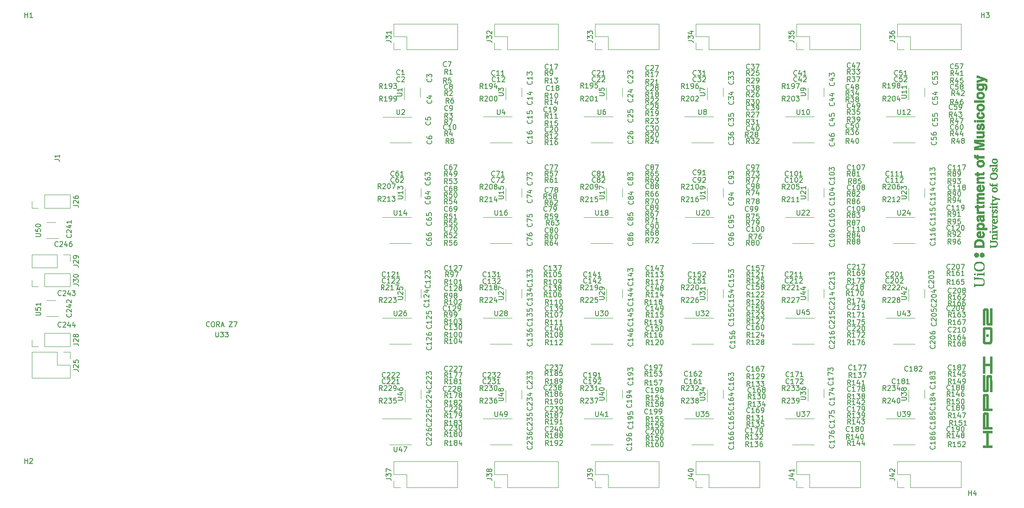
<source format=gbr>
G04 #@! TF.GenerationSoftware,KiCad,Pcbnew,5.1.6-c6e7f7d~86~ubuntu20.04.1*
G04 #@! TF.CreationDate,2020-05-31T10:56:46+02:00*
G04 #@! TF.ProjectId,HPPSI02,48505053-4930-4322-9e6b-696361645f70,rev?*
G04 #@! TF.SameCoordinates,Original*
G04 #@! TF.FileFunction,Legend,Top*
G04 #@! TF.FilePolarity,Positive*
%FSLAX46Y46*%
G04 Gerber Fmt 4.6, Leading zero omitted, Abs format (unit mm)*
G04 Created by KiCad (PCBNEW 5.1.6-c6e7f7d~86~ubuntu20.04.1) date 2020-05-31 10:56:46*
%MOMM*%
%LPD*%
G01*
G04 APERTURE LIST*
%ADD10C,0.010000*%
%ADD11C,0.120000*%
%ADD12C,0.150000*%
G04 APERTURE END LIST*
D10*
G36*
X245648533Y-95928533D02*
G01*
X245648533Y-96351867D01*
X245225199Y-96351867D01*
X245225199Y-95928533D01*
X245648533Y-95928533D01*
G37*
X245648533Y-95928533D02*
X245648533Y-96351867D01*
X245225199Y-96351867D01*
X245225199Y-95928533D01*
X245648533Y-95928533D01*
G36*
X244561315Y-90880362D02*
G01*
X244611073Y-90805004D01*
X244675373Y-90748919D01*
X244691161Y-90738728D01*
X244723449Y-90719414D01*
X244752228Y-90705578D01*
X244784024Y-90696154D01*
X244825361Y-90690078D01*
X244882762Y-90686285D01*
X244962754Y-90683712D01*
X245038871Y-90681998D01*
X245167202Y-90680986D01*
X245270891Y-90683820D01*
X245346519Y-90690353D01*
X245378895Y-90696482D01*
X245449284Y-90728729D01*
X245519724Y-90782975D01*
X245580475Y-90849693D01*
X245621797Y-90919357D01*
X245629593Y-90941667D01*
X245633610Y-90970687D01*
X245637122Y-91027378D01*
X245640138Y-91112507D01*
X245642670Y-91226838D01*
X245644728Y-91371139D01*
X245646323Y-91546175D01*
X245647465Y-91752712D01*
X245648165Y-91991515D01*
X245648435Y-92263350D01*
X245648438Y-92288332D01*
X245648517Y-92529485D01*
X245648745Y-92739029D01*
X245649167Y-92919223D01*
X245649830Y-93072324D01*
X245650778Y-93200592D01*
X245652056Y-93306283D01*
X245653711Y-93391657D01*
X245655787Y-93458970D01*
X245658331Y-93510482D01*
X245661386Y-93548451D01*
X245664999Y-93575133D01*
X245669215Y-93592789D01*
X245674080Y-93603675D01*
X245674893Y-93604899D01*
X245692592Y-93624543D01*
X245717223Y-93635915D01*
X245757577Y-93641188D01*
X245822444Y-93642531D01*
X245827293Y-93642533D01*
X245953333Y-93642533D01*
X245953333Y-90679200D01*
X246359733Y-90679200D01*
X246359733Y-94065867D01*
X245940633Y-94065495D01*
X245807762Y-94065133D01*
X245704156Y-94064114D01*
X245625213Y-94062141D01*
X245566333Y-94058914D01*
X245522914Y-94054137D01*
X245490357Y-94047512D01*
X245464060Y-94038740D01*
X245452854Y-94033928D01*
X245381922Y-93987814D01*
X245315697Y-93920806D01*
X245264627Y-93844787D01*
X245244852Y-93797331D01*
X245240788Y-93772449D01*
X245237244Y-93725797D01*
X245234201Y-93656002D01*
X245231637Y-93561690D01*
X245229533Y-93441489D01*
X245227869Y-93294025D01*
X245226625Y-93117925D01*
X245225779Y-92911815D01*
X245225313Y-92674323D01*
X245225199Y-92458699D01*
X245225199Y-91185661D01*
X245183636Y-91144097D01*
X245129865Y-91111990D01*
X245063656Y-91102172D01*
X244998918Y-91115657D01*
X244974967Y-91128894D01*
X244937333Y-91155254D01*
X244937333Y-94065867D01*
X244514000Y-94065867D01*
X244513999Y-92518400D01*
X244513999Y-90970934D01*
X244561315Y-90880362D01*
G37*
X244561315Y-90880362D02*
X244611073Y-90805004D01*
X244675373Y-90748919D01*
X244691161Y-90738728D01*
X244723449Y-90719414D01*
X244752228Y-90705578D01*
X244784024Y-90696154D01*
X244825361Y-90690078D01*
X244882762Y-90686285D01*
X244962754Y-90683712D01*
X245038871Y-90681998D01*
X245167202Y-90680986D01*
X245270891Y-90683820D01*
X245346519Y-90690353D01*
X245378895Y-90696482D01*
X245449284Y-90728729D01*
X245519724Y-90782975D01*
X245580475Y-90849693D01*
X245621797Y-90919357D01*
X245629593Y-90941667D01*
X245633610Y-90970687D01*
X245637122Y-91027378D01*
X245640138Y-91112507D01*
X245642670Y-91226838D01*
X245644728Y-91371139D01*
X245646323Y-91546175D01*
X245647465Y-91752712D01*
X245648165Y-91991515D01*
X245648435Y-92263350D01*
X245648438Y-92288332D01*
X245648517Y-92529485D01*
X245648745Y-92739029D01*
X245649167Y-92919223D01*
X245649830Y-93072324D01*
X245650778Y-93200592D01*
X245652056Y-93306283D01*
X245653711Y-93391657D01*
X245655787Y-93458970D01*
X245658331Y-93510482D01*
X245661386Y-93548451D01*
X245664999Y-93575133D01*
X245669215Y-93592789D01*
X245674080Y-93603675D01*
X245674893Y-93604899D01*
X245692592Y-93624543D01*
X245717223Y-93635915D01*
X245757577Y-93641188D01*
X245822444Y-93642531D01*
X245827293Y-93642533D01*
X245953333Y-93642533D01*
X245953333Y-90679200D01*
X246359733Y-90679200D01*
X246359733Y-94065867D01*
X245940633Y-94065495D01*
X245807762Y-94065133D01*
X245704156Y-94064114D01*
X245625213Y-94062141D01*
X245566333Y-94058914D01*
X245522914Y-94054137D01*
X245490357Y-94047512D01*
X245464060Y-94038740D01*
X245452854Y-94033928D01*
X245381922Y-93987814D01*
X245315697Y-93920806D01*
X245264627Y-93844787D01*
X245244852Y-93797331D01*
X245240788Y-93772449D01*
X245237244Y-93725797D01*
X245234201Y-93656002D01*
X245231637Y-93561690D01*
X245229533Y-93441489D01*
X245227869Y-93294025D01*
X245226625Y-93117925D01*
X245225779Y-92911815D01*
X245225313Y-92674323D01*
X245225199Y-92458699D01*
X245225199Y-91185661D01*
X245183636Y-91144097D01*
X245129865Y-91111990D01*
X245063656Y-91102172D01*
X244998918Y-91115657D01*
X244974967Y-91128894D01*
X244937333Y-91155254D01*
X244937333Y-94065867D01*
X244514000Y-94065867D01*
X244513999Y-92518400D01*
X244513999Y-90970934D01*
X244561315Y-90880362D01*
G36*
X244514330Y-94751667D02*
G01*
X244554676Y-94665018D01*
X244615520Y-94572299D01*
X244700422Y-94503301D01*
X244795327Y-94462373D01*
X244834189Y-94455959D01*
X244901781Y-94450449D01*
X244992980Y-94445865D01*
X245102663Y-94442228D01*
X245225703Y-94439562D01*
X245356978Y-94437887D01*
X245491364Y-94437227D01*
X245623735Y-94437603D01*
X245748969Y-94439038D01*
X245861940Y-94441552D01*
X245957525Y-94445170D01*
X246030600Y-94449911D01*
X246076040Y-94455800D01*
X246080333Y-94456831D01*
X246181675Y-94499866D01*
X246264876Y-94567239D01*
X246318758Y-94644282D01*
X246359733Y-94725141D01*
X246359055Y-96143871D01*
X246358880Y-96398655D01*
X246358588Y-96621738D01*
X246358138Y-96815284D01*
X246357489Y-96981460D01*
X246356603Y-97122431D01*
X246355437Y-97240361D01*
X246353952Y-97337416D01*
X246352108Y-97415761D01*
X246349863Y-97477561D01*
X246347177Y-97524983D01*
X246344011Y-97560190D01*
X246340324Y-97585349D01*
X246336075Y-97602624D01*
X246331643Y-97613400D01*
X246265005Y-97706169D01*
X246175255Y-97780986D01*
X246148066Y-97796984D01*
X246129499Y-97806452D01*
X246110063Y-97814126D01*
X246086183Y-97820195D01*
X246054286Y-97824847D01*
X246010797Y-97828269D01*
X245952142Y-97830651D01*
X245874746Y-97832180D01*
X245775036Y-97833044D01*
X245649438Y-97833432D01*
X245640493Y-97833437D01*
X245640493Y-97417153D01*
X245723863Y-97415228D01*
X245786296Y-97410831D01*
X245832099Y-97403495D01*
X245865574Y-97392752D01*
X245891027Y-97378135D01*
X245912763Y-97359176D01*
X245953333Y-97318606D01*
X245953333Y-96158700D01*
X245953170Y-95914232D01*
X245952663Y-95701906D01*
X245951782Y-95519999D01*
X245950499Y-95366788D01*
X245948784Y-95240549D01*
X245946609Y-95139559D01*
X245943945Y-95062095D01*
X245940762Y-95006434D01*
X245937032Y-94970853D01*
X245933103Y-94954394D01*
X245918040Y-94926485D01*
X245898593Y-94904782D01*
X245870639Y-94888513D01*
X245830052Y-94876910D01*
X245772708Y-94869201D01*
X245694481Y-94864617D01*
X245591247Y-94862387D01*
X245458881Y-94861741D01*
X245436866Y-94861733D01*
X245297708Y-94862349D01*
X245188514Y-94864604D01*
X245105399Y-94869110D01*
X245044478Y-94876478D01*
X245001863Y-94887319D01*
X244973670Y-94902247D01*
X244956011Y-94921871D01*
X244947852Y-94938692D01*
X244946104Y-94959813D01*
X244944447Y-95012014D01*
X244942905Y-95092511D01*
X244941502Y-95198519D01*
X244940262Y-95327251D01*
X244939208Y-95475922D01*
X244938366Y-95641747D01*
X244937759Y-95821941D01*
X244937410Y-96013717D01*
X244937333Y-96158128D01*
X244937333Y-97350153D01*
X244983094Y-97380176D01*
X245002455Y-97390345D01*
X245028660Y-97398156D01*
X245066387Y-97404010D01*
X245120318Y-97408312D01*
X245195132Y-97411462D01*
X245295511Y-97413862D01*
X245393727Y-97415461D01*
X245531883Y-97417075D01*
X245640493Y-97417153D01*
X245640493Y-97833437D01*
X245494377Y-97833532D01*
X245453800Y-97833533D01*
X245280391Y-97833259D01*
X245137767Y-97832367D01*
X245022849Y-97830754D01*
X244932558Y-97828315D01*
X244863816Y-97824948D01*
X244813545Y-97820548D01*
X244778665Y-97815011D01*
X244761141Y-97810187D01*
X244695794Y-97775229D01*
X244630301Y-97720741D01*
X244574336Y-97656580D01*
X244537571Y-97592600D01*
X244532297Y-97577015D01*
X244528459Y-97546323D01*
X244525086Y-97483424D01*
X244522175Y-97388111D01*
X244519723Y-97260176D01*
X244517728Y-97099412D01*
X244516186Y-96905610D01*
X244515096Y-96678562D01*
X244514455Y-96418062D01*
X244514259Y-96131733D01*
X244514330Y-94751667D01*
G37*
X244514330Y-94751667D02*
X244554676Y-94665018D01*
X244615520Y-94572299D01*
X244700422Y-94503301D01*
X244795327Y-94462373D01*
X244834189Y-94455959D01*
X244901781Y-94450449D01*
X244992980Y-94445865D01*
X245102663Y-94442228D01*
X245225703Y-94439562D01*
X245356978Y-94437887D01*
X245491364Y-94437227D01*
X245623735Y-94437603D01*
X245748969Y-94439038D01*
X245861940Y-94441552D01*
X245957525Y-94445170D01*
X246030600Y-94449911D01*
X246076040Y-94455800D01*
X246080333Y-94456831D01*
X246181675Y-94499866D01*
X246264876Y-94567239D01*
X246318758Y-94644282D01*
X246359733Y-94725141D01*
X246359055Y-96143871D01*
X246358880Y-96398655D01*
X246358588Y-96621738D01*
X246358138Y-96815284D01*
X246357489Y-96981460D01*
X246356603Y-97122431D01*
X246355437Y-97240361D01*
X246353952Y-97337416D01*
X246352108Y-97415761D01*
X246349863Y-97477561D01*
X246347177Y-97524983D01*
X246344011Y-97560190D01*
X246340324Y-97585349D01*
X246336075Y-97602624D01*
X246331643Y-97613400D01*
X246265005Y-97706169D01*
X246175255Y-97780986D01*
X246148066Y-97796984D01*
X246129499Y-97806452D01*
X246110063Y-97814126D01*
X246086183Y-97820195D01*
X246054286Y-97824847D01*
X246010797Y-97828269D01*
X245952142Y-97830651D01*
X245874746Y-97832180D01*
X245775036Y-97833044D01*
X245649438Y-97833432D01*
X245640493Y-97833437D01*
X245640493Y-97417153D01*
X245723863Y-97415228D01*
X245786296Y-97410831D01*
X245832099Y-97403495D01*
X245865574Y-97392752D01*
X245891027Y-97378135D01*
X245912763Y-97359176D01*
X245953333Y-97318606D01*
X245953333Y-96158700D01*
X245953170Y-95914232D01*
X245952663Y-95701906D01*
X245951782Y-95519999D01*
X245950499Y-95366788D01*
X245948784Y-95240549D01*
X245946609Y-95139559D01*
X245943945Y-95062095D01*
X245940762Y-95006434D01*
X245937032Y-94970853D01*
X245933103Y-94954394D01*
X245918040Y-94926485D01*
X245898593Y-94904782D01*
X245870639Y-94888513D01*
X245830052Y-94876910D01*
X245772708Y-94869201D01*
X245694481Y-94864617D01*
X245591247Y-94862387D01*
X245458881Y-94861741D01*
X245436866Y-94861733D01*
X245297708Y-94862349D01*
X245188514Y-94864604D01*
X245105399Y-94869110D01*
X245044478Y-94876478D01*
X245001863Y-94887319D01*
X244973670Y-94902247D01*
X244956011Y-94921871D01*
X244947852Y-94938692D01*
X244946104Y-94959813D01*
X244944447Y-95012014D01*
X244942905Y-95092511D01*
X244941502Y-95198519D01*
X244940262Y-95327251D01*
X244939208Y-95475922D01*
X244938366Y-95641747D01*
X244937759Y-95821941D01*
X244937410Y-96013717D01*
X244937333Y-96158128D01*
X244937333Y-97350153D01*
X244983094Y-97380176D01*
X245002455Y-97390345D01*
X245028660Y-97398156D01*
X245066387Y-97404010D01*
X245120318Y-97408312D01*
X245195132Y-97411462D01*
X245295511Y-97413862D01*
X245393727Y-97415461D01*
X245531883Y-97417075D01*
X245640493Y-97417153D01*
X245640493Y-97833437D01*
X245494377Y-97833532D01*
X245453800Y-97833533D01*
X245280391Y-97833259D01*
X245137767Y-97832367D01*
X245022849Y-97830754D01*
X244932558Y-97828315D01*
X244863816Y-97824948D01*
X244813545Y-97820548D01*
X244778665Y-97815011D01*
X244761141Y-97810187D01*
X244695794Y-97775229D01*
X244630301Y-97720741D01*
X244574336Y-97656580D01*
X244537571Y-97592600D01*
X244532297Y-97577015D01*
X244528459Y-97546323D01*
X244525086Y-97483424D01*
X244522175Y-97388111D01*
X244519723Y-97260176D01*
X244517728Y-97099412D01*
X244516186Y-96905610D01*
X244515096Y-96678562D01*
X244514455Y-96418062D01*
X244514259Y-96131733D01*
X244514330Y-94751667D01*
G36*
X244937333Y-100365067D02*
G01*
X244937333Y-101855200D01*
X245953333Y-101855200D01*
X245953333Y-100365067D01*
X246359733Y-100365067D01*
X246359733Y-103751734D01*
X245953333Y-103751734D01*
X245953333Y-102278534D01*
X244937333Y-102278534D01*
X244937333Y-103751734D01*
X244514000Y-103751734D01*
X244514000Y-100365067D01*
X244937333Y-100365067D01*
G37*
X244937333Y-100365067D02*
X244937333Y-101855200D01*
X245953333Y-101855200D01*
X245953333Y-100365067D01*
X246359733Y-100365067D01*
X246359733Y-103751734D01*
X245953333Y-103751734D01*
X245953333Y-102278534D01*
X244937333Y-102278534D01*
X244937333Y-103751734D01*
X244514000Y-103751734D01*
X244514000Y-100365067D01*
X244937333Y-100365067D01*
G36*
X244937333Y-104124267D02*
G01*
X244937333Y-105577297D01*
X244937420Y-105841486D01*
X244937700Y-106073710D01*
X244938202Y-106275872D01*
X244938953Y-106449872D01*
X244939983Y-106597612D01*
X244941320Y-106720994D01*
X244942992Y-106821919D01*
X244945028Y-106902290D01*
X244947456Y-106964007D01*
X244950305Y-107008973D01*
X244953603Y-107039089D01*
X244957379Y-107056257D01*
X244959529Y-107060683D01*
X244993560Y-107083844D01*
X245050679Y-107098674D01*
X245059842Y-107099843D01*
X245112225Y-107102674D01*
X245146925Y-107093308D01*
X245179210Y-107067380D01*
X245181579Y-107065027D01*
X245225199Y-107021406D01*
X245225943Y-105737937D01*
X245226193Y-105488712D01*
X245226662Y-105271270D01*
X245227384Y-105083526D01*
X245228396Y-104923397D01*
X245229734Y-104788799D01*
X245231435Y-104677648D01*
X245233535Y-104587860D01*
X245236070Y-104517350D01*
X245239076Y-104464037D01*
X245242589Y-104425834D01*
X245246646Y-104400659D01*
X245249359Y-104390932D01*
X245302177Y-104289872D01*
X245379363Y-104210486D01*
X245440639Y-104172567D01*
X245473151Y-104157686D01*
X245504932Y-104147042D01*
X245542351Y-104139933D01*
X245591777Y-104135656D01*
X245659576Y-104133506D01*
X245752119Y-104132782D01*
X245801385Y-104132734D01*
X245905814Y-104132996D01*
X245982753Y-104134287D01*
X246038581Y-104137367D01*
X246079672Y-104142992D01*
X246112405Y-104151920D01*
X246143155Y-104164911D01*
X246165297Y-104175992D01*
X246240484Y-104227370D01*
X246300311Y-104291745D01*
X246351266Y-104364240D01*
X246355756Y-105946053D01*
X246360246Y-107527867D01*
X245953333Y-107527867D01*
X245953333Y-104646595D01*
X245903835Y-104597098D01*
X245843911Y-104556821D01*
X245779539Y-104546665D01*
X245718087Y-104566903D01*
X245690096Y-104589164D01*
X245648533Y-104630727D01*
X245648367Y-105922664D01*
X245648202Y-107214600D01*
X245608218Y-107300467D01*
X245548466Y-107393337D01*
X245468593Y-107463377D01*
X245374155Y-107505954D01*
X245356919Y-107510155D01*
X245290683Y-107519361D01*
X245201287Y-107525051D01*
X245099253Y-107527246D01*
X244995101Y-107525966D01*
X244899353Y-107521230D01*
X244822531Y-107513058D01*
X244800727Y-107509107D01*
X244709152Y-107473513D01*
X244626626Y-107411732D01*
X244562486Y-107331447D01*
X244545591Y-107299267D01*
X244540326Y-107286293D01*
X244535693Y-107270525D01*
X244531652Y-107249836D01*
X244528162Y-107222101D01*
X244525182Y-107185192D01*
X244522671Y-107136982D01*
X244520588Y-107075344D01*
X244518892Y-106998152D01*
X244517543Y-106903279D01*
X244516498Y-106788597D01*
X244515718Y-106651981D01*
X244515161Y-106491303D01*
X244514786Y-106304437D01*
X244514553Y-106089255D01*
X244514421Y-105843631D01*
X244514371Y-105677900D01*
X244514000Y-104124267D01*
X244937333Y-104124267D01*
G37*
X244937333Y-104124267D02*
X244937333Y-105577297D01*
X244937420Y-105841486D01*
X244937700Y-106073710D01*
X244938202Y-106275872D01*
X244938953Y-106449872D01*
X244939983Y-106597612D01*
X244941320Y-106720994D01*
X244942992Y-106821919D01*
X244945028Y-106902290D01*
X244947456Y-106964007D01*
X244950305Y-107008973D01*
X244953603Y-107039089D01*
X244957379Y-107056257D01*
X244959529Y-107060683D01*
X244993560Y-107083844D01*
X245050679Y-107098674D01*
X245059842Y-107099843D01*
X245112225Y-107102674D01*
X245146925Y-107093308D01*
X245179210Y-107067380D01*
X245181579Y-107065027D01*
X245225199Y-107021406D01*
X245225943Y-105737937D01*
X245226193Y-105488712D01*
X245226662Y-105271270D01*
X245227384Y-105083526D01*
X245228396Y-104923397D01*
X245229734Y-104788799D01*
X245231435Y-104677648D01*
X245233535Y-104587860D01*
X245236070Y-104517350D01*
X245239076Y-104464037D01*
X245242589Y-104425834D01*
X245246646Y-104400659D01*
X245249359Y-104390932D01*
X245302177Y-104289872D01*
X245379363Y-104210486D01*
X245440639Y-104172567D01*
X245473151Y-104157686D01*
X245504932Y-104147042D01*
X245542351Y-104139933D01*
X245591777Y-104135656D01*
X245659576Y-104133506D01*
X245752119Y-104132782D01*
X245801385Y-104132734D01*
X245905814Y-104132996D01*
X245982753Y-104134287D01*
X246038581Y-104137367D01*
X246079672Y-104142992D01*
X246112405Y-104151920D01*
X246143155Y-104164911D01*
X246165297Y-104175992D01*
X246240484Y-104227370D01*
X246300311Y-104291745D01*
X246351266Y-104364240D01*
X246355756Y-105946053D01*
X246360246Y-107527867D01*
X245953333Y-107527867D01*
X245953333Y-104646595D01*
X245903835Y-104597098D01*
X245843911Y-104556821D01*
X245779539Y-104546665D01*
X245718087Y-104566903D01*
X245690096Y-104589164D01*
X245648533Y-104630727D01*
X245648367Y-105922664D01*
X245648202Y-107214600D01*
X245608218Y-107300467D01*
X245548466Y-107393337D01*
X245468593Y-107463377D01*
X245374155Y-107505954D01*
X245356919Y-107510155D01*
X245290683Y-107519361D01*
X245201287Y-107525051D01*
X245099253Y-107527246D01*
X244995101Y-107525966D01*
X244899353Y-107521230D01*
X244822531Y-107513058D01*
X244800727Y-107509107D01*
X244709152Y-107473513D01*
X244626626Y-107411732D01*
X244562486Y-107331447D01*
X244545591Y-107299267D01*
X244540326Y-107286293D01*
X244535693Y-107270525D01*
X244531652Y-107249836D01*
X244528162Y-107222101D01*
X244525182Y-107185192D01*
X244522671Y-107136982D01*
X244520588Y-107075344D01*
X244518892Y-106998152D01*
X244517543Y-106903279D01*
X244516498Y-106788597D01*
X244515718Y-106651981D01*
X244515161Y-106491303D01*
X244514786Y-106304437D01*
X244514553Y-106089255D01*
X244514421Y-105843631D01*
X244514371Y-105677900D01*
X244514000Y-104124267D01*
X244937333Y-104124267D01*
G36*
X244561315Y-108101562D02*
G01*
X244611114Y-108026157D01*
X244675479Y-107970036D01*
X244691139Y-107959928D01*
X244722094Y-107941298D01*
X244749599Y-107927757D01*
X244779779Y-107918373D01*
X244818753Y-107912209D01*
X244872646Y-107908333D01*
X244947580Y-107905808D01*
X245049677Y-107903701D01*
X245060892Y-107903491D01*
X245178285Y-107901992D01*
X245267932Y-107903145D01*
X245335915Y-107907947D01*
X245388312Y-107917392D01*
X245431206Y-107932474D01*
X245470676Y-107954188D01*
X245502021Y-107975664D01*
X245539636Y-108011483D01*
X245579406Y-108062133D01*
X245595154Y-108086667D01*
X245640066Y-108162867D01*
X245644692Y-109513300D01*
X245649317Y-110863734D01*
X246359733Y-110863734D01*
X246359733Y-111287067D01*
X244937333Y-111287067D01*
X244937333Y-110863734D01*
X245225199Y-110863734D01*
X245225199Y-108389927D01*
X245185036Y-108349764D01*
X245151245Y-108323644D01*
X245111937Y-108314730D01*
X245070736Y-108316476D01*
X245046015Y-108318051D01*
X245024539Y-108319366D01*
X245006080Y-108322657D01*
X244990410Y-108330159D01*
X244977304Y-108344107D01*
X244966534Y-108366738D01*
X244957872Y-108400287D01*
X244951091Y-108446989D01*
X244945965Y-108509080D01*
X244942267Y-108588795D01*
X244939768Y-108688371D01*
X244938242Y-108810042D01*
X244937462Y-108956044D01*
X244937201Y-109128614D01*
X244937231Y-109329985D01*
X244937326Y-109562394D01*
X244937333Y-109629476D01*
X244937333Y-110863734D01*
X244937333Y-111287067D01*
X244514000Y-111287067D01*
X244513999Y-109739600D01*
X244513999Y-108192134D01*
X244561315Y-108101562D01*
G37*
X244561315Y-108101562D02*
X244611114Y-108026157D01*
X244675479Y-107970036D01*
X244691139Y-107959928D01*
X244722094Y-107941298D01*
X244749599Y-107927757D01*
X244779779Y-107918373D01*
X244818753Y-107912209D01*
X244872646Y-107908333D01*
X244947580Y-107905808D01*
X245049677Y-107903701D01*
X245060892Y-107903491D01*
X245178285Y-107901992D01*
X245267932Y-107903145D01*
X245335915Y-107907947D01*
X245388312Y-107917392D01*
X245431206Y-107932474D01*
X245470676Y-107954188D01*
X245502021Y-107975664D01*
X245539636Y-108011483D01*
X245579406Y-108062133D01*
X245595154Y-108086667D01*
X245640066Y-108162867D01*
X245644692Y-109513300D01*
X245649317Y-110863734D01*
X246359733Y-110863734D01*
X246359733Y-111287067D01*
X244937333Y-111287067D01*
X244937333Y-110863734D01*
X245225199Y-110863734D01*
X245225199Y-108389927D01*
X245185036Y-108349764D01*
X245151245Y-108323644D01*
X245111937Y-108314730D01*
X245070736Y-108316476D01*
X245046015Y-108318051D01*
X245024539Y-108319366D01*
X245006080Y-108322657D01*
X244990410Y-108330159D01*
X244977304Y-108344107D01*
X244966534Y-108366738D01*
X244957872Y-108400287D01*
X244951091Y-108446989D01*
X244945965Y-108509080D01*
X244942267Y-108588795D01*
X244939768Y-108688371D01*
X244938242Y-108810042D01*
X244937462Y-108956044D01*
X244937201Y-109128614D01*
X244937231Y-109329985D01*
X244937326Y-109562394D01*
X244937333Y-109629476D01*
X244937333Y-110863734D01*
X244937333Y-111287067D01*
X244514000Y-111287067D01*
X244513999Y-109739600D01*
X244513999Y-108192134D01*
X244561315Y-108101562D01*
G36*
X244514371Y-113501100D02*
G01*
X244514460Y-113236814D01*
X244514620Y-113004256D01*
X244514894Y-112801290D01*
X244515323Y-112625777D01*
X244515949Y-112475579D01*
X244516816Y-112348558D01*
X244517965Y-112242577D01*
X244519439Y-112155499D01*
X244521279Y-112085184D01*
X244523529Y-112029496D01*
X244526230Y-111986296D01*
X244529425Y-111953446D01*
X244533156Y-111928809D01*
X244537465Y-111910248D01*
X244542395Y-111895623D01*
X244546298Y-111886451D01*
X244607269Y-111792259D01*
X244694236Y-111718549D01*
X244742599Y-111692121D01*
X244794242Y-111677190D01*
X244871337Y-111666362D01*
X244965719Y-111659644D01*
X245069222Y-111657043D01*
X245173681Y-111658567D01*
X245270930Y-111664221D01*
X245352804Y-111674014D01*
X245411137Y-111687952D01*
X245419933Y-111691544D01*
X245519327Y-111754602D01*
X245594253Y-111840196D01*
X245608795Y-111864707D01*
X245614498Y-111876574D01*
X245619481Y-111891378D01*
X245623801Y-111911397D01*
X245627516Y-111938910D01*
X245630684Y-111976197D01*
X245633364Y-112025536D01*
X245635613Y-112089205D01*
X245637490Y-112169484D01*
X245639052Y-112268652D01*
X245640359Y-112388988D01*
X245641467Y-112532770D01*
X245642436Y-112702277D01*
X245643323Y-112899788D01*
X245644186Y-113127583D01*
X245644692Y-113272500D01*
X245649317Y-114622933D01*
X246359733Y-114622933D01*
X246359733Y-115046267D01*
X244937333Y-115046267D01*
X244937333Y-114622933D01*
X245225199Y-114622933D01*
X245225200Y-113390568D01*
X245225136Y-113154085D01*
X245224913Y-112949167D01*
X245224483Y-112773510D01*
X245223799Y-112624812D01*
X245222812Y-112500771D01*
X245221475Y-112399085D01*
X245219739Y-112317451D01*
X245217558Y-112253567D01*
X245214883Y-112205131D01*
X245211667Y-112169839D01*
X245207861Y-112145390D01*
X245203418Y-112129481D01*
X245198839Y-112120568D01*
X245161705Y-112093659D01*
X245106521Y-112081322D01*
X245045909Y-112083768D01*
X244992488Y-112101204D01*
X244971200Y-112116800D01*
X244964785Y-112123918D01*
X244959236Y-112133101D01*
X244954489Y-112146702D01*
X244950483Y-112167072D01*
X244947155Y-112196563D01*
X244944441Y-112237527D01*
X244942279Y-112292316D01*
X244940607Y-112363281D01*
X244939361Y-112452775D01*
X244938479Y-112563148D01*
X244937899Y-112696754D01*
X244937556Y-112855943D01*
X244937390Y-113043067D01*
X244937337Y-113260478D01*
X244937333Y-113386800D01*
X244937333Y-114622933D01*
X244937333Y-115046267D01*
X244514000Y-115046267D01*
X244514371Y-113501100D01*
G37*
X244514371Y-113501100D02*
X244514460Y-113236814D01*
X244514620Y-113004256D01*
X244514894Y-112801290D01*
X244515323Y-112625777D01*
X244515949Y-112475579D01*
X244516816Y-112348558D01*
X244517965Y-112242577D01*
X244519439Y-112155499D01*
X244521279Y-112085184D01*
X244523529Y-112029496D01*
X244526230Y-111986296D01*
X244529425Y-111953446D01*
X244533156Y-111928809D01*
X244537465Y-111910248D01*
X244542395Y-111895623D01*
X244546298Y-111886451D01*
X244607269Y-111792259D01*
X244694236Y-111718549D01*
X244742599Y-111692121D01*
X244794242Y-111677190D01*
X244871337Y-111666362D01*
X244965719Y-111659644D01*
X245069222Y-111657043D01*
X245173681Y-111658567D01*
X245270930Y-111664221D01*
X245352804Y-111674014D01*
X245411137Y-111687952D01*
X245419933Y-111691544D01*
X245519327Y-111754602D01*
X245594253Y-111840196D01*
X245608795Y-111864707D01*
X245614498Y-111876574D01*
X245619481Y-111891378D01*
X245623801Y-111911397D01*
X245627516Y-111938910D01*
X245630684Y-111976197D01*
X245633364Y-112025536D01*
X245635613Y-112089205D01*
X245637490Y-112169484D01*
X245639052Y-112268652D01*
X245640359Y-112388988D01*
X245641467Y-112532770D01*
X245642436Y-112702277D01*
X245643323Y-112899788D01*
X245644186Y-113127583D01*
X245644692Y-113272500D01*
X245649317Y-114622933D01*
X246359733Y-114622933D01*
X246359733Y-115046267D01*
X244937333Y-115046267D01*
X244937333Y-114622933D01*
X245225199Y-114622933D01*
X245225200Y-113390568D01*
X245225136Y-113154085D01*
X245224913Y-112949167D01*
X245224483Y-112773510D01*
X245223799Y-112624812D01*
X245222812Y-112500771D01*
X245221475Y-112399085D01*
X245219739Y-112317451D01*
X245217558Y-112253567D01*
X245214883Y-112205131D01*
X245211667Y-112169839D01*
X245207861Y-112145390D01*
X245203418Y-112129481D01*
X245198839Y-112120568D01*
X245161705Y-112093659D01*
X245106521Y-112081322D01*
X245045909Y-112083768D01*
X244992488Y-112101204D01*
X244971200Y-112116800D01*
X244964785Y-112123918D01*
X244959236Y-112133101D01*
X244954489Y-112146702D01*
X244950483Y-112167072D01*
X244947155Y-112196563D01*
X244944441Y-112237527D01*
X244942279Y-112292316D01*
X244940607Y-112363281D01*
X244939361Y-112452775D01*
X244938479Y-112563148D01*
X244937899Y-112696754D01*
X244937556Y-112855943D01*
X244937390Y-113043067D01*
X244937337Y-113260478D01*
X244937333Y-113386800D01*
X244937333Y-114622933D01*
X244937333Y-115046267D01*
X244514000Y-115046267D01*
X244514371Y-113501100D01*
G36*
X245225199Y-118382133D02*
G01*
X245225199Y-115842133D01*
X244514000Y-115842133D01*
X244514000Y-115418800D01*
X246359733Y-115418800D01*
X246359733Y-115842133D01*
X245648533Y-115842133D01*
X245648533Y-118382133D01*
X246359733Y-118382133D01*
X246359733Y-118805467D01*
X244514000Y-118805467D01*
X244514000Y-118382133D01*
X245225199Y-118382133D01*
G37*
X245225199Y-118382133D02*
X245225199Y-115842133D01*
X244514000Y-115842133D01*
X244514000Y-115418800D01*
X246359733Y-115418800D01*
X246359733Y-115842133D01*
X245648533Y-115842133D01*
X245648533Y-118382133D01*
X246359733Y-118382133D01*
X246359733Y-118805467D01*
X244514000Y-118805467D01*
X244514000Y-118382133D01*
X245225199Y-118382133D01*
G36*
X242735375Y-83708327D02*
G01*
X242769972Y-83654899D01*
X242821011Y-83614817D01*
X242877329Y-83601880D01*
X242932657Y-83611946D01*
X242980727Y-83640870D01*
X243015269Y-83684511D01*
X243030016Y-83738724D01*
X243018699Y-83799366D01*
X243011380Y-83814467D01*
X242968774Y-83866307D01*
X242911129Y-83888991D01*
X242885149Y-83890667D01*
X242822466Y-83885017D01*
X242781567Y-83864391D01*
X242751716Y-83823275D01*
X242750907Y-83821722D01*
X242728955Y-83760740D01*
X242735375Y-83708327D01*
G37*
X242735375Y-83708327D02*
X242769972Y-83654899D01*
X242821011Y-83614817D01*
X242877329Y-83601880D01*
X242932657Y-83611946D01*
X242980727Y-83640870D01*
X243015269Y-83684511D01*
X243030016Y-83738724D01*
X243018699Y-83799366D01*
X243011380Y-83814467D01*
X242968774Y-83866307D01*
X242911129Y-83888991D01*
X242885149Y-83890667D01*
X242822466Y-83885017D01*
X242781567Y-83864391D01*
X242751716Y-83823275D01*
X242750907Y-83821722D01*
X242728955Y-83760740D01*
X242735375Y-83708327D01*
G36*
X242763696Y-52873034D02*
G01*
X242768467Y-52674067D01*
X242950500Y-52669261D01*
X243132534Y-52664454D01*
X243132534Y-53072000D01*
X242758925Y-53072000D01*
X242763696Y-52873034D01*
G37*
X242763696Y-52873034D02*
X242768467Y-52674067D01*
X242950500Y-52669261D01*
X243132534Y-52664454D01*
X243132534Y-53072000D01*
X242758925Y-53072000D01*
X242763696Y-52873034D01*
G36*
X242758910Y-79777179D02*
G01*
X242803115Y-79670541D01*
X242870691Y-79574029D01*
X242956649Y-79495651D01*
X243004772Y-79465866D01*
X243077588Y-79440847D01*
X243168885Y-79428523D01*
X243265702Y-79429009D01*
X243355077Y-79442421D01*
X243411934Y-79462248D01*
X243495968Y-79517198D01*
X243570782Y-79590637D01*
X243626997Y-79672391D01*
X243646355Y-79716526D01*
X243665705Y-79801709D01*
X243672212Y-79896611D01*
X243665623Y-79986406D01*
X243651945Y-80041450D01*
X243595489Y-80148736D01*
X243515688Y-80235743D01*
X243417980Y-80299844D01*
X243307802Y-80338410D01*
X243190594Y-80348817D01*
X243071792Y-80328435D01*
X243063453Y-80325753D01*
X242963162Y-80275778D01*
X242875864Y-80200343D01*
X242806676Y-80106475D01*
X242760719Y-80001203D01*
X242743111Y-79891554D01*
X242743067Y-79885933D01*
X242758910Y-79777179D01*
G37*
X242758910Y-79777179D02*
X242803115Y-79670541D01*
X242870691Y-79574029D01*
X242956649Y-79495651D01*
X243004772Y-79465866D01*
X243077588Y-79440847D01*
X243168885Y-79428523D01*
X243265702Y-79429009D01*
X243355077Y-79442421D01*
X243411934Y-79462248D01*
X243495968Y-79517198D01*
X243570782Y-79590637D01*
X243626997Y-79672391D01*
X243646355Y-79716526D01*
X243665705Y-79801709D01*
X243672212Y-79896611D01*
X243665623Y-79986406D01*
X243651945Y-80041450D01*
X243595489Y-80148736D01*
X243515688Y-80235743D01*
X243417980Y-80299844D01*
X243307802Y-80338410D01*
X243190594Y-80348817D01*
X243071792Y-80328435D01*
X243063453Y-80325753D01*
X242963162Y-80275778D01*
X242875864Y-80200343D01*
X242806676Y-80106475D01*
X242760719Y-80001203D01*
X242743111Y-79891554D01*
X242743067Y-79885933D01*
X242758910Y-79777179D01*
G36*
X244792000Y-48703200D02*
G01*
X244792000Y-49092667D01*
X242760000Y-49092667D01*
X242760000Y-48703200D01*
X244792000Y-48703200D01*
G37*
X244792000Y-48703200D02*
X244792000Y-49092667D01*
X242760000Y-49092667D01*
X242760000Y-48703200D01*
X244792000Y-48703200D01*
G36*
X244792000Y-52665600D02*
G01*
X244792000Y-53072000D01*
X243301867Y-53072000D01*
X243301867Y-52665600D01*
X244792000Y-52665600D01*
G37*
X244792000Y-52665600D02*
X244792000Y-53072000D01*
X243301867Y-53072000D01*
X243301867Y-52665600D01*
X244792000Y-52665600D01*
G36*
X242763852Y-58367900D02*
G01*
X242768467Y-58058867D01*
X243462734Y-57877823D01*
X243648850Y-57829266D01*
X243804798Y-57788502D01*
X243933187Y-57754809D01*
X244036629Y-57727466D01*
X244117732Y-57705751D01*
X244179107Y-57688944D01*
X244223365Y-57676322D01*
X244253116Y-57667164D01*
X244270970Y-57660750D01*
X244279536Y-57656357D01*
X244281427Y-57653264D01*
X244280518Y-57651807D01*
X244263205Y-57646267D01*
X244216509Y-57633215D01*
X244143853Y-57613559D01*
X244048658Y-57588210D01*
X243934345Y-57558073D01*
X243804337Y-57524059D01*
X243662054Y-57487074D01*
X243580370Y-57465942D01*
X243430193Y-57427144D01*
X243288174Y-57390434D01*
X243158115Y-57356799D01*
X243043820Y-57327220D01*
X242949090Y-57302684D01*
X242877728Y-57284174D01*
X242833538Y-57272673D01*
X242823121Y-57269939D01*
X242759242Y-57253024D01*
X242763854Y-56944745D01*
X242768467Y-56636467D01*
X243780234Y-56632100D01*
X244792000Y-56627734D01*
X244792000Y-57034065D01*
X244003114Y-57038466D01*
X243214229Y-57042867D01*
X243948081Y-57228051D01*
X244102218Y-57266962D01*
X244247813Y-57303745D01*
X244381241Y-57337484D01*
X244498877Y-57367259D01*
X244597096Y-57392154D01*
X244672274Y-57411249D01*
X244720785Y-57423628D01*
X244736967Y-57427813D01*
X244792000Y-57442392D01*
X244792000Y-57861507D01*
X244736967Y-57878887D01*
X244709515Y-57886558D01*
X244652798Y-57901614D01*
X244570383Y-57923132D01*
X244465838Y-57950191D01*
X244342729Y-57981872D01*
X244204626Y-58017252D01*
X244055094Y-58055411D01*
X243928400Y-58087633D01*
X243174867Y-58279000D01*
X243983434Y-58283398D01*
X244792000Y-58287795D01*
X244792000Y-58676934D01*
X242759236Y-58676934D01*
X242763852Y-58367900D01*
G37*
X242763852Y-58367900D02*
X242768467Y-58058867D01*
X243462734Y-57877823D01*
X243648850Y-57829266D01*
X243804798Y-57788502D01*
X243933187Y-57754809D01*
X244036629Y-57727466D01*
X244117732Y-57705751D01*
X244179107Y-57688944D01*
X244223365Y-57676322D01*
X244253116Y-57667164D01*
X244270970Y-57660750D01*
X244279536Y-57656357D01*
X244281427Y-57653264D01*
X244280518Y-57651807D01*
X244263205Y-57646267D01*
X244216509Y-57633215D01*
X244143853Y-57613559D01*
X244048658Y-57588210D01*
X243934345Y-57558073D01*
X243804337Y-57524059D01*
X243662054Y-57487074D01*
X243580370Y-57465942D01*
X243430193Y-57427144D01*
X243288174Y-57390434D01*
X243158115Y-57356799D01*
X243043820Y-57327220D01*
X242949090Y-57302684D01*
X242877728Y-57284174D01*
X242833538Y-57272673D01*
X242823121Y-57269939D01*
X242759242Y-57253024D01*
X242763854Y-56944745D01*
X242768467Y-56636467D01*
X243780234Y-56632100D01*
X244792000Y-56627734D01*
X244792000Y-57034065D01*
X244003114Y-57038466D01*
X243214229Y-57042867D01*
X243948081Y-57228051D01*
X244102218Y-57266962D01*
X244247813Y-57303745D01*
X244381241Y-57337484D01*
X244498877Y-57367259D01*
X244597096Y-57392154D01*
X244672274Y-57411249D01*
X244720785Y-57423628D01*
X244736967Y-57427813D01*
X244792000Y-57442392D01*
X244792000Y-57861507D01*
X244736967Y-57878887D01*
X244709515Y-57886558D01*
X244652798Y-57901614D01*
X244570383Y-57923132D01*
X244465838Y-57950191D01*
X244342729Y-57981872D01*
X244204626Y-58017252D01*
X244055094Y-58055411D01*
X243928400Y-58087633D01*
X243174867Y-58279000D01*
X243983434Y-58283398D01*
X244792000Y-58287795D01*
X244792000Y-58676934D01*
X242759236Y-58676934D01*
X242763852Y-58367900D01*
G36*
X243081734Y-59709867D02*
G01*
X243081733Y-59810257D01*
X243086472Y-59883853D01*
X243104048Y-59930155D01*
X243139497Y-59954824D01*
X243197859Y-59963522D01*
X243218410Y-59963867D01*
X243301867Y-59963867D01*
X243301867Y-59709867D01*
X243572800Y-59709867D01*
X243572800Y-59963867D01*
X244792000Y-59963867D01*
X244792000Y-60353333D01*
X243572800Y-60353333D01*
X243572800Y-60573467D01*
X243301867Y-60573467D01*
X243301867Y-60353333D01*
X243190832Y-60353333D01*
X243071808Y-60346594D01*
X242978041Y-60325125D01*
X242903455Y-60287052D01*
X242861600Y-60251734D01*
X242819342Y-60200134D01*
X242789789Y-60139417D01*
X242771223Y-60063154D01*
X242761925Y-59964916D01*
X242760000Y-59871702D01*
X242760000Y-59709867D01*
X243081734Y-59709867D01*
G37*
X243081734Y-59709867D02*
X243081733Y-59810257D01*
X243086472Y-59883853D01*
X243104048Y-59930155D01*
X243139497Y-59954824D01*
X243197859Y-59963522D01*
X243218410Y-59963867D01*
X243301867Y-59963867D01*
X243301867Y-59709867D01*
X243572800Y-59709867D01*
X243572800Y-59963867D01*
X244792000Y-59963867D01*
X244792000Y-60353333D01*
X243572800Y-60353333D01*
X243572800Y-60573467D01*
X243301867Y-60573467D01*
X243301867Y-60353333D01*
X243190832Y-60353333D01*
X243071808Y-60346594D01*
X242978041Y-60325125D01*
X242903455Y-60287052D01*
X242861600Y-60251734D01*
X242819342Y-60200134D01*
X242789789Y-60139417D01*
X242771223Y-60063154D01*
X242761925Y-59964916D01*
X242760000Y-59871702D01*
X242760000Y-59709867D01*
X243081734Y-59709867D01*
G36*
X243272068Y-64485202D02*
G01*
X243304652Y-64373592D01*
X243360669Y-64283835D01*
X243382625Y-64260413D01*
X243414409Y-64230014D01*
X243443765Y-64205115D01*
X243474354Y-64185135D01*
X243509838Y-64169491D01*
X243553876Y-64157603D01*
X243610131Y-64148889D01*
X243682262Y-64142768D01*
X243773931Y-64138659D01*
X243888798Y-64135979D01*
X244030525Y-64134148D01*
X244186634Y-64132723D01*
X244792000Y-64127513D01*
X244792000Y-64515351D01*
X244271300Y-64521987D01*
X244112409Y-64524256D01*
X243983785Y-64527017D01*
X243881830Y-64530901D01*
X243802944Y-64536538D01*
X243743530Y-64544559D01*
X243699986Y-64555595D01*
X243668716Y-64570277D01*
X243646120Y-64589234D01*
X243628599Y-64613098D01*
X243615420Y-64636913D01*
X243591573Y-64717376D01*
X243594211Y-64805412D01*
X243620471Y-64891689D01*
X243667492Y-64966876D01*
X243732409Y-65021643D01*
X243733667Y-65022352D01*
X243754294Y-65033263D01*
X243775433Y-65041854D01*
X243801217Y-65048403D01*
X243835773Y-65053192D01*
X243883231Y-65056499D01*
X243947723Y-65058604D01*
X244033377Y-65059789D01*
X244144324Y-65060332D01*
X244284693Y-65060515D01*
X244296700Y-65060522D01*
X244792000Y-65060800D01*
X244792000Y-65467200D01*
X243301867Y-65467200D01*
X243301867Y-65077733D01*
X243378067Y-65077733D01*
X243423529Y-65076238D01*
X243450785Y-65072453D01*
X243454267Y-65070209D01*
X243443777Y-65054573D01*
X243416906Y-65022696D01*
X243394861Y-64998243D01*
X243325305Y-64898133D01*
X243280888Y-64777228D01*
X243262671Y-64638550D01*
X243262293Y-64620533D01*
X243272068Y-64485202D01*
G37*
X243272068Y-64485202D02*
X243304652Y-64373592D01*
X243360669Y-64283835D01*
X243382625Y-64260413D01*
X243414409Y-64230014D01*
X243443765Y-64205115D01*
X243474354Y-64185135D01*
X243509838Y-64169491D01*
X243553876Y-64157603D01*
X243610131Y-64148889D01*
X243682262Y-64142768D01*
X243773931Y-64138659D01*
X243888798Y-64135979D01*
X244030525Y-64134148D01*
X244186634Y-64132723D01*
X244792000Y-64127513D01*
X244792000Y-64515351D01*
X244271300Y-64521987D01*
X244112409Y-64524256D01*
X243983785Y-64527017D01*
X243881830Y-64530901D01*
X243802944Y-64536538D01*
X243743530Y-64544559D01*
X243699986Y-64555595D01*
X243668716Y-64570277D01*
X243646120Y-64589234D01*
X243628599Y-64613098D01*
X243615420Y-64636913D01*
X243591573Y-64717376D01*
X243594211Y-64805412D01*
X243620471Y-64891689D01*
X243667492Y-64966876D01*
X243732409Y-65021643D01*
X243733667Y-65022352D01*
X243754294Y-65033263D01*
X243775433Y-65041854D01*
X243801217Y-65048403D01*
X243835773Y-65053192D01*
X243883231Y-65056499D01*
X243947723Y-65058604D01*
X244033377Y-65059789D01*
X244144324Y-65060332D01*
X244284693Y-65060515D01*
X244296700Y-65060522D01*
X244792000Y-65060800D01*
X244792000Y-65467200D01*
X243301867Y-65467200D01*
X243301867Y-65077733D01*
X243378067Y-65077733D01*
X243423529Y-65076238D01*
X243450785Y-65072453D01*
X243454267Y-65070209D01*
X243443777Y-65054573D01*
X243416906Y-65022696D01*
X243394861Y-64998243D01*
X243325305Y-64898133D01*
X243280888Y-64777228D01*
X243262671Y-64638550D01*
X243262293Y-64620533D01*
X243272068Y-64485202D01*
G36*
X243264178Y-67770306D02*
G01*
X243300350Y-67656949D01*
X243361676Y-67557198D01*
X243445954Y-67476244D01*
X243525596Y-67429762D01*
X243550339Y-67419020D01*
X243574424Y-67410337D01*
X243601685Y-67403452D01*
X243635960Y-67398105D01*
X243681086Y-67394035D01*
X243740898Y-67390982D01*
X243819233Y-67388685D01*
X243919928Y-67386884D01*
X244046820Y-67385318D01*
X244203567Y-67383729D01*
X244792000Y-67377986D01*
X244792000Y-67787067D01*
X244274693Y-67787067D01*
X244118783Y-67787276D01*
X243993025Y-67788243D01*
X243893703Y-67790480D01*
X243817105Y-67794498D01*
X243759515Y-67800809D01*
X243717219Y-67809924D01*
X243686502Y-67822355D01*
X243663652Y-67838612D01*
X243644952Y-67859208D01*
X243633095Y-67875405D01*
X243614430Y-67923940D01*
X243607486Y-67990197D01*
X243612337Y-68060100D01*
X243629054Y-68119569D01*
X243631811Y-68125239D01*
X243663007Y-68168058D01*
X243706275Y-68208870D01*
X243712245Y-68213299D01*
X243728736Y-68224476D01*
X243745988Y-68233357D01*
X243767947Y-68240253D01*
X243798560Y-68245471D01*
X243841773Y-68249324D01*
X243901533Y-68252120D01*
X243981785Y-68254170D01*
X244086477Y-68255784D01*
X244219554Y-68257272D01*
X244279767Y-68257882D01*
X244792000Y-68263031D01*
X244792000Y-68650667D01*
X244283456Y-68650667D01*
X244124445Y-68650961D01*
X243995722Y-68652209D01*
X243893711Y-68654957D01*
X243814834Y-68659753D01*
X243755515Y-68667142D01*
X243712179Y-68677672D01*
X243681247Y-68691890D01*
X243659145Y-68710342D01*
X243642295Y-68733576D01*
X243633192Y-68750092D01*
X243607088Y-68833692D01*
X243610429Y-68918237D01*
X243640678Y-68996098D01*
X243695297Y-69059646D01*
X243746717Y-69091546D01*
X243770188Y-69101077D01*
X243796545Y-69108561D01*
X243830003Y-69114246D01*
X243874774Y-69118380D01*
X243935075Y-69121212D01*
X244015118Y-69122988D01*
X244119119Y-69123958D01*
X244251292Y-69124370D01*
X244305167Y-69124428D01*
X244792000Y-69124800D01*
X244792000Y-69514267D01*
X243301867Y-69514267D01*
X243301867Y-69141733D01*
X243458208Y-69141733D01*
X243395063Y-69071840D01*
X243323279Y-68976769D01*
X243280134Y-68878221D01*
X243261730Y-68765962D01*
X243260410Y-68718400D01*
X243274055Y-68585371D01*
X243314349Y-68472160D01*
X243380916Y-68379693D01*
X243406928Y-68355299D01*
X243445112Y-68321608D01*
X243460470Y-68301772D01*
X243455992Y-68287724D01*
X243437336Y-68273268D01*
X243381526Y-68219341D01*
X243329518Y-68142405D01*
X243288064Y-68053191D01*
X243276124Y-68017072D01*
X243255368Y-67892078D01*
X243264178Y-67770306D01*
G37*
X243264178Y-67770306D02*
X243300350Y-67656949D01*
X243361676Y-67557198D01*
X243445954Y-67476244D01*
X243525596Y-67429762D01*
X243550339Y-67419020D01*
X243574424Y-67410337D01*
X243601685Y-67403452D01*
X243635960Y-67398105D01*
X243681086Y-67394035D01*
X243740898Y-67390982D01*
X243819233Y-67388685D01*
X243919928Y-67386884D01*
X244046820Y-67385318D01*
X244203567Y-67383729D01*
X244792000Y-67377986D01*
X244792000Y-67787067D01*
X244274693Y-67787067D01*
X244118783Y-67787276D01*
X243993025Y-67788243D01*
X243893703Y-67790480D01*
X243817105Y-67794498D01*
X243759515Y-67800809D01*
X243717219Y-67809924D01*
X243686502Y-67822355D01*
X243663652Y-67838612D01*
X243644952Y-67859208D01*
X243633095Y-67875405D01*
X243614430Y-67923940D01*
X243607486Y-67990197D01*
X243612337Y-68060100D01*
X243629054Y-68119569D01*
X243631811Y-68125239D01*
X243663007Y-68168058D01*
X243706275Y-68208870D01*
X243712245Y-68213299D01*
X243728736Y-68224476D01*
X243745988Y-68233357D01*
X243767947Y-68240253D01*
X243798560Y-68245471D01*
X243841773Y-68249324D01*
X243901533Y-68252120D01*
X243981785Y-68254170D01*
X244086477Y-68255784D01*
X244219554Y-68257272D01*
X244279767Y-68257882D01*
X244792000Y-68263031D01*
X244792000Y-68650667D01*
X244283456Y-68650667D01*
X244124445Y-68650961D01*
X243995722Y-68652209D01*
X243893711Y-68654957D01*
X243814834Y-68659753D01*
X243755515Y-68667142D01*
X243712179Y-68677672D01*
X243681247Y-68691890D01*
X243659145Y-68710342D01*
X243642295Y-68733576D01*
X243633192Y-68750092D01*
X243607088Y-68833692D01*
X243610429Y-68918237D01*
X243640678Y-68996098D01*
X243695297Y-69059646D01*
X243746717Y-69091546D01*
X243770188Y-69101077D01*
X243796545Y-69108561D01*
X243830003Y-69114246D01*
X243874774Y-69118380D01*
X243935075Y-69121212D01*
X244015118Y-69122988D01*
X244119119Y-69123958D01*
X244251292Y-69124370D01*
X244305167Y-69124428D01*
X244792000Y-69124800D01*
X244792000Y-69514267D01*
X243301867Y-69514267D01*
X243301867Y-69141733D01*
X243458208Y-69141733D01*
X243395063Y-69071840D01*
X243323279Y-68976769D01*
X243280134Y-68878221D01*
X243261730Y-68765962D01*
X243260410Y-68718400D01*
X243274055Y-68585371D01*
X243314349Y-68472160D01*
X243380916Y-68379693D01*
X243406928Y-68355299D01*
X243445112Y-68321608D01*
X243460470Y-68301772D01*
X243455992Y-68287724D01*
X243437336Y-68273268D01*
X243381526Y-68219341D01*
X243329518Y-68142405D01*
X243288064Y-68053191D01*
X243276124Y-68017072D01*
X243255368Y-67892078D01*
X243264178Y-67770306D01*
G36*
X243652579Y-70682667D02*
G01*
X243662034Y-70807694D01*
X243680906Y-70925489D01*
X243718205Y-71015811D01*
X243774921Y-71080220D01*
X243852040Y-71120275D01*
X243862077Y-71123338D01*
X243894497Y-71127856D01*
X243955494Y-71131903D01*
X244039780Y-71135302D01*
X244142066Y-71137877D01*
X244257065Y-71139449D01*
X244355855Y-71139867D01*
X244792000Y-71139867D01*
X244792000Y-71546267D01*
X243301867Y-71546267D01*
X243301867Y-71173734D01*
X243544015Y-71173734D01*
X243469507Y-71121165D01*
X243368397Y-71032780D01*
X243297988Y-70932535D01*
X243259099Y-70821858D01*
X243251067Y-70738860D01*
X243251067Y-70682667D01*
X243652579Y-70682667D01*
G37*
X243652579Y-70682667D02*
X243662034Y-70807694D01*
X243680906Y-70925489D01*
X243718205Y-71015811D01*
X243774921Y-71080220D01*
X243852040Y-71120275D01*
X243862077Y-71123338D01*
X243894497Y-71127856D01*
X243955494Y-71131903D01*
X244039780Y-71135302D01*
X244142066Y-71137877D01*
X244257065Y-71139449D01*
X244355855Y-71139867D01*
X244792000Y-71139867D01*
X244792000Y-71546267D01*
X243301867Y-71546267D01*
X243301867Y-71173734D01*
X243544015Y-71173734D01*
X243469507Y-71121165D01*
X243368397Y-71032780D01*
X243297988Y-70932535D01*
X243259099Y-70821858D01*
X243251067Y-70738860D01*
X243251067Y-70682667D01*
X243652579Y-70682667D01*
G36*
X242764658Y-77900500D02*
G01*
X242767556Y-77746072D01*
X242770783Y-77621374D01*
X242774592Y-77522270D01*
X242779237Y-77444623D01*
X242784972Y-77384296D01*
X242792051Y-77337153D01*
X242800728Y-77299058D01*
X242801821Y-77295133D01*
X242859236Y-77140808D01*
X242937604Y-77010411D01*
X243037909Y-76903340D01*
X243161132Y-76818991D01*
X243308255Y-76756762D01*
X243480261Y-76716050D01*
X243678132Y-76696252D01*
X243781044Y-76694000D01*
X243988706Y-76706098D01*
X244173805Y-76742144D01*
X244335793Y-76801764D01*
X244474121Y-76884587D01*
X244588239Y-76990240D01*
X244677600Y-77118350D01*
X244741655Y-77268545D01*
X244766415Y-77362867D01*
X244774940Y-77414505D01*
X244781516Y-77481374D01*
X244786311Y-77567352D01*
X244789495Y-77676318D01*
X244791237Y-77812149D01*
X244791706Y-77942833D01*
X244792000Y-78404267D01*
X244441665Y-78404267D01*
X244441665Y-77997867D01*
X244431364Y-77748100D01*
X244424241Y-77623821D01*
X244414291Y-77523045D01*
X244401973Y-77449841D01*
X244394532Y-77423296D01*
X244351790Y-77332011D01*
X244292267Y-77260899D01*
X244208745Y-77202171D01*
X244171367Y-77182540D01*
X244121283Y-77158965D01*
X244078365Y-77142879D01*
X244033598Y-77132536D01*
X243977969Y-77126194D01*
X243902463Y-77122109D01*
X243849027Y-77120186D01*
X243671358Y-77121493D01*
X243522064Y-77138568D01*
X243399282Y-77171917D01*
X243301153Y-77222047D01*
X243225816Y-77289464D01*
X243225307Y-77290068D01*
X243190552Y-77334811D01*
X243164770Y-77378983D01*
X243146435Y-77428927D01*
X243134019Y-77490984D01*
X243125996Y-77571495D01*
X243120839Y-77676804D01*
X243119126Y-77731167D01*
X243111554Y-77997867D01*
X244441665Y-77997867D01*
X244441665Y-78404267D01*
X242756337Y-78404267D01*
X242764658Y-77900500D01*
G37*
X242764658Y-77900500D02*
X242767556Y-77746072D01*
X242770783Y-77621374D01*
X242774592Y-77522270D01*
X242779237Y-77444623D01*
X242784972Y-77384296D01*
X242792051Y-77337153D01*
X242800728Y-77299058D01*
X242801821Y-77295133D01*
X242859236Y-77140808D01*
X242937604Y-77010411D01*
X243037909Y-76903340D01*
X243161132Y-76818991D01*
X243308255Y-76756762D01*
X243480261Y-76716050D01*
X243678132Y-76696252D01*
X243781044Y-76694000D01*
X243988706Y-76706098D01*
X244173805Y-76742144D01*
X244335793Y-76801764D01*
X244474121Y-76884587D01*
X244588239Y-76990240D01*
X244677600Y-77118350D01*
X244741655Y-77268545D01*
X244766415Y-77362867D01*
X244774940Y-77414505D01*
X244781516Y-77481374D01*
X244786311Y-77567352D01*
X244789495Y-77676318D01*
X244791237Y-77812149D01*
X244791706Y-77942833D01*
X244792000Y-78404267D01*
X244441665Y-78404267D01*
X244441665Y-77997867D01*
X244431364Y-77748100D01*
X244424241Y-77623821D01*
X244414291Y-77523045D01*
X244401973Y-77449841D01*
X244394532Y-77423296D01*
X244351790Y-77332011D01*
X244292267Y-77260899D01*
X244208745Y-77202171D01*
X244171367Y-77182540D01*
X244121283Y-77158965D01*
X244078365Y-77142879D01*
X244033598Y-77132536D01*
X243977969Y-77126194D01*
X243902463Y-77122109D01*
X243849027Y-77120186D01*
X243671358Y-77121493D01*
X243522064Y-77138568D01*
X243399282Y-77171917D01*
X243301153Y-77222047D01*
X243225816Y-77289464D01*
X243225307Y-77290068D01*
X243190552Y-77334811D01*
X243164770Y-77378983D01*
X243146435Y-77428927D01*
X243134019Y-77490984D01*
X243125996Y-77571495D01*
X243120839Y-77676804D01*
X243119126Y-77731167D01*
X243111554Y-77997867D01*
X244441665Y-77997867D01*
X244441665Y-78404267D01*
X242756337Y-78404267D01*
X242764658Y-77900500D01*
G36*
X243990967Y-83640710D02*
G01*
X244163654Y-83639445D01*
X244305369Y-83638020D01*
X244419006Y-83636312D01*
X244507461Y-83634200D01*
X244573627Y-83631561D01*
X244620400Y-83628274D01*
X244650674Y-83624215D01*
X244667344Y-83619264D01*
X244673305Y-83613297D01*
X244673467Y-83611910D01*
X244676863Y-83581982D01*
X244685522Y-83532807D01*
X244691803Y-83502034D01*
X244704865Y-83451027D01*
X244719347Y-83425404D01*
X244740943Y-83416954D01*
X244751070Y-83416533D01*
X244792000Y-83416533D01*
X244792000Y-84093867D01*
X244751070Y-84093867D01*
X244725702Y-84089434D01*
X244709409Y-84070660D01*
X244696501Y-84029333D01*
X244691803Y-84008367D01*
X244681202Y-83954381D01*
X244674580Y-83911900D01*
X244673467Y-83898300D01*
X244669463Y-83891622D01*
X244655351Y-83886243D01*
X244627982Y-83882029D01*
X244584205Y-83878848D01*
X244520870Y-83876565D01*
X244434827Y-83875049D01*
X244322926Y-83874165D01*
X244182017Y-83873780D01*
X244092398Y-83873733D01*
X243511330Y-83873733D01*
X243472181Y-83984628D01*
X243447464Y-84047296D01*
X243426927Y-84081153D01*
X243407832Y-84090541D01*
X243405549Y-84090238D01*
X243392608Y-84080537D01*
X243380542Y-84053725D01*
X243368100Y-84005278D01*
X243354030Y-83930670D01*
X243343267Y-83865044D01*
X243308468Y-83645133D01*
X243990967Y-83640710D01*
G37*
X243990967Y-83640710D02*
X244163654Y-83639445D01*
X244305369Y-83638020D01*
X244419006Y-83636312D01*
X244507461Y-83634200D01*
X244573627Y-83631561D01*
X244620400Y-83628274D01*
X244650674Y-83624215D01*
X244667344Y-83619264D01*
X244673305Y-83613297D01*
X244673467Y-83611910D01*
X244676863Y-83581982D01*
X244685522Y-83532807D01*
X244691803Y-83502034D01*
X244704865Y-83451027D01*
X244719347Y-83425404D01*
X244740943Y-83416954D01*
X244751070Y-83416533D01*
X244792000Y-83416533D01*
X244792000Y-84093867D01*
X244751070Y-84093867D01*
X244725702Y-84089434D01*
X244709409Y-84070660D01*
X244696501Y-84029333D01*
X244691803Y-84008367D01*
X244681202Y-83954381D01*
X244674580Y-83911900D01*
X244673467Y-83898300D01*
X244669463Y-83891622D01*
X244655351Y-83886243D01*
X244627982Y-83882029D01*
X244584205Y-83878848D01*
X244520870Y-83876565D01*
X244434827Y-83875049D01*
X244322926Y-83874165D01*
X244182017Y-83873780D01*
X244092398Y-83873733D01*
X243511330Y-83873733D01*
X243472181Y-83984628D01*
X243447464Y-84047296D01*
X243426927Y-84081153D01*
X243407832Y-84090541D01*
X243405549Y-84090238D01*
X243392608Y-84080537D01*
X243380542Y-84053725D01*
X243368100Y-84005278D01*
X243354030Y-83930670D01*
X243343267Y-83865044D01*
X243308468Y-83645133D01*
X243990967Y-83640710D01*
G36*
X243301867Y-63367467D02*
G01*
X243301867Y-63130400D01*
X243572800Y-63130400D01*
X243572800Y-63367467D01*
X244018147Y-63367467D01*
X244166147Y-63366972D01*
X244282753Y-63365415D01*
X244370426Y-63362689D01*
X244431625Y-63358687D01*
X244468810Y-63353301D01*
X244483813Y-63347147D01*
X244494911Y-63320001D01*
X244502291Y-63271200D01*
X244504133Y-63228613D01*
X244504133Y-63130400D01*
X244808933Y-63130400D01*
X244807597Y-63329367D01*
X244805567Y-63413318D01*
X244801081Y-63489397D01*
X244794830Y-63548541D01*
X244788508Y-63579133D01*
X244743299Y-63658874D01*
X244672163Y-63720059D01*
X244639600Y-63737183D01*
X244616345Y-63745204D01*
X244583352Y-63751725D01*
X244536851Y-63756969D01*
X244473069Y-63761161D01*
X244388235Y-63764524D01*
X244278578Y-63767280D01*
X244140326Y-63769655D01*
X244076567Y-63770542D01*
X243572800Y-63777216D01*
X243572800Y-63960133D01*
X243301867Y-63960133D01*
X243301867Y-63773867D01*
X242895467Y-63773867D01*
X242895467Y-63367467D01*
X243301867Y-63367467D01*
G37*
X243301867Y-63367467D02*
X243301867Y-63130400D01*
X243572800Y-63130400D01*
X243572800Y-63367467D01*
X244018147Y-63367467D01*
X244166147Y-63366972D01*
X244282753Y-63365415D01*
X244370426Y-63362689D01*
X244431625Y-63358687D01*
X244468810Y-63353301D01*
X244483813Y-63347147D01*
X244494911Y-63320001D01*
X244502291Y-63271200D01*
X244504133Y-63228613D01*
X244504133Y-63130400D01*
X244808933Y-63130400D01*
X244807597Y-63329367D01*
X244805567Y-63413318D01*
X244801081Y-63489397D01*
X244794830Y-63548541D01*
X244788508Y-63579133D01*
X244743299Y-63658874D01*
X244672163Y-63720059D01*
X244639600Y-63737183D01*
X244616345Y-63745204D01*
X244583352Y-63751725D01*
X244536851Y-63756969D01*
X244473069Y-63761161D01*
X244388235Y-63764524D01*
X244278578Y-63767280D01*
X244140326Y-63769655D01*
X244076567Y-63770542D01*
X243572800Y-63777216D01*
X243572800Y-63960133D01*
X243301867Y-63960133D01*
X243301867Y-63773867D01*
X242895467Y-63773867D01*
X242895467Y-63367467D01*
X243301867Y-63367467D01*
G36*
X243301867Y-69971467D02*
G01*
X243301867Y-69751334D01*
X243572800Y-69751334D01*
X243572800Y-69971467D01*
X244018147Y-69971467D01*
X244166147Y-69970972D01*
X244282753Y-69969415D01*
X244370426Y-69966689D01*
X244431625Y-69962687D01*
X244468810Y-69957301D01*
X244483813Y-69951147D01*
X244495370Y-69923554D01*
X244502731Y-69875165D01*
X244504133Y-69841080D01*
X244504133Y-69751334D01*
X244808933Y-69751334D01*
X244807597Y-69941834D01*
X244806273Y-70020824D01*
X244803711Y-70088699D01*
X244800301Y-70137445D01*
X244797072Y-70157734D01*
X244765927Y-70232132D01*
X244732508Y-70282156D01*
X244689586Y-70316930D01*
X244657753Y-70333586D01*
X244633616Y-70343898D01*
X244607999Y-70352097D01*
X244576727Y-70358480D01*
X244535627Y-70363342D01*
X244480523Y-70366978D01*
X244407242Y-70369685D01*
X244311608Y-70371758D01*
X244189449Y-70373494D01*
X244076567Y-70374765D01*
X243572800Y-70380131D01*
X243572800Y-70581067D01*
X243301867Y-70581067D01*
X243301867Y-70377867D01*
X242895467Y-70377867D01*
X242895467Y-69971467D01*
X243301867Y-69971467D01*
G37*
X243301867Y-69971467D02*
X243301867Y-69751334D01*
X243572800Y-69751334D01*
X243572800Y-69971467D01*
X244018147Y-69971467D01*
X244166147Y-69970972D01*
X244282753Y-69969415D01*
X244370426Y-69966689D01*
X244431625Y-69962687D01*
X244468810Y-69957301D01*
X244483813Y-69951147D01*
X244495370Y-69923554D01*
X244502731Y-69875165D01*
X244504133Y-69841080D01*
X244504133Y-69751334D01*
X244808933Y-69751334D01*
X244807597Y-69941834D01*
X244806273Y-70020824D01*
X244803711Y-70088699D01*
X244800301Y-70137445D01*
X244797072Y-70157734D01*
X244765927Y-70232132D01*
X244732508Y-70282156D01*
X244689586Y-70316930D01*
X244657753Y-70333586D01*
X244633616Y-70343898D01*
X244607999Y-70352097D01*
X244576727Y-70358480D01*
X244535627Y-70363342D01*
X244480523Y-70366978D01*
X244407242Y-70369685D01*
X244311608Y-70371758D01*
X244189449Y-70373494D01*
X244076567Y-70374765D01*
X243572800Y-70380131D01*
X243572800Y-70581067D01*
X243301867Y-70581067D01*
X243301867Y-70377867D01*
X242895467Y-70377867D01*
X242895467Y-69971467D01*
X243301867Y-69971467D01*
G36*
X243899897Y-79812127D02*
G01*
X243929120Y-79704913D01*
X243984401Y-79606792D01*
X244066160Y-79523332D01*
X244071645Y-79519117D01*
X244175817Y-79456839D01*
X244284805Y-79426212D01*
X244399934Y-79424540D01*
X244513108Y-79447648D01*
X244611148Y-79497113D01*
X244701400Y-79576662D01*
X244702728Y-79578098D01*
X244773237Y-79678253D01*
X244812954Y-79790639D01*
X244821197Y-79911988D01*
X244798110Y-80036382D01*
X244757928Y-80119464D01*
X244693329Y-80199942D01*
X244613190Y-80269035D01*
X244526393Y-80317961D01*
X244505481Y-80325753D01*
X244384792Y-80348500D01*
X244262415Y-80338849D01*
X244144385Y-80297379D01*
X244129922Y-80289816D01*
X244035168Y-80220615D01*
X243964368Y-80132681D01*
X243917942Y-80031577D01*
X243896311Y-79922871D01*
X243899897Y-79812127D01*
G37*
X243899897Y-79812127D02*
X243929120Y-79704913D01*
X243984401Y-79606792D01*
X244066160Y-79523332D01*
X244071645Y-79519117D01*
X244175817Y-79456839D01*
X244284805Y-79426212D01*
X244399934Y-79424540D01*
X244513108Y-79447648D01*
X244611148Y-79497113D01*
X244701400Y-79576662D01*
X244702728Y-79578098D01*
X244773237Y-79678253D01*
X244812954Y-79790639D01*
X244821197Y-79911988D01*
X244798110Y-80036382D01*
X244757928Y-80119464D01*
X244693329Y-80199942D01*
X244613190Y-80269035D01*
X244526393Y-80317961D01*
X244505481Y-80325753D01*
X244384792Y-80348500D01*
X244262415Y-80338849D01*
X244144385Y-80297379D01*
X244129922Y-80289816D01*
X244035168Y-80220615D01*
X243964368Y-80132681D01*
X243917942Y-80031577D01*
X243896311Y-79922871D01*
X243899897Y-79812127D01*
G36*
X242735062Y-82047954D02*
G01*
X242766082Y-81872050D01*
X242824486Y-81715563D01*
X242909843Y-81579116D01*
X243021721Y-81463332D01*
X243159687Y-81368833D01*
X243323309Y-81296243D01*
X243405372Y-81270844D01*
X243464872Y-81257720D01*
X243535002Y-81248822D01*
X243622758Y-81243593D01*
X243735137Y-81241477D01*
X243776000Y-81241366D01*
X243884847Y-81242122D01*
X243968389Y-81244915D01*
X244035165Y-81250584D01*
X244093716Y-81259969D01*
X244152582Y-81273910D01*
X244177883Y-81280880D01*
X244346028Y-81343677D01*
X244489670Y-81429719D01*
X244608443Y-81538619D01*
X244701979Y-81669991D01*
X244769912Y-81823448D01*
X244800482Y-81936350D01*
X244815437Y-82037826D01*
X244822578Y-82155657D01*
X244821930Y-82277190D01*
X244813520Y-82389774D01*
X244799353Y-82472921D01*
X244747663Y-82624004D01*
X244670813Y-82761828D01*
X244572818Y-82880956D01*
X244457693Y-82975952D01*
X244404328Y-83007811D01*
X244294906Y-83058948D01*
X244182763Y-83095423D01*
X244059907Y-83118879D01*
X243918348Y-83130959D01*
X243821853Y-83132947D01*
X243821853Y-82852153D01*
X243979310Y-82843566D01*
X244124057Y-82824884D01*
X244238936Y-82798441D01*
X244376981Y-82742415D01*
X244494790Y-82664888D01*
X244588879Y-82568962D01*
X244655763Y-82457738D01*
X244673524Y-82411490D01*
X244697819Y-82300711D01*
X244704756Y-82178783D01*
X244694879Y-82057544D01*
X244668729Y-81948831D01*
X244650265Y-81903977D01*
X244595534Y-81818101D01*
X244519745Y-81733438D01*
X244434144Y-81661376D01*
X244374290Y-81624469D01*
X244301463Y-81591114D01*
X244227241Y-81566142D01*
X244145184Y-81548514D01*
X244048854Y-81537192D01*
X243931810Y-81531135D01*
X243787614Y-81529305D01*
X243784467Y-81529304D01*
X243641975Y-81530911D01*
X243526415Y-81536556D01*
X243430965Y-81547479D01*
X243348806Y-81564921D01*
X243273118Y-81590121D01*
X243197081Y-81624319D01*
X243161856Y-81642484D01*
X243048759Y-81720847D01*
X242958938Y-81821246D01*
X242894236Y-81939496D01*
X242856497Y-82071413D01*
X242847563Y-82212811D01*
X242861346Y-82324897D01*
X242905223Y-82463250D01*
X242975981Y-82581209D01*
X243073091Y-82678268D01*
X243196023Y-82753921D01*
X243344247Y-82807663D01*
X243375182Y-82815345D01*
X243509593Y-82838242D01*
X243661882Y-82850445D01*
X243821853Y-82852153D01*
X243821853Y-83132947D01*
X243792934Y-83133544D01*
X243681624Y-83132429D01*
X243595002Y-83128505D01*
X243523947Y-83120907D01*
X243459336Y-83108767D01*
X243415084Y-83097655D01*
X243238918Y-83035549D01*
X243088871Y-82951883D01*
X242964943Y-82846662D01*
X242867139Y-82719888D01*
X242795461Y-82571564D01*
X242749911Y-82401695D01*
X242731858Y-82242650D01*
X242735062Y-82047954D01*
G37*
X242735062Y-82047954D02*
X242766082Y-81872050D01*
X242824486Y-81715563D01*
X242909843Y-81579116D01*
X243021721Y-81463332D01*
X243159687Y-81368833D01*
X243323309Y-81296243D01*
X243405372Y-81270844D01*
X243464872Y-81257720D01*
X243535002Y-81248822D01*
X243622758Y-81243593D01*
X243735137Y-81241477D01*
X243776000Y-81241366D01*
X243884847Y-81242122D01*
X243968389Y-81244915D01*
X244035165Y-81250584D01*
X244093716Y-81259969D01*
X244152582Y-81273910D01*
X244177883Y-81280880D01*
X244346028Y-81343677D01*
X244489670Y-81429719D01*
X244608443Y-81538619D01*
X244701979Y-81669991D01*
X244769912Y-81823448D01*
X244800482Y-81936350D01*
X244815437Y-82037826D01*
X244822578Y-82155657D01*
X244821930Y-82277190D01*
X244813520Y-82389774D01*
X244799353Y-82472921D01*
X244747663Y-82624004D01*
X244670813Y-82761828D01*
X244572818Y-82880956D01*
X244457693Y-82975952D01*
X244404328Y-83007811D01*
X244294906Y-83058948D01*
X244182763Y-83095423D01*
X244059907Y-83118879D01*
X243918348Y-83130959D01*
X243821853Y-83132947D01*
X243821853Y-82852153D01*
X243979310Y-82843566D01*
X244124057Y-82824884D01*
X244238936Y-82798441D01*
X244376981Y-82742415D01*
X244494790Y-82664888D01*
X244588879Y-82568962D01*
X244655763Y-82457738D01*
X244673524Y-82411490D01*
X244697819Y-82300711D01*
X244704756Y-82178783D01*
X244694879Y-82057544D01*
X244668729Y-81948831D01*
X244650265Y-81903977D01*
X244595534Y-81818101D01*
X244519745Y-81733438D01*
X244434144Y-81661376D01*
X244374290Y-81624469D01*
X244301463Y-81591114D01*
X244227241Y-81566142D01*
X244145184Y-81548514D01*
X244048854Y-81537192D01*
X243931810Y-81531135D01*
X243787614Y-81529305D01*
X243784467Y-81529304D01*
X243641975Y-81530911D01*
X243526415Y-81536556D01*
X243430965Y-81547479D01*
X243348806Y-81564921D01*
X243273118Y-81590121D01*
X243197081Y-81624319D01*
X243161856Y-81642484D01*
X243048759Y-81720847D01*
X242958938Y-81821246D01*
X242894236Y-81939496D01*
X242856497Y-82071413D01*
X242847563Y-82212811D01*
X242861346Y-82324897D01*
X242905223Y-82463250D01*
X242975981Y-82581209D01*
X243073091Y-82678268D01*
X243196023Y-82753921D01*
X243344247Y-82807663D01*
X243375182Y-82815345D01*
X243509593Y-82838242D01*
X243661882Y-82850445D01*
X243821853Y-82852153D01*
X243821853Y-83132947D01*
X243792934Y-83133544D01*
X243681624Y-83132429D01*
X243595002Y-83128505D01*
X243523947Y-83120907D01*
X243459336Y-83108767D01*
X243415084Y-83097655D01*
X243238918Y-83035549D01*
X243088871Y-82951883D01*
X242964943Y-82846662D01*
X242867139Y-82719888D01*
X242795461Y-82571564D01*
X242749911Y-82401695D01*
X242731858Y-82242650D01*
X242735062Y-82047954D01*
G36*
X242802011Y-85634800D02*
G01*
X242823281Y-85636062D01*
X242837856Y-85644090D01*
X242848758Y-85665253D01*
X242859005Y-85705917D01*
X242871617Y-85772448D01*
X242874287Y-85787200D01*
X242888065Y-85863400D01*
X243587753Y-85867823D01*
X243776908Y-85868567D01*
X243942783Y-85868291D01*
X244083483Y-85867027D01*
X244197113Y-85864807D01*
X244281776Y-85861663D01*
X244335577Y-85857627D01*
X244351885Y-85854893D01*
X244462298Y-85808238D01*
X244555231Y-85732897D01*
X244629503Y-85629872D01*
X244639463Y-85611107D01*
X244664055Y-85561608D01*
X244680692Y-85521759D01*
X244690908Y-85482956D01*
X244696239Y-85436592D01*
X244698220Y-85374060D01*
X244698387Y-85286754D01*
X244698374Y-85280907D01*
X244697419Y-85187479D01*
X244694311Y-85119523D01*
X244687932Y-85068661D01*
X244677161Y-85026516D01*
X244660880Y-84984709D01*
X244657914Y-84977996D01*
X244597148Y-84880588D01*
X244512451Y-84799441D01*
X244412280Y-84742114D01*
X244381755Y-84731090D01*
X244355996Y-84724076D01*
X244325500Y-84718380D01*
X244286866Y-84713900D01*
X244236692Y-84710534D01*
X244171576Y-84708181D01*
X244088116Y-84706740D01*
X243982911Y-84706108D01*
X243852559Y-84706186D01*
X243693657Y-84706870D01*
X243590488Y-84707484D01*
X242888509Y-84711934D01*
X242875127Y-84779667D01*
X242860998Y-84848890D01*
X242849897Y-84891370D01*
X242838508Y-84913633D01*
X242823518Y-84922201D01*
X242802011Y-84923600D01*
X242760000Y-84923600D01*
X242760000Y-84280134D01*
X242802011Y-84280134D01*
X242825011Y-84282463D01*
X242840972Y-84293698D01*
X242852951Y-84320204D01*
X242864009Y-84368350D01*
X242875215Y-84432534D01*
X242887906Y-84508734D01*
X243590187Y-84517860D01*
X243764009Y-84520199D01*
X243907511Y-84522408D01*
X244024237Y-84524688D01*
X244117731Y-84527239D01*
X244191539Y-84530262D01*
X244249204Y-84533957D01*
X244294271Y-84538525D01*
X244330285Y-84544166D01*
X244360791Y-84551080D01*
X244389332Y-84559469D01*
X244402610Y-84563823D01*
X244532202Y-84621718D01*
X244636293Y-84701082D01*
X244716794Y-84803890D01*
X244775619Y-84932116D01*
X244783874Y-84957467D01*
X244799488Y-85029700D01*
X244810977Y-85125904D01*
X244818085Y-85236407D01*
X244820558Y-85351534D01*
X244818138Y-85461612D01*
X244810571Y-85556967D01*
X244801225Y-85613614D01*
X244753662Y-85754668D01*
X244680479Y-85878092D01*
X244584704Y-85980167D01*
X244469364Y-86057173D01*
X244422881Y-86078347D01*
X244398473Y-86087861D01*
X244374530Y-86095715D01*
X244347624Y-86102094D01*
X244314325Y-86107185D01*
X244271206Y-86111175D01*
X244214836Y-86114250D01*
X244141789Y-86116596D01*
X244048634Y-86118400D01*
X243931944Y-86119847D01*
X243788290Y-86121126D01*
X243614242Y-86122421D01*
X243611772Y-86122438D01*
X243436376Y-86123543D01*
X243291799Y-86124439D01*
X243175000Y-86125627D01*
X243082939Y-86127607D01*
X243012575Y-86130878D01*
X242960869Y-86135941D01*
X242924779Y-86143296D01*
X242901266Y-86153442D01*
X242887288Y-86166880D01*
X242879806Y-86184108D01*
X242875779Y-86205629D01*
X242872166Y-86231940D01*
X242870067Y-86244400D01*
X242857319Y-86306460D01*
X242845111Y-86342128D01*
X242829291Y-86358553D01*
X242805704Y-86362885D01*
X242801192Y-86362933D01*
X242760000Y-86362933D01*
X242760000Y-85634800D01*
X242802011Y-85634800D01*
G37*
X242802011Y-85634800D02*
X242823281Y-85636062D01*
X242837856Y-85644090D01*
X242848758Y-85665253D01*
X242859005Y-85705917D01*
X242871617Y-85772448D01*
X242874287Y-85787200D01*
X242888065Y-85863400D01*
X243587753Y-85867823D01*
X243776908Y-85868567D01*
X243942783Y-85868291D01*
X244083483Y-85867027D01*
X244197113Y-85864807D01*
X244281776Y-85861663D01*
X244335577Y-85857627D01*
X244351885Y-85854893D01*
X244462298Y-85808238D01*
X244555231Y-85732897D01*
X244629503Y-85629872D01*
X244639463Y-85611107D01*
X244664055Y-85561608D01*
X244680692Y-85521759D01*
X244690908Y-85482956D01*
X244696239Y-85436592D01*
X244698220Y-85374060D01*
X244698387Y-85286754D01*
X244698374Y-85280907D01*
X244697419Y-85187479D01*
X244694311Y-85119523D01*
X244687932Y-85068661D01*
X244677161Y-85026516D01*
X244660880Y-84984709D01*
X244657914Y-84977996D01*
X244597148Y-84880588D01*
X244512451Y-84799441D01*
X244412280Y-84742114D01*
X244381755Y-84731090D01*
X244355996Y-84724076D01*
X244325500Y-84718380D01*
X244286866Y-84713900D01*
X244236692Y-84710534D01*
X244171576Y-84708181D01*
X244088116Y-84706740D01*
X243982911Y-84706108D01*
X243852559Y-84706186D01*
X243693657Y-84706870D01*
X243590488Y-84707484D01*
X242888509Y-84711934D01*
X242875127Y-84779667D01*
X242860998Y-84848890D01*
X242849897Y-84891370D01*
X242838508Y-84913633D01*
X242823518Y-84922201D01*
X242802011Y-84923600D01*
X242760000Y-84923600D01*
X242760000Y-84280134D01*
X242802011Y-84280134D01*
X242825011Y-84282463D01*
X242840972Y-84293698D01*
X242852951Y-84320204D01*
X242864009Y-84368350D01*
X242875215Y-84432534D01*
X242887906Y-84508734D01*
X243590187Y-84517860D01*
X243764009Y-84520199D01*
X243907511Y-84522408D01*
X244024237Y-84524688D01*
X244117731Y-84527239D01*
X244191539Y-84530262D01*
X244249204Y-84533957D01*
X244294271Y-84538525D01*
X244330285Y-84544166D01*
X244360791Y-84551080D01*
X244389332Y-84559469D01*
X244402610Y-84563823D01*
X244532202Y-84621718D01*
X244636293Y-84701082D01*
X244716794Y-84803890D01*
X244775619Y-84932116D01*
X244783874Y-84957467D01*
X244799488Y-85029700D01*
X244810977Y-85125904D01*
X244818085Y-85236407D01*
X244820558Y-85351534D01*
X244818138Y-85461612D01*
X244810571Y-85556967D01*
X244801225Y-85613614D01*
X244753662Y-85754668D01*
X244680479Y-85878092D01*
X244584704Y-85980167D01*
X244469364Y-86057173D01*
X244422881Y-86078347D01*
X244398473Y-86087861D01*
X244374530Y-86095715D01*
X244347624Y-86102094D01*
X244314325Y-86107185D01*
X244271206Y-86111175D01*
X244214836Y-86114250D01*
X244141789Y-86116596D01*
X244048634Y-86118400D01*
X243931944Y-86119847D01*
X243788290Y-86121126D01*
X243614242Y-86122421D01*
X243611772Y-86122438D01*
X243436376Y-86123543D01*
X243291799Y-86124439D01*
X243175000Y-86125627D01*
X243082939Y-86127607D01*
X243012575Y-86130878D01*
X242960869Y-86135941D01*
X242924779Y-86143296D01*
X242901266Y-86153442D01*
X242887288Y-86166880D01*
X242879806Y-86184108D01*
X242875779Y-86205629D01*
X242872166Y-86231940D01*
X242870067Y-86244400D01*
X242857319Y-86306460D01*
X242845111Y-86342128D01*
X242829291Y-86358553D01*
X242805704Y-86362885D01*
X242801192Y-86362933D01*
X242760000Y-86362933D01*
X242760000Y-85634800D01*
X242802011Y-85634800D01*
G36*
X243264720Y-47507523D02*
G01*
X243305167Y-47357047D01*
X243371635Y-47227814D01*
X243463353Y-47120608D01*
X243579550Y-47036212D01*
X243719455Y-46975409D01*
X243882295Y-46938984D01*
X243988747Y-46929248D01*
X244171966Y-46933181D01*
X244335381Y-46963150D01*
X244478053Y-47018555D01*
X244599048Y-47098799D01*
X244697429Y-47203280D01*
X244772258Y-47331400D01*
X244816843Y-47459192D01*
X244834193Y-47560423D01*
X244840433Y-47677981D01*
X244835477Y-47796173D01*
X244819244Y-47899304D01*
X244819180Y-47899569D01*
X244767791Y-48044030D01*
X244689609Y-48168737D01*
X244586565Y-48271874D01*
X244460591Y-48351628D01*
X244313618Y-48406184D01*
X244268617Y-48416769D01*
X244181525Y-48427758D01*
X244089173Y-48430276D01*
X244089173Y-48022484D01*
X244208787Y-48012105D01*
X244301307Y-47990788D01*
X244372251Y-47956725D01*
X244422528Y-47913331D01*
X244474803Y-47831723D01*
X244502071Y-47735855D01*
X244503406Y-47635279D01*
X244477882Y-47539548D01*
X244461823Y-47507911D01*
X244421699Y-47454390D01*
X244366702Y-47411976D01*
X244322123Y-47387890D01*
X244275623Y-47366459D01*
X244234637Y-47352612D01*
X244189574Y-47344754D01*
X244130849Y-47341286D01*
X244048873Y-47340612D01*
X244038467Y-47340639D01*
X243950946Y-47341884D01*
X243888095Y-47345912D01*
X243840748Y-47354104D01*
X243799738Y-47367845D01*
X243770893Y-47381014D01*
X243713188Y-47416753D01*
X243661069Y-47461207D01*
X243643893Y-47480723D01*
X243618992Y-47518651D01*
X243604060Y-47558982D01*
X243595968Y-47613190D01*
X243592544Y-47668948D01*
X243590900Y-47738611D01*
X243594793Y-47785731D01*
X243606261Y-47821451D01*
X243626813Y-47856131D01*
X243686785Y-47926233D01*
X243760225Y-47976229D01*
X243851619Y-48007731D01*
X243965452Y-48022354D01*
X244089173Y-48022484D01*
X244089173Y-48430276D01*
X244074787Y-48430669D01*
X243959802Y-48426175D01*
X243847969Y-48414948D01*
X243750686Y-48397662D01*
X243699800Y-48383195D01*
X243563765Y-48318679D01*
X243451216Y-48230251D01*
X243362920Y-48119113D01*
X243299641Y-47986464D01*
X243262142Y-47833505D01*
X243251067Y-47678458D01*
X243264720Y-47507523D01*
G37*
X243264720Y-47507523D02*
X243305167Y-47357047D01*
X243371635Y-47227814D01*
X243463353Y-47120608D01*
X243579550Y-47036212D01*
X243719455Y-46975409D01*
X243882295Y-46938984D01*
X243988747Y-46929248D01*
X244171966Y-46933181D01*
X244335381Y-46963150D01*
X244478053Y-47018555D01*
X244599048Y-47098799D01*
X244697429Y-47203280D01*
X244772258Y-47331400D01*
X244816843Y-47459192D01*
X244834193Y-47560423D01*
X244840433Y-47677981D01*
X244835477Y-47796173D01*
X244819244Y-47899304D01*
X244819180Y-47899569D01*
X244767791Y-48044030D01*
X244689609Y-48168737D01*
X244586565Y-48271874D01*
X244460591Y-48351628D01*
X244313618Y-48406184D01*
X244268617Y-48416769D01*
X244181525Y-48427758D01*
X244089173Y-48430276D01*
X244089173Y-48022484D01*
X244208787Y-48012105D01*
X244301307Y-47990788D01*
X244372251Y-47956725D01*
X244422528Y-47913331D01*
X244474803Y-47831723D01*
X244502071Y-47735855D01*
X244503406Y-47635279D01*
X244477882Y-47539548D01*
X244461823Y-47507911D01*
X244421699Y-47454390D01*
X244366702Y-47411976D01*
X244322123Y-47387890D01*
X244275623Y-47366459D01*
X244234637Y-47352612D01*
X244189574Y-47344754D01*
X244130849Y-47341286D01*
X244048873Y-47340612D01*
X244038467Y-47340639D01*
X243950946Y-47341884D01*
X243888095Y-47345912D01*
X243840748Y-47354104D01*
X243799738Y-47367845D01*
X243770893Y-47381014D01*
X243713188Y-47416753D01*
X243661069Y-47461207D01*
X243643893Y-47480723D01*
X243618992Y-47518651D01*
X243604060Y-47558982D01*
X243595968Y-47613190D01*
X243592544Y-47668948D01*
X243590900Y-47738611D01*
X243594793Y-47785731D01*
X243606261Y-47821451D01*
X243626813Y-47856131D01*
X243686785Y-47926233D01*
X243760225Y-47976229D01*
X243851619Y-48007731D01*
X243965452Y-48022354D01*
X244089173Y-48022484D01*
X244089173Y-48430276D01*
X244074787Y-48430669D01*
X243959802Y-48426175D01*
X243847969Y-48414948D01*
X243750686Y-48397662D01*
X243699800Y-48383195D01*
X243563765Y-48318679D01*
X243451216Y-48230251D01*
X243362920Y-48119113D01*
X243299641Y-47986464D01*
X243262142Y-47833505D01*
X243251067Y-47678458D01*
X243264720Y-47507523D01*
G36*
X243254114Y-50097548D02*
G01*
X243254866Y-50078371D01*
X243273128Y-49911632D01*
X243313975Y-49769271D01*
X243378776Y-49649270D01*
X243468899Y-49549608D01*
X243585714Y-49468267D01*
X243706484Y-49412228D01*
X243792170Y-49388603D01*
X243899822Y-49372843D01*
X244018363Y-49365389D01*
X244136716Y-49366684D01*
X244243804Y-49377171D01*
X244299918Y-49388543D01*
X244369553Y-49409393D01*
X244436979Y-49433921D01*
X244476475Y-49451434D01*
X244546436Y-49496525D01*
X244620418Y-49559331D01*
X244688370Y-49630016D01*
X244740240Y-49698747D01*
X244753925Y-49722871D01*
X244803715Y-49853835D01*
X244833346Y-50000695D01*
X244841617Y-50151635D01*
X244827330Y-50294841D01*
X244816696Y-50341254D01*
X244761068Y-50488495D01*
X244680031Y-50613662D01*
X244574773Y-50715644D01*
X244446483Y-50793331D01*
X244296348Y-50845613D01*
X244270467Y-50851528D01*
X244173072Y-50865076D01*
X244058946Y-50869876D01*
X244031542Y-50869002D01*
X244031542Y-50463747D01*
X244177951Y-50454593D01*
X244296874Y-50425847D01*
X244388593Y-50377305D01*
X244453394Y-50308758D01*
X244491558Y-50220002D01*
X244503385Y-50120692D01*
X244492687Y-50017671D01*
X244469932Y-49955611D01*
X244411606Y-49877728D01*
X244327029Y-49821084D01*
X244216385Y-49785751D01*
X244079861Y-49771801D01*
X243999920Y-49772963D01*
X243870337Y-49788180D01*
X243767087Y-49821001D01*
X243686772Y-49872818D01*
X243644306Y-49918582D01*
X243621057Y-49952464D01*
X243607232Y-49985610D01*
X243600443Y-50028384D01*
X243598297Y-50091153D01*
X243598200Y-50118477D01*
X243599126Y-50189107D01*
X243603686Y-50236324D01*
X243614555Y-50270566D01*
X243634407Y-50302273D01*
X243650591Y-50322995D01*
X243723500Y-50389762D01*
X243818236Y-50434797D01*
X243936968Y-50458903D01*
X244031542Y-50463747D01*
X244031542Y-50869002D01*
X243942064Y-50866147D01*
X243836400Y-50854107D01*
X243787927Y-50843969D01*
X243636214Y-50791269D01*
X243510880Y-50717954D01*
X243410413Y-50622623D01*
X243333302Y-50503873D01*
X243282355Y-50374935D01*
X243265586Y-50312235D01*
X243256007Y-50252845D01*
X243252542Y-50185153D01*
X243254114Y-50097548D01*
G37*
X243254114Y-50097548D02*
X243254866Y-50078371D01*
X243273128Y-49911632D01*
X243313975Y-49769271D01*
X243378776Y-49649270D01*
X243468899Y-49549608D01*
X243585714Y-49468267D01*
X243706484Y-49412228D01*
X243792170Y-49388603D01*
X243899822Y-49372843D01*
X244018363Y-49365389D01*
X244136716Y-49366684D01*
X244243804Y-49377171D01*
X244299918Y-49388543D01*
X244369553Y-49409393D01*
X244436979Y-49433921D01*
X244476475Y-49451434D01*
X244546436Y-49496525D01*
X244620418Y-49559331D01*
X244688370Y-49630016D01*
X244740240Y-49698747D01*
X244753925Y-49722871D01*
X244803715Y-49853835D01*
X244833346Y-50000695D01*
X244841617Y-50151635D01*
X244827330Y-50294841D01*
X244816696Y-50341254D01*
X244761068Y-50488495D01*
X244680031Y-50613662D01*
X244574773Y-50715644D01*
X244446483Y-50793331D01*
X244296348Y-50845613D01*
X244270467Y-50851528D01*
X244173072Y-50865076D01*
X244058946Y-50869876D01*
X244031542Y-50869002D01*
X244031542Y-50463747D01*
X244177951Y-50454593D01*
X244296874Y-50425847D01*
X244388593Y-50377305D01*
X244453394Y-50308758D01*
X244491558Y-50220002D01*
X244503385Y-50120692D01*
X244492687Y-50017671D01*
X244469932Y-49955611D01*
X244411606Y-49877728D01*
X244327029Y-49821084D01*
X244216385Y-49785751D01*
X244079861Y-49771801D01*
X243999920Y-49772963D01*
X243870337Y-49788180D01*
X243767087Y-49821001D01*
X243686772Y-49872818D01*
X243644306Y-49918582D01*
X243621057Y-49952464D01*
X243607232Y-49985610D01*
X243600443Y-50028384D01*
X243598297Y-50091153D01*
X243598200Y-50118477D01*
X243599126Y-50189107D01*
X243603686Y-50236324D01*
X243614555Y-50270566D01*
X243634407Y-50302273D01*
X243650591Y-50322995D01*
X243723500Y-50389762D01*
X243818236Y-50434797D01*
X243936968Y-50458903D01*
X244031542Y-50463747D01*
X244031542Y-50869002D01*
X243942064Y-50866147D01*
X243836400Y-50854107D01*
X243787927Y-50843969D01*
X243636214Y-50791269D01*
X243510880Y-50717954D01*
X243410413Y-50622623D01*
X243333302Y-50503873D01*
X243282355Y-50374935D01*
X243265586Y-50312235D01*
X243256007Y-50252845D01*
X243252542Y-50185153D01*
X243254114Y-50097548D01*
G36*
X243260084Y-51609726D02*
G01*
X243262607Y-51544294D01*
X243268406Y-51495488D01*
X243278788Y-51454690D01*
X243295058Y-51413283D01*
X243306985Y-51387133D01*
X243378269Y-51267294D01*
X243468911Y-51174026D01*
X243581694Y-51105033D01*
X243699800Y-51063019D01*
X243752410Y-51049031D01*
X243788065Y-51043396D01*
X243810052Y-51050776D01*
X243821655Y-51075833D01*
X243826161Y-51123229D01*
X243826856Y-51197625D01*
X243826800Y-51243200D01*
X243826246Y-51330103D01*
X243824108Y-51388512D01*
X243819671Y-51423785D01*
X243812222Y-51441284D01*
X243801046Y-51446368D01*
X243799726Y-51446400D01*
X243747347Y-51458737D01*
X243689338Y-51490017D01*
X243639781Y-51531643D01*
X243621664Y-51555112D01*
X243597140Y-51621365D01*
X243589395Y-51702305D01*
X243598364Y-51783237D01*
X243622999Y-51847884D01*
X243658955Y-51889672D01*
X243709593Y-51929615D01*
X243728769Y-51941017D01*
X243761039Y-51956674D01*
X243793715Y-51967471D01*
X243833868Y-51974295D01*
X243888569Y-51978030D01*
X243964889Y-51979563D01*
X244038467Y-51979800D01*
X244133115Y-51979511D01*
X244201036Y-51977925D01*
X244249368Y-51973964D01*
X244285250Y-51966550D01*
X244315820Y-51954604D01*
X244348218Y-51937049D01*
X244357522Y-51931608D01*
X244424366Y-51881820D01*
X244467054Y-51822305D01*
X244471451Y-51813075D01*
X244496856Y-51743987D01*
X244501164Y-51684933D01*
X244484778Y-51619780D01*
X244476808Y-51598924D01*
X244435347Y-51529848D01*
X244371220Y-51479027D01*
X244296700Y-51447437D01*
X244233200Y-51426840D01*
X244233200Y-51037023D01*
X244305167Y-51049061D01*
X244449777Y-51089132D01*
X244575725Y-51157061D01*
X244681154Y-51251354D01*
X244764202Y-51370516D01*
X244799779Y-51446400D01*
X244816296Y-51507403D01*
X244828535Y-51590707D01*
X244835862Y-51684945D01*
X244837646Y-51778749D01*
X244833253Y-51860751D01*
X244825465Y-51907903D01*
X244783147Y-52019248D01*
X244716348Y-52127728D01*
X244632318Y-52224049D01*
X244538309Y-52298916D01*
X244505809Y-52317601D01*
X244421409Y-52351577D01*
X244314975Y-52380046D01*
X244198196Y-52400611D01*
X244082761Y-52410880D01*
X244046933Y-52411600D01*
X243933905Y-52405204D01*
X243815772Y-52387618D01*
X243704249Y-52361247D01*
X243611052Y-52328495D01*
X243587469Y-52317296D01*
X243508270Y-52263798D01*
X243428618Y-52188642D01*
X243358381Y-52102425D01*
X243308203Y-52017432D01*
X243287649Y-51970593D01*
X243273858Y-51929833D01*
X243265492Y-51886441D01*
X243261213Y-51831706D01*
X243259686Y-51756917D01*
X243259534Y-51700400D01*
X243260084Y-51609726D01*
G37*
X243260084Y-51609726D02*
X243262607Y-51544294D01*
X243268406Y-51495488D01*
X243278788Y-51454690D01*
X243295058Y-51413283D01*
X243306985Y-51387133D01*
X243378269Y-51267294D01*
X243468911Y-51174026D01*
X243581694Y-51105033D01*
X243699800Y-51063019D01*
X243752410Y-51049031D01*
X243788065Y-51043396D01*
X243810052Y-51050776D01*
X243821655Y-51075833D01*
X243826161Y-51123229D01*
X243826856Y-51197625D01*
X243826800Y-51243200D01*
X243826246Y-51330103D01*
X243824108Y-51388512D01*
X243819671Y-51423785D01*
X243812222Y-51441284D01*
X243801046Y-51446368D01*
X243799726Y-51446400D01*
X243747347Y-51458737D01*
X243689338Y-51490017D01*
X243639781Y-51531643D01*
X243621664Y-51555112D01*
X243597140Y-51621365D01*
X243589395Y-51702305D01*
X243598364Y-51783237D01*
X243622999Y-51847884D01*
X243658955Y-51889672D01*
X243709593Y-51929615D01*
X243728769Y-51941017D01*
X243761039Y-51956674D01*
X243793715Y-51967471D01*
X243833868Y-51974295D01*
X243888569Y-51978030D01*
X243964889Y-51979563D01*
X244038467Y-51979800D01*
X244133115Y-51979511D01*
X244201036Y-51977925D01*
X244249368Y-51973964D01*
X244285250Y-51966550D01*
X244315820Y-51954604D01*
X244348218Y-51937049D01*
X244357522Y-51931608D01*
X244424366Y-51881820D01*
X244467054Y-51822305D01*
X244471451Y-51813075D01*
X244496856Y-51743987D01*
X244501164Y-51684933D01*
X244484778Y-51619780D01*
X244476808Y-51598924D01*
X244435347Y-51529848D01*
X244371220Y-51479027D01*
X244296700Y-51447437D01*
X244233200Y-51426840D01*
X244233200Y-51037023D01*
X244305167Y-51049061D01*
X244449777Y-51089132D01*
X244575725Y-51157061D01*
X244681154Y-51251354D01*
X244764202Y-51370516D01*
X244799779Y-51446400D01*
X244816296Y-51507403D01*
X244828535Y-51590707D01*
X244835862Y-51684945D01*
X244837646Y-51778749D01*
X244833253Y-51860751D01*
X244825465Y-51907903D01*
X244783147Y-52019248D01*
X244716348Y-52127728D01*
X244632318Y-52224049D01*
X244538309Y-52298916D01*
X244505809Y-52317601D01*
X244421409Y-52351577D01*
X244314975Y-52380046D01*
X244198196Y-52400611D01*
X244082761Y-52410880D01*
X244046933Y-52411600D01*
X243933905Y-52405204D01*
X243815772Y-52387618D01*
X243704249Y-52361247D01*
X243611052Y-52328495D01*
X243587469Y-52317296D01*
X243508270Y-52263798D01*
X243428618Y-52188642D01*
X243358381Y-52102425D01*
X243308203Y-52017432D01*
X243287649Y-51970593D01*
X243273858Y-51929833D01*
X243265492Y-51886441D01*
X243261213Y-51831706D01*
X243259686Y-51756917D01*
X243259534Y-51700400D01*
X243260084Y-51609726D01*
G36*
X243257231Y-53894337D02*
G01*
X243282371Y-53763751D01*
X243323024Y-53648348D01*
X243374294Y-53561279D01*
X243446247Y-53489926D01*
X243537959Y-53430946D01*
X243636190Y-53392059D01*
X243679804Y-53383061D01*
X243759067Y-53372197D01*
X243759067Y-53569232D01*
X243758446Y-53654927D01*
X243756107Y-53712123D01*
X243751337Y-53746172D01*
X243743424Y-53762427D01*
X243732826Y-53766267D01*
X243677831Y-53780999D01*
X243624350Y-53819477D01*
X243584009Y-53873127D01*
X243581758Y-53877690D01*
X243564095Y-53929392D01*
X243557447Y-53992663D01*
X243558977Y-54058277D01*
X243564225Y-54123601D01*
X243573204Y-54165454D01*
X243589422Y-54194233D01*
X243612513Y-54217042D01*
X243658213Y-54249073D01*
X243695952Y-54253381D01*
X243736961Y-54230142D01*
X243749977Y-54219234D01*
X243768514Y-54198550D01*
X243785694Y-54167700D01*
X243803411Y-54121445D01*
X243823561Y-54054550D01*
X243848040Y-53961777D01*
X243859098Y-53917731D01*
X243894601Y-53780621D01*
X243926283Y-53672166D01*
X243956096Y-53587653D01*
X243985991Y-53522366D01*
X244017918Y-53471590D01*
X244053827Y-53430611D01*
X244064931Y-53420186D01*
X244148835Y-53363827D01*
X244248197Y-53334003D01*
X244366930Y-53329605D01*
X244380716Y-53330576D01*
X244502202Y-53356179D01*
X244608920Y-53411137D01*
X244698165Y-53493159D01*
X244767237Y-53599957D01*
X244801882Y-53687410D01*
X244818103Y-53761161D01*
X244829553Y-53856633D01*
X244835964Y-53963562D01*
X244837069Y-54071687D01*
X244832602Y-54170744D01*
X244822296Y-54250470D01*
X244817096Y-54272495D01*
X244766108Y-54407441D01*
X244696922Y-54517286D01*
X244611396Y-54600353D01*
X244511385Y-54654964D01*
X244398745Y-54679441D01*
X244365650Y-54680667D01*
X244300934Y-54680667D01*
X244300934Y-54294872D01*
X244347500Y-54283422D01*
X244423374Y-54252469D01*
X244477893Y-54200358D01*
X244513502Y-54123773D01*
X244531028Y-54034425D01*
X244532643Y-53944943D01*
X244518277Y-53860928D01*
X244490335Y-53792878D01*
X244469374Y-53765374D01*
X244422760Y-53739186D01*
X244377524Y-53732400D01*
X244338789Y-53737298D01*
X244308541Y-53755208D01*
X244283720Y-53790958D01*
X244261264Y-53849375D01*
X244238114Y-53935284D01*
X244231678Y-53962401D01*
X244194773Y-54109403D01*
X244156746Y-54239984D01*
X244119245Y-54349090D01*
X244083915Y-54431665D01*
X244070998Y-54455726D01*
X244003715Y-54541546D01*
X243921190Y-54600904D01*
X243828074Y-54634748D01*
X243729015Y-54644026D01*
X243628664Y-54629688D01*
X243531671Y-54592681D01*
X243442684Y-54533953D01*
X243366354Y-54454453D01*
X243307330Y-54355128D01*
X243284847Y-54295401D01*
X243257472Y-54168341D01*
X243248599Y-54031926D01*
X243257231Y-53894337D01*
G37*
X243257231Y-53894337D02*
X243282371Y-53763751D01*
X243323024Y-53648348D01*
X243374294Y-53561279D01*
X243446247Y-53489926D01*
X243537959Y-53430946D01*
X243636190Y-53392059D01*
X243679804Y-53383061D01*
X243759067Y-53372197D01*
X243759067Y-53569232D01*
X243758446Y-53654927D01*
X243756107Y-53712123D01*
X243751337Y-53746172D01*
X243743424Y-53762427D01*
X243732826Y-53766267D01*
X243677831Y-53780999D01*
X243624350Y-53819477D01*
X243584009Y-53873127D01*
X243581758Y-53877690D01*
X243564095Y-53929392D01*
X243557447Y-53992663D01*
X243558977Y-54058277D01*
X243564225Y-54123601D01*
X243573204Y-54165454D01*
X243589422Y-54194233D01*
X243612513Y-54217042D01*
X243658213Y-54249073D01*
X243695952Y-54253381D01*
X243736961Y-54230142D01*
X243749977Y-54219234D01*
X243768514Y-54198550D01*
X243785694Y-54167700D01*
X243803411Y-54121445D01*
X243823561Y-54054550D01*
X243848040Y-53961777D01*
X243859098Y-53917731D01*
X243894601Y-53780621D01*
X243926283Y-53672166D01*
X243956096Y-53587653D01*
X243985991Y-53522366D01*
X244017918Y-53471590D01*
X244053827Y-53430611D01*
X244064931Y-53420186D01*
X244148835Y-53363827D01*
X244248197Y-53334003D01*
X244366930Y-53329605D01*
X244380716Y-53330576D01*
X244502202Y-53356179D01*
X244608920Y-53411137D01*
X244698165Y-53493159D01*
X244767237Y-53599957D01*
X244801882Y-53687410D01*
X244818103Y-53761161D01*
X244829553Y-53856633D01*
X244835964Y-53963562D01*
X244837069Y-54071687D01*
X244832602Y-54170744D01*
X244822296Y-54250470D01*
X244817096Y-54272495D01*
X244766108Y-54407441D01*
X244696922Y-54517286D01*
X244611396Y-54600353D01*
X244511385Y-54654964D01*
X244398745Y-54679441D01*
X244365650Y-54680667D01*
X244300934Y-54680667D01*
X244300934Y-54294872D01*
X244347500Y-54283422D01*
X244423374Y-54252469D01*
X244477893Y-54200358D01*
X244513502Y-54123773D01*
X244531028Y-54034425D01*
X244532643Y-53944943D01*
X244518277Y-53860928D01*
X244490335Y-53792878D01*
X244469374Y-53765374D01*
X244422760Y-53739186D01*
X244377524Y-53732400D01*
X244338789Y-53737298D01*
X244308541Y-53755208D01*
X244283720Y-53790958D01*
X244261264Y-53849375D01*
X244238114Y-53935284D01*
X244231678Y-53962401D01*
X244194773Y-54109403D01*
X244156746Y-54239984D01*
X244119245Y-54349090D01*
X244083915Y-54431665D01*
X244070998Y-54455726D01*
X244003715Y-54541546D01*
X243921190Y-54600904D01*
X243828074Y-54634748D01*
X243729015Y-54644026D01*
X243628664Y-54629688D01*
X243531671Y-54592681D01*
X243442684Y-54533953D01*
X243366354Y-54454453D01*
X243307330Y-54355128D01*
X243284847Y-54295401D01*
X243257472Y-54168341D01*
X243248599Y-54031926D01*
X243257231Y-53894337D01*
G36*
X243843430Y-55862442D02*
G01*
X244384992Y-55857534D01*
X244440330Y-55802171D01*
X244470961Y-55768565D01*
X244487411Y-55737683D01*
X244493838Y-55697046D01*
X244494468Y-55639747D01*
X244481154Y-55534811D01*
X244443306Y-55452577D01*
X244380147Y-55391611D01*
X244350702Y-55374407D01*
X244329627Y-55364716D01*
X244306029Y-55357100D01*
X244275768Y-55351311D01*
X244234708Y-55347101D01*
X244178709Y-55344224D01*
X244103634Y-55342431D01*
X244005345Y-55341475D01*
X243879704Y-55341107D01*
X243793608Y-55341067D01*
X243301867Y-55341067D01*
X243301867Y-54934667D01*
X244792000Y-54934667D01*
X244792000Y-55324134D01*
X244619528Y-55324134D01*
X244696104Y-55409304D01*
X244770932Y-55516144D01*
X244815844Y-55637410D01*
X244831111Y-55774112D01*
X244823390Y-55886479D01*
X244793023Y-56008574D01*
X244738061Y-56107389D01*
X244658488Y-56182944D01*
X244554286Y-56235260D01*
X244522444Y-56245258D01*
X244489642Y-56252975D01*
X244449579Y-56259137D01*
X244398381Y-56263904D01*
X244332173Y-56267435D01*
X244247080Y-56269890D01*
X244139228Y-56271429D01*
X244004742Y-56272211D01*
X243863789Y-56272400D01*
X243301867Y-56272400D01*
X243301867Y-55867350D01*
X243843430Y-55862442D01*
G37*
X243843430Y-55862442D02*
X244384992Y-55857534D01*
X244440330Y-55802171D01*
X244470961Y-55768565D01*
X244487411Y-55737683D01*
X244493838Y-55697046D01*
X244494468Y-55639747D01*
X244481154Y-55534811D01*
X244443306Y-55452577D01*
X244380147Y-55391611D01*
X244350702Y-55374407D01*
X244329627Y-55364716D01*
X244306029Y-55357100D01*
X244275768Y-55351311D01*
X244234708Y-55347101D01*
X244178709Y-55344224D01*
X244103634Y-55342431D01*
X244005345Y-55341475D01*
X243879704Y-55341107D01*
X243793608Y-55341067D01*
X243301867Y-55341067D01*
X243301867Y-54934667D01*
X244792000Y-54934667D01*
X244792000Y-55324134D01*
X244619528Y-55324134D01*
X244696104Y-55409304D01*
X244770932Y-55516144D01*
X244815844Y-55637410D01*
X244831111Y-55774112D01*
X244823390Y-55886479D01*
X244793023Y-56008574D01*
X244738061Y-56107389D01*
X244658488Y-56182944D01*
X244554286Y-56235260D01*
X244522444Y-56245258D01*
X244489642Y-56252975D01*
X244449579Y-56259137D01*
X244398381Y-56263904D01*
X244332173Y-56267435D01*
X244247080Y-56269890D01*
X244139228Y-56271429D01*
X244004742Y-56272211D01*
X243863789Y-56272400D01*
X243301867Y-56272400D01*
X243301867Y-55867350D01*
X243843430Y-55862442D01*
G36*
X243259957Y-61326971D02*
G01*
X243261813Y-61259550D01*
X243266491Y-61209749D01*
X243275254Y-61169444D01*
X243289367Y-61130513D01*
X243310093Y-61084832D01*
X243312674Y-61079378D01*
X243389318Y-60948258D01*
X243483217Y-60844996D01*
X243597981Y-60766452D01*
X243737219Y-60709486D01*
X243738506Y-60709089D01*
X243894549Y-60675234D01*
X244056507Y-60665794D01*
X244217084Y-60679844D01*
X244368984Y-60716458D01*
X244504909Y-60774709D01*
X244568460Y-60814382D01*
X244651059Y-60889559D01*
X244725208Y-60987710D01*
X244783751Y-61097967D01*
X244814716Y-61188290D01*
X244833965Y-61301017D01*
X244840625Y-61426182D01*
X244834654Y-61549176D01*
X244816012Y-61655393D01*
X244816003Y-61655428D01*
X244761029Y-61800045D01*
X244680278Y-61923071D01*
X244574913Y-62023439D01*
X244446096Y-62100078D01*
X244294991Y-62151921D01*
X244269286Y-62157745D01*
X244096920Y-62180464D01*
X244037270Y-62178828D01*
X244037270Y-61767267D01*
X244168389Y-61760905D01*
X244273019Y-61740349D01*
X244356347Y-61703394D01*
X244423556Y-61647834D01*
X244473533Y-61581722D01*
X244497411Y-61517609D01*
X244504782Y-61436652D01*
X244496531Y-61351069D01*
X244473544Y-61273077D01*
X244447924Y-61227904D01*
X244397136Y-61172243D01*
X244338720Y-61132594D01*
X244265942Y-61106363D01*
X244172065Y-61090960D01*
X244075540Y-61084627D01*
X243957655Y-61084084D01*
X243864970Y-61093826D01*
X243789884Y-61115699D01*
X243724798Y-61151548D01*
X243690057Y-61178273D01*
X243635567Y-61235981D01*
X243603768Y-61302444D01*
X243590808Y-61387106D01*
X243590012Y-61423526D01*
X243599660Y-61524594D01*
X243630650Y-61603158D01*
X243686947Y-61665787D01*
X243766661Y-61716085D01*
X243816160Y-61739921D01*
X243858678Y-61754962D01*
X243904756Y-61763203D01*
X243964936Y-61766637D01*
X244037270Y-61767267D01*
X244037270Y-62178828D01*
X243929560Y-62175872D01*
X243771640Y-62145109D01*
X243627592Y-62089309D01*
X243501851Y-62009611D01*
X243428986Y-61942260D01*
X243366348Y-61868518D01*
X243320751Y-61797738D01*
X243289744Y-61722355D01*
X243270873Y-61634809D01*
X243261686Y-61527535D01*
X243259658Y-61420133D01*
X243259957Y-61326971D01*
G37*
X243259957Y-61326971D02*
X243261813Y-61259550D01*
X243266491Y-61209749D01*
X243275254Y-61169444D01*
X243289367Y-61130513D01*
X243310093Y-61084832D01*
X243312674Y-61079378D01*
X243389318Y-60948258D01*
X243483217Y-60844996D01*
X243597981Y-60766452D01*
X243737219Y-60709486D01*
X243738506Y-60709089D01*
X243894549Y-60675234D01*
X244056507Y-60665794D01*
X244217084Y-60679844D01*
X244368984Y-60716458D01*
X244504909Y-60774709D01*
X244568460Y-60814382D01*
X244651059Y-60889559D01*
X244725208Y-60987710D01*
X244783751Y-61097967D01*
X244814716Y-61188290D01*
X244833965Y-61301017D01*
X244840625Y-61426182D01*
X244834654Y-61549176D01*
X244816012Y-61655393D01*
X244816003Y-61655428D01*
X244761029Y-61800045D01*
X244680278Y-61923071D01*
X244574913Y-62023439D01*
X244446096Y-62100078D01*
X244294991Y-62151921D01*
X244269286Y-62157745D01*
X244096920Y-62180464D01*
X244037270Y-62178828D01*
X244037270Y-61767267D01*
X244168389Y-61760905D01*
X244273019Y-61740349D01*
X244356347Y-61703394D01*
X244423556Y-61647834D01*
X244473533Y-61581722D01*
X244497411Y-61517609D01*
X244504782Y-61436652D01*
X244496531Y-61351069D01*
X244473544Y-61273077D01*
X244447924Y-61227904D01*
X244397136Y-61172243D01*
X244338720Y-61132594D01*
X244265942Y-61106363D01*
X244172065Y-61090960D01*
X244075540Y-61084627D01*
X243957655Y-61084084D01*
X243864970Y-61093826D01*
X243789884Y-61115699D01*
X243724798Y-61151548D01*
X243690057Y-61178273D01*
X243635567Y-61235981D01*
X243603768Y-61302444D01*
X243590808Y-61387106D01*
X243590012Y-61423526D01*
X243599660Y-61524594D01*
X243630650Y-61603158D01*
X243686947Y-61665787D01*
X243766661Y-61716085D01*
X243816160Y-61739921D01*
X243858678Y-61754962D01*
X243904756Y-61763203D01*
X243964936Y-61766637D01*
X244037270Y-61767267D01*
X244037270Y-62178828D01*
X243929560Y-62175872D01*
X243771640Y-62145109D01*
X243627592Y-62089309D01*
X243501851Y-62009611D01*
X243428986Y-61942260D01*
X243366348Y-61868518D01*
X243320751Y-61797738D01*
X243289744Y-61722355D01*
X243270873Y-61634809D01*
X243261686Y-61527535D01*
X243259658Y-61420133D01*
X243259957Y-61326971D01*
G36*
X243255527Y-66331581D02*
G01*
X243273608Y-66211786D01*
X243309893Y-66105955D01*
X243355776Y-66021817D01*
X243441024Y-65918906D01*
X243551646Y-65836280D01*
X243685074Y-65775090D01*
X243838739Y-65736488D01*
X244010072Y-65721627D01*
X244025767Y-65721494D01*
X244148534Y-65721200D01*
X244148534Y-66720267D01*
X244186634Y-66720172D01*
X244278473Y-66705487D01*
X244365747Y-66665784D01*
X244438399Y-66606920D01*
X244479342Y-66549757D01*
X244497298Y-66490090D01*
X244503245Y-66413573D01*
X244497117Y-66335044D01*
X244480530Y-66273222D01*
X244451502Y-66226611D01*
X244408500Y-66180566D01*
X244395864Y-66170156D01*
X244334800Y-66123581D01*
X244334800Y-65929716D01*
X244335000Y-65846515D01*
X244336356Y-65791757D01*
X244340004Y-65760015D01*
X244347078Y-65745865D01*
X244358716Y-65743883D01*
X244372900Y-65747668D01*
X244497818Y-65800946D01*
X244609310Y-65876822D01*
X244700014Y-65969557D01*
X244745447Y-66038183D01*
X244800806Y-66170193D01*
X244833094Y-66315056D01*
X244841264Y-66462827D01*
X244824272Y-66603561D01*
X244810308Y-66655304D01*
X244750130Y-66792495D01*
X244664964Y-66907255D01*
X244555636Y-66999071D01*
X244422975Y-67067432D01*
X244267809Y-67111825D01*
X244090965Y-67131737D01*
X244038467Y-67132854D01*
X243860523Y-67120938D01*
X243860523Y-66720267D01*
X243873099Y-66719048D01*
X243882113Y-66712255D01*
X243888049Y-66695188D01*
X243891392Y-66663144D01*
X243892630Y-66611421D01*
X243892248Y-66535318D01*
X243890731Y-66430132D01*
X243890700Y-66428167D01*
X243886067Y-66136067D01*
X243827072Y-66141914D01*
X243736855Y-66166220D01*
X243663590Y-66216265D01*
X243610688Y-66286746D01*
X243581559Y-66372360D01*
X243579615Y-66467805D01*
X243588564Y-66512722D01*
X243622719Y-66581798D01*
X243680932Y-66643972D01*
X243753403Y-66691764D01*
X243830326Y-66717693D01*
X243860523Y-66720267D01*
X243860523Y-67120938D01*
X243858328Y-67120791D01*
X243698973Y-67083779D01*
X243561358Y-67022312D01*
X243446440Y-66936885D01*
X243355177Y-66827996D01*
X243315496Y-66758456D01*
X243289198Y-66701540D01*
X243272215Y-66652308D01*
X243262081Y-66599376D01*
X243256327Y-66531360D01*
X243253768Y-66473674D01*
X243255527Y-66331581D01*
G37*
X243255527Y-66331581D02*
X243273608Y-66211786D01*
X243309893Y-66105955D01*
X243355776Y-66021817D01*
X243441024Y-65918906D01*
X243551646Y-65836280D01*
X243685074Y-65775090D01*
X243838739Y-65736488D01*
X244010072Y-65721627D01*
X244025767Y-65721494D01*
X244148534Y-65721200D01*
X244148534Y-66720267D01*
X244186634Y-66720172D01*
X244278473Y-66705487D01*
X244365747Y-66665784D01*
X244438399Y-66606920D01*
X244479342Y-66549757D01*
X244497298Y-66490090D01*
X244503245Y-66413573D01*
X244497117Y-66335044D01*
X244480530Y-66273222D01*
X244451502Y-66226611D01*
X244408500Y-66180566D01*
X244395864Y-66170156D01*
X244334800Y-66123581D01*
X244334800Y-65929716D01*
X244335000Y-65846515D01*
X244336356Y-65791757D01*
X244340004Y-65760015D01*
X244347078Y-65745865D01*
X244358716Y-65743883D01*
X244372900Y-65747668D01*
X244497818Y-65800946D01*
X244609310Y-65876822D01*
X244700014Y-65969557D01*
X244745447Y-66038183D01*
X244800806Y-66170193D01*
X244833094Y-66315056D01*
X244841264Y-66462827D01*
X244824272Y-66603561D01*
X244810308Y-66655304D01*
X244750130Y-66792495D01*
X244664964Y-66907255D01*
X244555636Y-66999071D01*
X244422975Y-67067432D01*
X244267809Y-67111825D01*
X244090965Y-67131737D01*
X244038467Y-67132854D01*
X243860523Y-67120938D01*
X243860523Y-66720267D01*
X243873099Y-66719048D01*
X243882113Y-66712255D01*
X243888049Y-66695188D01*
X243891392Y-66663144D01*
X243892630Y-66611421D01*
X243892248Y-66535318D01*
X243890731Y-66430132D01*
X243890700Y-66428167D01*
X243886067Y-66136067D01*
X243827072Y-66141914D01*
X243736855Y-66166220D01*
X243663590Y-66216265D01*
X243610688Y-66286746D01*
X243581559Y-66372360D01*
X243579615Y-66467805D01*
X243588564Y-66512722D01*
X243622719Y-66581798D01*
X243680932Y-66643972D01*
X243753403Y-66691764D01*
X243830326Y-66717693D01*
X243860523Y-66720267D01*
X243860523Y-67120938D01*
X243858328Y-67120791D01*
X243698973Y-67083779D01*
X243561358Y-67022312D01*
X243446440Y-66936885D01*
X243355177Y-66827996D01*
X243315496Y-66758456D01*
X243289198Y-66701540D01*
X243272215Y-66652308D01*
X243262081Y-66599376D01*
X243256327Y-66531360D01*
X243253768Y-66473674D01*
X243255527Y-66331581D01*
G36*
X243255286Y-72455262D02*
G01*
X243264990Y-72314070D01*
X243281513Y-72205993D01*
X243295054Y-72156002D01*
X243335111Y-72072312D01*
X243393094Y-71994844D01*
X243461211Y-71931913D01*
X243531669Y-71891834D01*
X243547400Y-71886719D01*
X243586363Y-71881005D01*
X243656464Y-71876224D01*
X243754988Y-71872464D01*
X243879215Y-71869813D01*
X244026430Y-71868358D01*
X244126068Y-71868095D01*
X244637002Y-71868000D01*
X244687312Y-71825667D01*
X244726988Y-71794676D01*
X244755196Y-71781266D01*
X244773866Y-71788530D01*
X244784928Y-71819558D01*
X244790313Y-71877441D01*
X244791950Y-71965272D01*
X244792000Y-71993344D01*
X244792000Y-72203354D01*
X244738673Y-72221944D01*
X244690310Y-72235169D01*
X244650481Y-72240534D01*
X244634364Y-72243836D01*
X244636678Y-72257060D01*
X244659883Y-72285177D01*
X244686064Y-72312500D01*
X244754809Y-72395946D01*
X244800739Y-72485955D01*
X244827085Y-72590965D01*
X244836749Y-72706200D01*
X244836601Y-72782904D01*
X244832264Y-72853646D01*
X244824600Y-72906468D01*
X244821509Y-72917867D01*
X244785262Y-72985531D01*
X244726258Y-73052934D01*
X244654421Y-73110932D01*
X244579674Y-73150377D01*
X244563343Y-73155797D01*
X244477051Y-73172476D01*
X244378719Y-73178663D01*
X244360698Y-73177851D01*
X244360698Y-72799664D01*
X244428852Y-72785931D01*
X244486863Y-72748747D01*
X244514370Y-72712803D01*
X244531653Y-72656887D01*
X244536422Y-72583608D01*
X244528805Y-72507021D01*
X244511954Y-72448043D01*
X244463951Y-72364411D01*
X244398710Y-72306112D01*
X244312868Y-72271207D01*
X244203063Y-72257759D01*
X244181263Y-72257467D01*
X244118790Y-72258264D01*
X244083911Y-72261802D01*
X244070369Y-72269794D01*
X244071906Y-72283958D01*
X244073216Y-72287100D01*
X244083452Y-72317368D01*
X244098522Y-72369971D01*
X244115408Y-72434297D01*
X244117769Y-72443734D01*
X244142596Y-72542117D01*
X244161920Y-72613446D01*
X244177965Y-72663636D01*
X244192958Y-72698608D01*
X244209121Y-72724278D01*
X244228682Y-72746564D01*
X244233425Y-72751364D01*
X244292268Y-72788593D01*
X244360698Y-72799664D01*
X244360698Y-73177851D01*
X244282454Y-73174325D01*
X244202364Y-73159430D01*
X244193648Y-73156638D01*
X244118258Y-73121390D01*
X244054777Y-73069679D01*
X244001788Y-72998573D01*
X243957874Y-72905142D01*
X243921618Y-72786455D01*
X243891601Y-72639580D01*
X243869395Y-72486067D01*
X243853407Y-72390051D01*
X243831493Y-72323490D01*
X243800800Y-72282116D01*
X243758476Y-72261656D01*
X243716733Y-72257467D01*
X243649810Y-72272109D01*
X243600031Y-72315034D01*
X243568423Y-72384735D01*
X243556017Y-72479707D01*
X243555867Y-72492887D01*
X243565436Y-72585803D01*
X243592204Y-72662068D01*
X243633261Y-72716894D01*
X243685698Y-72745492D01*
X243711219Y-72748534D01*
X243759067Y-72748534D01*
X243759067Y-73139535D01*
X243695567Y-73128893D01*
X243563781Y-73095061D01*
X243457999Y-73040910D01*
X243375604Y-72964222D01*
X243313976Y-72862778D01*
X243282824Y-72779281D01*
X243267052Y-72721886D01*
X243257338Y-72668729D01*
X243252838Y-72609874D01*
X243252708Y-72535389D01*
X243255286Y-72455262D01*
G37*
X243255286Y-72455262D02*
X243264990Y-72314070D01*
X243281513Y-72205993D01*
X243295054Y-72156002D01*
X243335111Y-72072312D01*
X243393094Y-71994844D01*
X243461211Y-71931913D01*
X243531669Y-71891834D01*
X243547400Y-71886719D01*
X243586363Y-71881005D01*
X243656464Y-71876224D01*
X243754988Y-71872464D01*
X243879215Y-71869813D01*
X244026430Y-71868358D01*
X244126068Y-71868095D01*
X244637002Y-71868000D01*
X244687312Y-71825667D01*
X244726988Y-71794676D01*
X244755196Y-71781266D01*
X244773866Y-71788530D01*
X244784928Y-71819558D01*
X244790313Y-71877441D01*
X244791950Y-71965272D01*
X244792000Y-71993344D01*
X244792000Y-72203354D01*
X244738673Y-72221944D01*
X244690310Y-72235169D01*
X244650481Y-72240534D01*
X244634364Y-72243836D01*
X244636678Y-72257060D01*
X244659883Y-72285177D01*
X244686064Y-72312500D01*
X244754809Y-72395946D01*
X244800739Y-72485955D01*
X244827085Y-72590965D01*
X244836749Y-72706200D01*
X244836601Y-72782904D01*
X244832264Y-72853646D01*
X244824600Y-72906468D01*
X244821509Y-72917867D01*
X244785262Y-72985531D01*
X244726258Y-73052934D01*
X244654421Y-73110932D01*
X244579674Y-73150377D01*
X244563343Y-73155797D01*
X244477051Y-73172476D01*
X244378719Y-73178663D01*
X244360698Y-73177851D01*
X244360698Y-72799664D01*
X244428852Y-72785931D01*
X244486863Y-72748747D01*
X244514370Y-72712803D01*
X244531653Y-72656887D01*
X244536422Y-72583608D01*
X244528805Y-72507021D01*
X244511954Y-72448043D01*
X244463951Y-72364411D01*
X244398710Y-72306112D01*
X244312868Y-72271207D01*
X244203063Y-72257759D01*
X244181263Y-72257467D01*
X244118790Y-72258264D01*
X244083911Y-72261802D01*
X244070369Y-72269794D01*
X244071906Y-72283958D01*
X244073216Y-72287100D01*
X244083452Y-72317368D01*
X244098522Y-72369971D01*
X244115408Y-72434297D01*
X244117769Y-72443734D01*
X244142596Y-72542117D01*
X244161920Y-72613446D01*
X244177965Y-72663636D01*
X244192958Y-72698608D01*
X244209121Y-72724278D01*
X244228682Y-72746564D01*
X244233425Y-72751364D01*
X244292268Y-72788593D01*
X244360698Y-72799664D01*
X244360698Y-73177851D01*
X244282454Y-73174325D01*
X244202364Y-73159430D01*
X244193648Y-73156638D01*
X244118258Y-73121390D01*
X244054777Y-73069679D01*
X244001788Y-72998573D01*
X243957874Y-72905142D01*
X243921618Y-72786455D01*
X243891601Y-72639580D01*
X243869395Y-72486067D01*
X243853407Y-72390051D01*
X243831493Y-72323490D01*
X243800800Y-72282116D01*
X243758476Y-72261656D01*
X243716733Y-72257467D01*
X243649810Y-72272109D01*
X243600031Y-72315034D01*
X243568423Y-72384735D01*
X243556017Y-72479707D01*
X243555867Y-72492887D01*
X243565436Y-72585803D01*
X243592204Y-72662068D01*
X243633261Y-72716894D01*
X243685698Y-72745492D01*
X243711219Y-72748534D01*
X243759067Y-72748534D01*
X243759067Y-73139535D01*
X243695567Y-73128893D01*
X243563781Y-73095061D01*
X243457999Y-73040910D01*
X243375604Y-72964222D01*
X243313976Y-72862778D01*
X243282824Y-72779281D01*
X243267052Y-72721886D01*
X243257338Y-72668729D01*
X243252838Y-72609874D01*
X243252708Y-72535389D01*
X243255286Y-72455262D01*
G36*
X243264079Y-75609921D02*
G01*
X243283188Y-75527522D01*
X243338526Y-75393886D01*
X243416523Y-75284028D01*
X243517902Y-75197467D01*
X243643389Y-75133719D01*
X243793706Y-75092304D01*
X243966500Y-75072886D01*
X244148534Y-75064050D01*
X244148534Y-76070444D01*
X244220500Y-76058786D01*
X244307059Y-76034086D01*
X244387513Y-75992229D01*
X244449411Y-75940050D01*
X244459509Y-75927584D01*
X244485995Y-75870801D01*
X244499932Y-75787137D01*
X244500913Y-75773599D01*
X244499040Y-75680883D01*
X244477312Y-75608560D01*
X244431831Y-75547150D01*
X244393963Y-75513538D01*
X244334801Y-75466333D01*
X244334801Y-75275833D01*
X244335706Y-75189317D01*
X244338795Y-75131963D01*
X244344621Y-75099104D01*
X244353742Y-75086076D01*
X244357496Y-75085333D01*
X244397542Y-75095297D01*
X244454459Y-75121571D01*
X244519149Y-75158728D01*
X244582512Y-75201342D01*
X244635448Y-75243987D01*
X244653591Y-75261902D01*
X244740636Y-75380543D01*
X244801967Y-75516618D01*
X244836365Y-75664173D01*
X244842611Y-75817253D01*
X244819486Y-75969907D01*
X244807310Y-76012625D01*
X244751273Y-76135109D01*
X244666974Y-76244513D01*
X244558819Y-76336683D01*
X244431214Y-76407467D01*
X244360200Y-76433953D01*
X244277378Y-76452413D01*
X244172662Y-76464561D01*
X244057492Y-76470068D01*
X243943307Y-76468608D01*
X243880674Y-76463219D01*
X243880674Y-76067467D01*
X243885145Y-76051434D01*
X243889016Y-76006936D01*
X243892036Y-75939371D01*
X243893955Y-75854139D01*
X243894534Y-75768969D01*
X243894534Y-75470472D01*
X243823349Y-75481855D01*
X243741016Y-75505938D01*
X243670405Y-75546948D01*
X243621626Y-75598717D01*
X243616175Y-75608253D01*
X243583009Y-75703557D01*
X243579138Y-75797868D01*
X243602374Y-75885405D01*
X243650525Y-75960386D01*
X243721402Y-76017027D01*
X243780344Y-76041788D01*
X243831486Y-76056255D01*
X243869066Y-76065569D01*
X243880674Y-76067467D01*
X243880674Y-76463219D01*
X243841547Y-76459852D01*
X243788549Y-76450343D01*
X243636024Y-76400236D01*
X243506149Y-76327439D01*
X243400726Y-76233306D01*
X243321555Y-76119190D01*
X243306104Y-76087762D01*
X243273054Y-75985877D01*
X243254722Y-75864674D01*
X243251575Y-75735554D01*
X243264079Y-75609921D01*
G37*
X243264079Y-75609921D02*
X243283188Y-75527522D01*
X243338526Y-75393886D01*
X243416523Y-75284028D01*
X243517902Y-75197467D01*
X243643389Y-75133719D01*
X243793706Y-75092304D01*
X243966500Y-75072886D01*
X244148534Y-75064050D01*
X244148534Y-76070444D01*
X244220500Y-76058786D01*
X244307059Y-76034086D01*
X244387513Y-75992229D01*
X244449411Y-75940050D01*
X244459509Y-75927584D01*
X244485995Y-75870801D01*
X244499932Y-75787137D01*
X244500913Y-75773599D01*
X244499040Y-75680883D01*
X244477312Y-75608560D01*
X244431831Y-75547150D01*
X244393963Y-75513538D01*
X244334801Y-75466333D01*
X244334801Y-75275833D01*
X244335706Y-75189317D01*
X244338795Y-75131963D01*
X244344621Y-75099104D01*
X244353742Y-75086076D01*
X244357496Y-75085333D01*
X244397542Y-75095297D01*
X244454459Y-75121571D01*
X244519149Y-75158728D01*
X244582512Y-75201342D01*
X244635448Y-75243987D01*
X244653591Y-75261902D01*
X244740636Y-75380543D01*
X244801967Y-75516618D01*
X244836365Y-75664173D01*
X244842611Y-75817253D01*
X244819486Y-75969907D01*
X244807310Y-76012625D01*
X244751273Y-76135109D01*
X244666974Y-76244513D01*
X244558819Y-76336683D01*
X244431214Y-76407467D01*
X244360200Y-76433953D01*
X244277378Y-76452413D01*
X244172662Y-76464561D01*
X244057492Y-76470068D01*
X243943307Y-76468608D01*
X243880674Y-76463219D01*
X243880674Y-76067467D01*
X243885145Y-76051434D01*
X243889016Y-76006936D01*
X243892036Y-75939371D01*
X243893955Y-75854139D01*
X243894534Y-75768969D01*
X243894534Y-75470472D01*
X243823349Y-75481855D01*
X243741016Y-75505938D01*
X243670405Y-75546948D01*
X243621626Y-75598717D01*
X243616175Y-75608253D01*
X243583009Y-75703557D01*
X243579138Y-75797868D01*
X243602374Y-75885405D01*
X243650525Y-75960386D01*
X243721402Y-76017027D01*
X243780344Y-76041788D01*
X243831486Y-76056255D01*
X243869066Y-76065569D01*
X243880674Y-76067467D01*
X243880674Y-76463219D01*
X243841547Y-76459852D01*
X243788549Y-76450343D01*
X243636024Y-76400236D01*
X243506149Y-76327439D01*
X243400726Y-76233306D01*
X243321555Y-76119190D01*
X243306104Y-76087762D01*
X243273054Y-75985877D01*
X243254722Y-75864674D01*
X243251575Y-75735554D01*
X243264079Y-75609921D01*
G36*
X243819312Y-44529540D02*
G01*
X243945783Y-44492405D01*
X244061520Y-44457860D01*
X244162585Y-44427125D01*
X244245040Y-44401419D01*
X244304950Y-44381962D01*
X244338376Y-44369974D01*
X244344031Y-44367031D01*
X244330159Y-44359769D01*
X244287429Y-44344648D01*
X244219624Y-44322838D01*
X244130525Y-44295507D01*
X244023915Y-44263825D01*
X243903577Y-44228963D01*
X243826585Y-44207068D01*
X243301867Y-44058873D01*
X243301867Y-43642445D01*
X243492367Y-43707195D01*
X243672592Y-43768720D01*
X243856103Y-43831863D01*
X244039792Y-43895521D01*
X244220555Y-43958589D01*
X244395284Y-44019962D01*
X244560874Y-44078535D01*
X244714218Y-44133205D01*
X244852211Y-44182867D01*
X244971747Y-44226415D01*
X245069718Y-44262746D01*
X245143020Y-44290756D01*
X245188546Y-44309338D01*
X245197836Y-44313658D01*
X245269062Y-44357830D01*
X245321345Y-44412914D01*
X245341590Y-44443108D01*
X245364911Y-44483473D01*
X245380256Y-44520228D01*
X245389649Y-44562654D01*
X245395118Y-44620034D01*
X245398686Y-44701649D01*
X245398810Y-44705315D01*
X245400143Y-44780291D01*
X245399019Y-44842439D01*
X245395710Y-44884138D01*
X245391934Y-44897433D01*
X245370196Y-44903123D01*
X245323127Y-44907495D01*
X245259253Y-44909883D01*
X245229445Y-44910133D01*
X245079867Y-44910133D01*
X245079867Y-44833390D01*
X245068507Y-44741852D01*
X245036871Y-44663570D01*
X244999637Y-44617310D01*
X244980420Y-44601326D01*
X244960617Y-44589188D01*
X244937427Y-44581577D01*
X244908045Y-44579175D01*
X244869669Y-44582666D01*
X244819495Y-44592730D01*
X244754721Y-44610050D01*
X244672542Y-44635310D01*
X244570157Y-44669190D01*
X244444760Y-44712373D01*
X244293550Y-44765542D01*
X244113723Y-44829379D01*
X244082087Y-44840635D01*
X243928860Y-44895115D01*
X243785563Y-44945968D01*
X243655315Y-44992093D01*
X243541234Y-45032391D01*
X243446437Y-45065763D01*
X243374044Y-45091108D01*
X243327172Y-45107328D01*
X243308939Y-45113322D01*
X243308842Y-45113333D01*
X243306227Y-45097457D01*
X243304059Y-45054055D01*
X243302542Y-44989466D01*
X243301880Y-44910029D01*
X243301867Y-44896807D01*
X243301867Y-44680281D01*
X243819312Y-44529540D01*
G37*
X243819312Y-44529540D02*
X243945783Y-44492405D01*
X244061520Y-44457860D01*
X244162585Y-44427125D01*
X244245040Y-44401419D01*
X244304950Y-44381962D01*
X244338376Y-44369974D01*
X244344031Y-44367031D01*
X244330159Y-44359769D01*
X244287429Y-44344648D01*
X244219624Y-44322838D01*
X244130525Y-44295507D01*
X244023915Y-44263825D01*
X243903577Y-44228963D01*
X243826585Y-44207068D01*
X243301867Y-44058873D01*
X243301867Y-43642445D01*
X243492367Y-43707195D01*
X243672592Y-43768720D01*
X243856103Y-43831863D01*
X244039792Y-43895521D01*
X244220555Y-43958589D01*
X244395284Y-44019962D01*
X244560874Y-44078535D01*
X244714218Y-44133205D01*
X244852211Y-44182867D01*
X244971747Y-44226415D01*
X245069718Y-44262746D01*
X245143020Y-44290756D01*
X245188546Y-44309338D01*
X245197836Y-44313658D01*
X245269062Y-44357830D01*
X245321345Y-44412914D01*
X245341590Y-44443108D01*
X245364911Y-44483473D01*
X245380256Y-44520228D01*
X245389649Y-44562654D01*
X245395118Y-44620034D01*
X245398686Y-44701649D01*
X245398810Y-44705315D01*
X245400143Y-44780291D01*
X245399019Y-44842439D01*
X245395710Y-44884138D01*
X245391934Y-44897433D01*
X245370196Y-44903123D01*
X245323127Y-44907495D01*
X245259253Y-44909883D01*
X245229445Y-44910133D01*
X245079867Y-44910133D01*
X245079867Y-44833390D01*
X245068507Y-44741852D01*
X245036871Y-44663570D01*
X244999637Y-44617310D01*
X244980420Y-44601326D01*
X244960617Y-44589188D01*
X244937427Y-44581577D01*
X244908045Y-44579175D01*
X244869669Y-44582666D01*
X244819495Y-44592730D01*
X244754721Y-44610050D01*
X244672542Y-44635310D01*
X244570157Y-44669190D01*
X244444760Y-44712373D01*
X244293550Y-44765542D01*
X244113723Y-44829379D01*
X244082087Y-44840635D01*
X243928860Y-44895115D01*
X243785563Y-44945968D01*
X243655315Y-44992093D01*
X243541234Y-45032391D01*
X243446437Y-45065763D01*
X243374044Y-45091108D01*
X243327172Y-45107328D01*
X243308939Y-45113322D01*
X243308842Y-45113333D01*
X243306227Y-45097457D01*
X243304059Y-45054055D01*
X243302542Y-44989466D01*
X243301880Y-44910029D01*
X243301867Y-44896807D01*
X243301867Y-44680281D01*
X243819312Y-44529540D01*
G36*
X243259090Y-45987430D02*
G01*
X243285196Y-45890545D01*
X243332444Y-45807396D01*
X243381988Y-45750651D01*
X243460505Y-45672133D01*
X243301867Y-45672133D01*
X243301867Y-45298121D01*
X244144300Y-45303094D01*
X244986734Y-45308067D01*
X245076132Y-45348466D01*
X245175081Y-45410450D01*
X245261204Y-45498117D01*
X245327755Y-45603832D01*
X245351067Y-45659597D01*
X245370336Y-45735830D01*
X245384821Y-45835238D01*
X245394063Y-45947512D01*
X245397600Y-46062342D01*
X245394973Y-46169418D01*
X245385724Y-46258429D01*
X245379187Y-46290200D01*
X245337631Y-46406496D01*
X245278219Y-46508221D01*
X245205142Y-46591124D01*
X245122587Y-46650950D01*
X245034745Y-46683446D01*
X244987277Y-46688133D01*
X244944400Y-46688133D01*
X244944400Y-46472016D01*
X244944715Y-46382818D01*
X244946282Y-46321579D01*
X244950034Y-46282388D01*
X244956904Y-46259339D01*
X244967825Y-46246524D01*
X244981172Y-46239182D01*
X245030770Y-46205754D01*
X245062615Y-46155712D01*
X245079057Y-46083612D01*
X245082691Y-46003842D01*
X245076435Y-45906041D01*
X245056368Y-45832362D01*
X245019217Y-45774744D01*
X244972832Y-45733170D01*
X244942735Y-45715316D01*
X244904420Y-45703584D01*
X244849515Y-45696310D01*
X244769648Y-45691830D01*
X244763707Y-45691608D01*
X244602349Y-45685682D01*
X244671108Y-45754441D01*
X244731207Y-45836927D01*
X244771473Y-45939796D01*
X244791117Y-46055428D01*
X244789353Y-46176205D01*
X244765393Y-46294506D01*
X244734894Y-46371967D01*
X244659576Y-46488605D01*
X244559211Y-46583922D01*
X244435798Y-46656980D01*
X244291334Y-46706843D01*
X244127815Y-46732575D01*
X244010171Y-46733680D01*
X244010171Y-46331797D01*
X244107449Y-46327383D01*
X244194276Y-46314958D01*
X244225893Y-46306903D01*
X244307804Y-46273911D01*
X244368354Y-46228113D01*
X244419039Y-46161563D01*
X244444356Y-46094912D01*
X244452528Y-46012486D01*
X244444108Y-45927386D01*
X244419646Y-45852711D01*
X244405005Y-45828004D01*
X244344584Y-45766272D01*
X244263291Y-45723845D01*
X244157488Y-45699178D01*
X244086025Y-45692538D01*
X243968041Y-45689891D01*
X243875239Y-45697403D01*
X243800123Y-45716339D01*
X243735198Y-45747964D01*
X243727060Y-45753109D01*
X243654980Y-45819185D01*
X243608581Y-45905424D01*
X243589996Y-46007651D01*
X243589734Y-46022109D01*
X243605740Y-46113893D01*
X243651336Y-46194886D01*
X243722888Y-46260858D01*
X243816758Y-46307578D01*
X243841742Y-46315329D01*
X243916811Y-46327884D01*
X244010171Y-46331797D01*
X244010171Y-46733680D01*
X243962267Y-46734131D01*
X243787480Y-46712506D01*
X243635188Y-46668356D01*
X243506560Y-46602712D01*
X243402766Y-46516608D01*
X243324973Y-46411075D01*
X243274353Y-46287145D01*
X243252073Y-46145851D01*
X243251067Y-46106358D01*
X243259090Y-45987430D01*
G37*
X243259090Y-45987430D02*
X243285196Y-45890545D01*
X243332444Y-45807396D01*
X243381988Y-45750651D01*
X243460505Y-45672133D01*
X243301867Y-45672133D01*
X243301867Y-45298121D01*
X244144300Y-45303094D01*
X244986734Y-45308067D01*
X245076132Y-45348466D01*
X245175081Y-45410450D01*
X245261204Y-45498117D01*
X245327755Y-45603832D01*
X245351067Y-45659597D01*
X245370336Y-45735830D01*
X245384821Y-45835238D01*
X245394063Y-45947512D01*
X245397600Y-46062342D01*
X245394973Y-46169418D01*
X245385724Y-46258429D01*
X245379187Y-46290200D01*
X245337631Y-46406496D01*
X245278219Y-46508221D01*
X245205142Y-46591124D01*
X245122587Y-46650950D01*
X245034745Y-46683446D01*
X244987277Y-46688133D01*
X244944400Y-46688133D01*
X244944400Y-46472016D01*
X244944715Y-46382818D01*
X244946282Y-46321579D01*
X244950034Y-46282388D01*
X244956904Y-46259339D01*
X244967825Y-46246524D01*
X244981172Y-46239182D01*
X245030770Y-46205754D01*
X245062615Y-46155712D01*
X245079057Y-46083612D01*
X245082691Y-46003842D01*
X245076435Y-45906041D01*
X245056368Y-45832362D01*
X245019217Y-45774744D01*
X244972832Y-45733170D01*
X244942735Y-45715316D01*
X244904420Y-45703584D01*
X244849515Y-45696310D01*
X244769648Y-45691830D01*
X244763707Y-45691608D01*
X244602349Y-45685682D01*
X244671108Y-45754441D01*
X244731207Y-45836927D01*
X244771473Y-45939796D01*
X244791117Y-46055428D01*
X244789353Y-46176205D01*
X244765393Y-46294506D01*
X244734894Y-46371967D01*
X244659576Y-46488605D01*
X244559211Y-46583922D01*
X244435798Y-46656980D01*
X244291334Y-46706843D01*
X244127815Y-46732575D01*
X244010171Y-46733680D01*
X244010171Y-46331797D01*
X244107449Y-46327383D01*
X244194276Y-46314958D01*
X244225893Y-46306903D01*
X244307804Y-46273911D01*
X244368354Y-46228113D01*
X244419039Y-46161563D01*
X244444356Y-46094912D01*
X244452528Y-46012486D01*
X244444108Y-45927386D01*
X244419646Y-45852711D01*
X244405005Y-45828004D01*
X244344584Y-45766272D01*
X244263291Y-45723845D01*
X244157488Y-45699178D01*
X244086025Y-45692538D01*
X243968041Y-45689891D01*
X243875239Y-45697403D01*
X243800123Y-45716339D01*
X243735198Y-45747964D01*
X243727060Y-45753109D01*
X243654980Y-45819185D01*
X243608581Y-45905424D01*
X243589996Y-46007651D01*
X243589734Y-46022109D01*
X243605740Y-46113893D01*
X243651336Y-46194886D01*
X243722888Y-46260858D01*
X243816758Y-46307578D01*
X243841742Y-46315329D01*
X243916811Y-46327884D01*
X244010171Y-46331797D01*
X244010171Y-46733680D01*
X243962267Y-46734131D01*
X243787480Y-46712506D01*
X243635188Y-46668356D01*
X243506560Y-46602712D01*
X243402766Y-46516608D01*
X243324973Y-46411075D01*
X243274353Y-46287145D01*
X243252073Y-46145851D01*
X243251067Y-46106358D01*
X243259090Y-45987430D01*
G36*
X243266833Y-73838572D02*
G01*
X243312850Y-73715960D01*
X243387194Y-73608047D01*
X243487944Y-73516894D01*
X243613175Y-73444563D01*
X243760964Y-73393115D01*
X243801400Y-73383718D01*
X243962600Y-73362193D01*
X244125092Y-73363560D01*
X244282785Y-73386444D01*
X244429589Y-73429469D01*
X244559412Y-73491260D01*
X244666165Y-73570441D01*
X244677753Y-73581662D01*
X244759689Y-73685129D01*
X244814091Y-73800694D01*
X244840690Y-73922936D01*
X244839214Y-74046437D01*
X244809394Y-74165777D01*
X244750960Y-74275537D01*
X244714613Y-74321077D01*
X244637050Y-74407345D01*
X245393134Y-74416467D01*
X245397921Y-74606967D01*
X245402709Y-74797467D01*
X244067132Y-74797467D01*
X244067132Y-74407835D01*
X244200881Y-74398841D01*
X244307742Y-74371397D01*
X244389947Y-74324345D01*
X244449726Y-74256526D01*
X244480494Y-74193221D01*
X244496452Y-74108741D01*
X244489367Y-74017032D01*
X244460690Y-73934254D01*
X244456597Y-73926928D01*
X244394786Y-73854302D01*
X244306310Y-73802464D01*
X244191135Y-73771401D01*
X244049227Y-73761099D01*
X244045841Y-73761105D01*
X243904515Y-73771810D01*
X243788454Y-73802544D01*
X243698475Y-73852788D01*
X243635390Y-73922024D01*
X243600014Y-74009732D01*
X243593871Y-74049165D01*
X243596547Y-74150665D01*
X243627139Y-74235242D01*
X243687361Y-74307426D01*
X243693548Y-74312834D01*
X243752221Y-74354308D01*
X243819312Y-74382636D01*
X243901945Y-74399630D01*
X244007244Y-74407099D01*
X244067132Y-74407835D01*
X244067132Y-74797467D01*
X243301867Y-74797467D01*
X243301867Y-74424933D01*
X243485925Y-74424933D01*
X243396881Y-74335890D01*
X243321609Y-74244790D01*
X243274915Y-74147275D01*
X243253422Y-74034965D01*
X243251067Y-73973819D01*
X243266833Y-73838572D01*
G37*
X243266833Y-73838572D02*
X243312850Y-73715960D01*
X243387194Y-73608047D01*
X243487944Y-73516894D01*
X243613175Y-73444563D01*
X243760964Y-73393115D01*
X243801400Y-73383718D01*
X243962600Y-73362193D01*
X244125092Y-73363560D01*
X244282785Y-73386444D01*
X244429589Y-73429469D01*
X244559412Y-73491260D01*
X244666165Y-73570441D01*
X244677753Y-73581662D01*
X244759689Y-73685129D01*
X244814091Y-73800694D01*
X244840690Y-73922936D01*
X244839214Y-74046437D01*
X244809394Y-74165777D01*
X244750960Y-74275537D01*
X244714613Y-74321077D01*
X244637050Y-74407345D01*
X245393134Y-74416467D01*
X245397921Y-74606967D01*
X245402709Y-74797467D01*
X244067132Y-74797467D01*
X244067132Y-74407835D01*
X244200881Y-74398841D01*
X244307742Y-74371397D01*
X244389947Y-74324345D01*
X244449726Y-74256526D01*
X244480494Y-74193221D01*
X244496452Y-74108741D01*
X244489367Y-74017032D01*
X244460690Y-73934254D01*
X244456597Y-73926928D01*
X244394786Y-73854302D01*
X244306310Y-73802464D01*
X244191135Y-73771401D01*
X244049227Y-73761099D01*
X244045841Y-73761105D01*
X243904515Y-73771810D01*
X243788454Y-73802544D01*
X243698475Y-73852788D01*
X243635390Y-73922024D01*
X243600014Y-74009732D01*
X243593871Y-74049165D01*
X243596547Y-74150665D01*
X243627139Y-74235242D01*
X243687361Y-74307426D01*
X243693548Y-74312834D01*
X243752221Y-74354308D01*
X243819312Y-74382636D01*
X243901945Y-74399630D01*
X244007244Y-74407099D01*
X244067132Y-74407835D01*
X244067132Y-74797467D01*
X243301867Y-74797467D01*
X243301867Y-74424933D01*
X243485925Y-74424933D01*
X243396881Y-74335890D01*
X243321609Y-74244790D01*
X243274915Y-74147275D01*
X243253422Y-74034965D01*
X243251067Y-73973819D01*
X243266833Y-73838572D01*
G36*
X245887283Y-70175135D02*
G01*
X245920204Y-70128720D01*
X245960400Y-70106031D01*
X246016263Y-70104455D01*
X246070591Y-70121338D01*
X246108981Y-70151743D01*
X246113158Y-70158401D01*
X246128747Y-70213658D01*
X246126450Y-70275589D01*
X246107715Y-70328658D01*
X246095867Y-70344000D01*
X246048524Y-70370361D01*
X245988121Y-70377199D01*
X245930338Y-70362906D01*
X245927201Y-70361291D01*
X245900189Y-70334288D01*
X245877881Y-70292061D01*
X245877436Y-70290804D01*
X245871324Y-70232955D01*
X245887283Y-70175135D01*
G37*
X245887283Y-70175135D02*
X245920204Y-70128720D01*
X245960400Y-70106031D01*
X246016263Y-70104455D01*
X246070591Y-70121338D01*
X246108981Y-70151743D01*
X246113158Y-70158401D01*
X246128747Y-70213658D01*
X246126450Y-70275589D01*
X246107715Y-70328658D01*
X246095867Y-70344000D01*
X246048524Y-70370361D01*
X245988121Y-70377199D01*
X245930338Y-70362906D01*
X245927201Y-70361291D01*
X245900189Y-70334288D01*
X245877881Y-70292061D01*
X245877436Y-70290804D01*
X245871324Y-70232955D01*
X245887283Y-70175135D01*
G36*
X245872134Y-75152959D02*
G01*
X245893178Y-75097122D01*
X245917885Y-75068551D01*
X245966705Y-75046972D01*
X246024831Y-75046406D01*
X246077270Y-75065580D01*
X246098049Y-75083823D01*
X246123408Y-75136847D01*
X246129317Y-75199723D01*
X246115925Y-75258327D01*
X246095867Y-75288533D01*
X246048432Y-75314939D01*
X245987922Y-75321685D01*
X245929891Y-75307203D01*
X245926776Y-75305597D01*
X245889348Y-75268246D01*
X245870995Y-75213683D01*
X245872134Y-75152959D01*
G37*
X245872134Y-75152959D02*
X245893178Y-75097122D01*
X245917885Y-75068551D01*
X245966705Y-75046972D01*
X246024831Y-75046406D01*
X246077270Y-75065580D01*
X246098049Y-75083823D01*
X246123408Y-75136847D01*
X246129317Y-75199723D01*
X246115925Y-75258327D01*
X246095867Y-75288533D01*
X246048432Y-75314939D01*
X245987922Y-75321685D01*
X245929891Y-75307203D01*
X245926776Y-75305597D01*
X245889348Y-75268246D01*
X245870995Y-75213683D01*
X245872134Y-75152959D01*
G36*
X246599101Y-61687015D02*
G01*
X247322469Y-61682600D01*
X247336698Y-61610633D01*
X247348721Y-61564689D01*
X247365092Y-61543655D01*
X247392263Y-61538667D01*
X247433600Y-61538667D01*
X247433600Y-62097467D01*
X247392612Y-62097467D01*
X247361899Y-62090163D01*
X247345302Y-62062081D01*
X247340548Y-62042433D01*
X247335558Y-62012989D01*
X247331456Y-61989018D01*
X247325009Y-61969986D01*
X247312982Y-61955356D01*
X247292140Y-61944592D01*
X247259248Y-61937158D01*
X247211073Y-61932519D01*
X247144379Y-61930138D01*
X247055931Y-61929479D01*
X246942496Y-61930006D01*
X246800839Y-61931184D01*
X246675106Y-61932164D01*
X246037556Y-61936600D01*
X246009454Y-62012800D01*
X245987540Y-62058851D01*
X245963951Y-62088906D01*
X245953942Y-62094475D01*
X245930275Y-62096482D01*
X245926510Y-62094475D01*
X245923764Y-62076476D01*
X245916452Y-62033120D01*
X245905930Y-61972392D01*
X245901134Y-61945067D01*
X245889304Y-61871553D01*
X245880415Y-61804200D01*
X245875989Y-61754943D01*
X245875757Y-61746282D01*
X245875734Y-61691430D01*
X246599101Y-61687015D01*
G37*
X246599101Y-61687015D02*
X247322469Y-61682600D01*
X247336698Y-61610633D01*
X247348721Y-61564689D01*
X247365092Y-61543655D01*
X247392263Y-61538667D01*
X247433600Y-61538667D01*
X247433600Y-62097467D01*
X247392612Y-62097467D01*
X247361899Y-62090163D01*
X247345302Y-62062081D01*
X247340548Y-62042433D01*
X247335558Y-62012989D01*
X247331456Y-61989018D01*
X247325009Y-61969986D01*
X247312982Y-61955356D01*
X247292140Y-61944592D01*
X247259248Y-61937158D01*
X247211073Y-61932519D01*
X247144379Y-61930138D01*
X247055931Y-61929479D01*
X246942496Y-61930006D01*
X246800839Y-61931184D01*
X246675106Y-61932164D01*
X246037556Y-61936600D01*
X246009454Y-62012800D01*
X245987540Y-62058851D01*
X245963951Y-62088906D01*
X245953942Y-62094475D01*
X245930275Y-62096482D01*
X245926510Y-62094475D01*
X245923764Y-62076476D01*
X245916452Y-62033120D01*
X245905930Y-61972392D01*
X245901134Y-61945067D01*
X245889304Y-61871553D01*
X245880415Y-61804200D01*
X245875989Y-61754943D01*
X245875757Y-61746282D01*
X245875734Y-61691430D01*
X246599101Y-61687015D01*
G36*
X245883876Y-65422634D02*
G01*
X245891443Y-65386767D01*
X245907200Y-65340645D01*
X245926083Y-65319531D01*
X245952586Y-65314800D01*
X245972951Y-65316241D01*
X245985294Y-65325083D01*
X245991623Y-65348104D01*
X245993944Y-65392084D01*
X245994267Y-65455541D01*
X245996734Y-65543220D01*
X246007678Y-65603251D01*
X246032413Y-65640804D01*
X246076254Y-65661052D01*
X246144516Y-65669166D01*
X246215060Y-65670400D01*
X246366800Y-65670400D01*
X246366800Y-65433333D01*
X246485333Y-65433333D01*
X246485333Y-65670400D01*
X246898388Y-65670400D01*
X247030572Y-65670396D01*
X247132750Y-65669797D01*
X247208786Y-65667724D01*
X247262540Y-65663299D01*
X247297873Y-65655642D01*
X247318646Y-65643875D01*
X247328721Y-65627119D01*
X247331958Y-65604495D01*
X247332220Y-65575124D01*
X247332231Y-65571649D01*
X247338494Y-65503235D01*
X247357429Y-65463792D01*
X247390548Y-65450316D01*
X247393242Y-65450267D01*
X247433600Y-65450267D01*
X247433600Y-66076800D01*
X247392612Y-66076800D01*
X247361899Y-66069496D01*
X247345302Y-66041415D01*
X247340548Y-66021767D01*
X247334109Y-65986313D01*
X247328124Y-65959011D01*
X247318516Y-65938804D01*
X247301203Y-65924637D01*
X247272107Y-65915452D01*
X247227148Y-65910193D01*
X247162247Y-65907806D01*
X247073324Y-65907232D01*
X246956299Y-65907417D01*
X246899059Y-65907467D01*
X246485333Y-65907467D01*
X246485333Y-66000600D01*
X246484208Y-66053960D01*
X246478368Y-66081745D01*
X246464121Y-66092234D01*
X246443767Y-66093733D01*
X246421546Y-66090718D01*
X246406244Y-66077435D01*
X246395128Y-66047532D01*
X246385467Y-65994657D01*
X246378203Y-65941333D01*
X246368713Y-65928184D01*
X246340628Y-65918742D01*
X246288564Y-65911824D01*
X246222697Y-65907116D01*
X246121215Y-65897081D01*
X246046174Y-65878326D01*
X245990582Y-65847542D01*
X245947448Y-65801419D01*
X245925398Y-65766360D01*
X245899049Y-65697173D01*
X245882574Y-65608198D01*
X245877131Y-65512373D01*
X245883876Y-65422634D01*
G37*
X245883876Y-65422634D02*
X245891443Y-65386767D01*
X245907200Y-65340645D01*
X245926083Y-65319531D01*
X245952586Y-65314800D01*
X245972951Y-65316241D01*
X245985294Y-65325083D01*
X245991623Y-65348104D01*
X245993944Y-65392084D01*
X245994267Y-65455541D01*
X245996734Y-65543220D01*
X246007678Y-65603251D01*
X246032413Y-65640804D01*
X246076254Y-65661052D01*
X246144516Y-65669166D01*
X246215060Y-65670400D01*
X246366800Y-65670400D01*
X246366800Y-65433333D01*
X246485333Y-65433333D01*
X246485333Y-65670400D01*
X246898388Y-65670400D01*
X247030572Y-65670396D01*
X247132750Y-65669797D01*
X247208786Y-65667724D01*
X247262540Y-65663299D01*
X247297873Y-65655642D01*
X247318646Y-65643875D01*
X247328721Y-65627119D01*
X247331958Y-65604495D01*
X247332220Y-65575124D01*
X247332231Y-65571649D01*
X247338494Y-65503235D01*
X247357429Y-65463792D01*
X247390548Y-65450316D01*
X247393242Y-65450267D01*
X247433600Y-65450267D01*
X247433600Y-66076800D01*
X247392612Y-66076800D01*
X247361899Y-66069496D01*
X247345302Y-66041415D01*
X247340548Y-66021767D01*
X247334109Y-65986313D01*
X247328124Y-65959011D01*
X247318516Y-65938804D01*
X247301203Y-65924637D01*
X247272107Y-65915452D01*
X247227148Y-65910193D01*
X247162247Y-65907806D01*
X247073324Y-65907232D01*
X246956299Y-65907417D01*
X246899059Y-65907467D01*
X246485333Y-65907467D01*
X246485333Y-66000600D01*
X246484208Y-66053960D01*
X246478368Y-66081745D01*
X246464121Y-66092234D01*
X246443767Y-66093733D01*
X246421546Y-66090718D01*
X246406244Y-66077435D01*
X246395128Y-66047532D01*
X246385467Y-65994657D01*
X246378203Y-65941333D01*
X246368713Y-65928184D01*
X246340628Y-65918742D01*
X246288564Y-65911824D01*
X246222697Y-65907116D01*
X246121215Y-65897081D01*
X246046174Y-65878326D01*
X245990582Y-65847542D01*
X245947448Y-65801419D01*
X245925398Y-65766360D01*
X245899049Y-65697173D01*
X245882574Y-65608198D01*
X245877131Y-65512373D01*
X245883876Y-65422634D01*
G36*
X246836475Y-70119893D02*
G01*
X246977482Y-70118511D01*
X247088305Y-70117078D01*
X247172626Y-70115308D01*
X247234128Y-70112913D01*
X247276491Y-70109606D01*
X247303399Y-70105099D01*
X247318532Y-70099106D01*
X247325573Y-70091339D01*
X247328201Y-70081534D01*
X247338742Y-70021961D01*
X247350481Y-69988703D01*
X247367687Y-69974349D01*
X247391589Y-69971467D01*
X247433600Y-69971467D01*
X247433600Y-70530267D01*
X247392612Y-70530267D01*
X247361899Y-70522963D01*
X247345302Y-70494881D01*
X247340548Y-70475234D01*
X247333973Y-70439057D01*
X247327888Y-70411342D01*
X247318142Y-70391019D01*
X247300582Y-70377018D01*
X247271056Y-70368270D01*
X247225411Y-70363704D01*
X247159497Y-70362251D01*
X247069159Y-70362842D01*
X246950247Y-70364406D01*
X246912135Y-70364863D01*
X246511679Y-70369400D01*
X246483582Y-70445600D01*
X246457570Y-70499964D01*
X246432101Y-70525328D01*
X246410237Y-70520650D01*
X246395038Y-70484889D01*
X246393441Y-70476289D01*
X246385388Y-70427803D01*
X246374495Y-70363248D01*
X246367076Y-70319724D01*
X246357579Y-70256347D01*
X246351329Y-70199433D01*
X246349867Y-70171817D01*
X246349867Y-70124386D01*
X246836475Y-70119893D01*
G37*
X246836475Y-70119893D02*
X246977482Y-70118511D01*
X247088305Y-70117078D01*
X247172626Y-70115308D01*
X247234128Y-70112913D01*
X247276491Y-70109606D01*
X247303399Y-70105099D01*
X247318532Y-70099106D01*
X247325573Y-70091339D01*
X247328201Y-70081534D01*
X247338742Y-70021961D01*
X247350481Y-69988703D01*
X247367687Y-69974349D01*
X247391589Y-69971467D01*
X247433600Y-69971467D01*
X247433600Y-70530267D01*
X247392612Y-70530267D01*
X247361899Y-70522963D01*
X247345302Y-70494881D01*
X247340548Y-70475234D01*
X247333973Y-70439057D01*
X247327888Y-70411342D01*
X247318142Y-70391019D01*
X247300582Y-70377018D01*
X247271056Y-70368270D01*
X247225411Y-70363704D01*
X247159497Y-70362251D01*
X247069159Y-70362842D01*
X246950247Y-70364406D01*
X246912135Y-70364863D01*
X246511679Y-70369400D01*
X246483582Y-70445600D01*
X246457570Y-70499964D01*
X246432101Y-70525328D01*
X246410237Y-70520650D01*
X246395038Y-70484889D01*
X246393441Y-70476289D01*
X246385388Y-70427803D01*
X246374495Y-70363248D01*
X246367076Y-70319724D01*
X246357579Y-70256347D01*
X246351329Y-70199433D01*
X246349867Y-70171817D01*
X246349867Y-70124386D01*
X246836475Y-70119893D01*
G36*
X246396433Y-71603297D02*
G01*
X246438446Y-71609868D01*
X246499161Y-71617672D01*
X246549721Y-71623342D01*
X246656442Y-71634465D01*
X246651321Y-71704213D01*
X246645307Y-71749499D01*
X246629291Y-71773585D01*
X246593092Y-71788905D01*
X246578467Y-71793171D01*
X246535499Y-71807729D01*
X246516359Y-71826372D01*
X246511888Y-71860846D01*
X246512082Y-71878290D01*
X246516478Y-71942367D01*
X246525230Y-72006007D01*
X246525550Y-72007700D01*
X246537668Y-72071200D01*
X247312376Y-72071200D01*
X247321282Y-72024634D01*
X247329668Y-71977137D01*
X247339132Y-71918632D01*
X247341049Y-71906100D01*
X247350717Y-71860243D01*
X247365524Y-71839248D01*
X247391921Y-71834135D01*
X247392755Y-71834134D01*
X247433600Y-71834134D01*
X247433600Y-72460667D01*
X247391589Y-72460667D01*
X247365733Y-72457044D01*
X247349216Y-72441233D01*
X247337769Y-72405823D01*
X247328203Y-72350600D01*
X247325275Y-72339971D01*
X247317421Y-72331768D01*
X247300613Y-72325615D01*
X247270820Y-72321138D01*
X247224015Y-72317962D01*
X247156168Y-72315713D01*
X247063251Y-72314015D01*
X246941233Y-72312494D01*
X246915445Y-72312205D01*
X246507804Y-72307677D01*
X246487154Y-72376601D01*
X246465893Y-72425450D01*
X246439770Y-72455571D01*
X246414728Y-72461037D01*
X246407416Y-72456127D01*
X246400885Y-72436283D01*
X246391344Y-72391735D01*
X246380264Y-72331347D01*
X246369113Y-72263985D01*
X246359362Y-72198514D01*
X246352478Y-72143799D01*
X246349931Y-72109300D01*
X246359384Y-72078656D01*
X246385545Y-72071200D01*
X246411118Y-72064735D01*
X246409805Y-72041567D01*
X246386968Y-71965909D01*
X246367577Y-71872115D01*
X246354394Y-71775908D01*
X246350117Y-71701555D01*
X246349867Y-71594376D01*
X246396433Y-71603297D01*
G37*
X246396433Y-71603297D02*
X246438446Y-71609868D01*
X246499161Y-71617672D01*
X246549721Y-71623342D01*
X246656442Y-71634465D01*
X246651321Y-71704213D01*
X246645307Y-71749499D01*
X246629291Y-71773585D01*
X246593092Y-71788905D01*
X246578467Y-71793171D01*
X246535499Y-71807729D01*
X246516359Y-71826372D01*
X246511888Y-71860846D01*
X246512082Y-71878290D01*
X246516478Y-71942367D01*
X246525230Y-72006007D01*
X246525550Y-72007700D01*
X246537668Y-72071200D01*
X247312376Y-72071200D01*
X247321282Y-72024634D01*
X247329668Y-71977137D01*
X247339132Y-71918632D01*
X247341049Y-71906100D01*
X247350717Y-71860243D01*
X247365524Y-71839248D01*
X247391921Y-71834135D01*
X247392755Y-71834134D01*
X247433600Y-71834134D01*
X247433600Y-72460667D01*
X247391589Y-72460667D01*
X247365733Y-72457044D01*
X247349216Y-72441233D01*
X247337769Y-72405823D01*
X247328203Y-72350600D01*
X247325275Y-72339971D01*
X247317421Y-72331768D01*
X247300613Y-72325615D01*
X247270820Y-72321138D01*
X247224015Y-72317962D01*
X247156168Y-72315713D01*
X247063251Y-72314015D01*
X246941233Y-72312494D01*
X246915445Y-72312205D01*
X246507804Y-72307677D01*
X246487154Y-72376601D01*
X246465893Y-72425450D01*
X246439770Y-72455571D01*
X246414728Y-72461037D01*
X246407416Y-72456127D01*
X246400885Y-72436283D01*
X246391344Y-72391735D01*
X246380264Y-72331347D01*
X246369113Y-72263985D01*
X246359362Y-72198514D01*
X246352478Y-72143799D01*
X246349931Y-72109300D01*
X246359384Y-72078656D01*
X246385545Y-72071200D01*
X246411118Y-72064735D01*
X246409805Y-72041567D01*
X246386968Y-71965909D01*
X246367577Y-71872115D01*
X246354394Y-71775908D01*
X246350117Y-71701555D01*
X246349867Y-71594376D01*
X246396433Y-71603297D01*
G36*
X246830667Y-75068400D02*
G01*
X246979289Y-75068062D01*
X247096960Y-75066963D01*
X247186591Y-75064979D01*
X247251091Y-75061984D01*
X247293371Y-75057853D01*
X247316341Y-75052461D01*
X247322746Y-75047233D01*
X247329761Y-75017331D01*
X247338458Y-74971171D01*
X247339915Y-74962567D01*
X247350634Y-74920068D01*
X247368669Y-74902087D01*
X247392034Y-74899067D01*
X247433600Y-74899067D01*
X247433600Y-75474800D01*
X247392612Y-75474800D01*
X247361899Y-75467496D01*
X247345302Y-75439415D01*
X247340548Y-75419767D01*
X247333973Y-75383590D01*
X247327888Y-75355875D01*
X247318142Y-75335552D01*
X247300582Y-75321551D01*
X247271056Y-75312803D01*
X247225411Y-75308237D01*
X247159497Y-75306785D01*
X247069159Y-75307375D01*
X246950247Y-75308940D01*
X246912135Y-75309397D01*
X246511679Y-75313933D01*
X246483582Y-75390133D01*
X246457560Y-75447435D01*
X246434249Y-75470988D01*
X246413725Y-75460808D01*
X246396061Y-75416911D01*
X246386070Y-75369844D01*
X246373696Y-75292343D01*
X246361953Y-75209666D01*
X246356447Y-75165767D01*
X246345204Y-75068400D01*
X246830667Y-75068400D01*
G37*
X246830667Y-75068400D02*
X246979289Y-75068062D01*
X247096960Y-75066963D01*
X247186591Y-75064979D01*
X247251091Y-75061984D01*
X247293371Y-75057853D01*
X247316341Y-75052461D01*
X247322746Y-75047233D01*
X247329761Y-75017331D01*
X247338458Y-74971171D01*
X247339915Y-74962567D01*
X247350634Y-74920068D01*
X247368669Y-74902087D01*
X247392034Y-74899067D01*
X247433600Y-74899067D01*
X247433600Y-75474800D01*
X247392612Y-75474800D01*
X247361899Y-75467496D01*
X247345302Y-75439415D01*
X247340548Y-75419767D01*
X247333973Y-75383590D01*
X247327888Y-75355875D01*
X247318142Y-75335552D01*
X247300582Y-75321551D01*
X247271056Y-75312803D01*
X247225411Y-75308237D01*
X247159497Y-75306785D01*
X247069159Y-75307375D01*
X246950247Y-75308940D01*
X246912135Y-75309397D01*
X246511679Y-75313933D01*
X246483582Y-75390133D01*
X246457560Y-75447435D01*
X246434249Y-75470988D01*
X246413725Y-75460808D01*
X246396061Y-75416911D01*
X246386070Y-75369844D01*
X246373696Y-75292343D01*
X246361953Y-75209666D01*
X246356447Y-75165767D01*
X246345204Y-75068400D01*
X246830667Y-75068400D01*
G36*
X246355212Y-76423741D02*
G01*
X246370241Y-76408272D01*
X246383733Y-76406133D01*
X246403705Y-76405044D01*
X246413586Y-76397436D01*
X246413366Y-76376800D01*
X246403034Y-76336628D01*
X246383515Y-76273392D01*
X246355547Y-76149005D01*
X246350039Y-76031255D01*
X246366112Y-75925311D01*
X246402886Y-75836345D01*
X246459481Y-75769527D01*
X246470660Y-75760992D01*
X246489932Y-75748015D01*
X246509778Y-75738070D01*
X246534865Y-75730682D01*
X246569864Y-75725376D01*
X246619444Y-75721677D01*
X246688272Y-75719110D01*
X246781020Y-75717200D01*
X246902355Y-75715472D01*
X246920500Y-75715236D01*
X247046494Y-75713776D01*
X247142837Y-75712302D01*
X247213726Y-75709640D01*
X247263357Y-75704613D01*
X247295925Y-75696046D01*
X247315628Y-75682764D01*
X247326661Y-75663590D01*
X247333220Y-75637351D01*
X247339502Y-75602870D01*
X247340548Y-75597567D01*
X247353891Y-75558303D01*
X247377763Y-75543606D01*
X247392612Y-75542533D01*
X247433600Y-75542533D01*
X247433600Y-76118267D01*
X247392408Y-76118267D01*
X247367349Y-76115144D01*
X247350712Y-76101081D01*
X247338587Y-76069031D01*
X247327061Y-76011951D01*
X247324245Y-75995500D01*
X247313532Y-75932000D01*
X247047600Y-75933429D01*
X246898551Y-75934945D01*
X246779908Y-75938744D01*
X246688219Y-75946374D01*
X246620032Y-75959379D01*
X246571894Y-75979304D01*
X246540352Y-76007696D01*
X246521954Y-76046100D01*
X246513248Y-76096061D01*
X246510782Y-76159125D01*
X246510733Y-76173771D01*
X246512306Y-76245508D01*
X246516469Y-76309510D01*
X246522394Y-76353933D01*
X246523756Y-76359567D01*
X246536779Y-76406133D01*
X246924782Y-76406133D01*
X247050291Y-76406345D01*
X247146137Y-76406154D01*
X247216515Y-76404318D01*
X247265617Y-76399598D01*
X247297638Y-76390752D01*
X247316771Y-76376540D01*
X247327209Y-76355721D01*
X247333147Y-76327055D01*
X247338778Y-76289301D01*
X247339756Y-76283367D01*
X247350598Y-76240859D01*
X247368721Y-76222877D01*
X247392034Y-76219867D01*
X247433600Y-76219867D01*
X247433600Y-76812533D01*
X247392612Y-76812533D01*
X247361899Y-76805229D01*
X247345302Y-76777148D01*
X247340548Y-76757500D01*
X247333973Y-76721324D01*
X247327888Y-76693609D01*
X247318142Y-76673286D01*
X247300582Y-76659285D01*
X247271056Y-76650536D01*
X247225411Y-76645971D01*
X247159497Y-76644518D01*
X247069159Y-76645109D01*
X246950247Y-76646673D01*
X246912135Y-76647130D01*
X246511679Y-76651667D01*
X246483582Y-76727867D01*
X246457570Y-76782231D01*
X246432101Y-76807595D01*
X246410237Y-76802917D01*
X246395038Y-76767156D01*
X246393441Y-76758556D01*
X246385388Y-76710070D01*
X246374495Y-76645515D01*
X246367076Y-76601990D01*
X246354023Y-76515976D01*
X246349937Y-76458101D01*
X246355212Y-76423741D01*
G37*
X246355212Y-76423741D02*
X246370241Y-76408272D01*
X246383733Y-76406133D01*
X246403705Y-76405044D01*
X246413586Y-76397436D01*
X246413366Y-76376800D01*
X246403034Y-76336628D01*
X246383515Y-76273392D01*
X246355547Y-76149005D01*
X246350039Y-76031255D01*
X246366112Y-75925311D01*
X246402886Y-75836345D01*
X246459481Y-75769527D01*
X246470660Y-75760992D01*
X246489932Y-75748015D01*
X246509778Y-75738070D01*
X246534865Y-75730682D01*
X246569864Y-75725376D01*
X246619444Y-75721677D01*
X246688272Y-75719110D01*
X246781020Y-75717200D01*
X246902355Y-75715472D01*
X246920500Y-75715236D01*
X247046494Y-75713776D01*
X247142837Y-75712302D01*
X247213726Y-75709640D01*
X247263357Y-75704613D01*
X247295925Y-75696046D01*
X247315628Y-75682764D01*
X247326661Y-75663590D01*
X247333220Y-75637351D01*
X247339502Y-75602870D01*
X247340548Y-75597567D01*
X247353891Y-75558303D01*
X247377763Y-75543606D01*
X247392612Y-75542533D01*
X247433600Y-75542533D01*
X247433600Y-76118267D01*
X247392408Y-76118267D01*
X247367349Y-76115144D01*
X247350712Y-76101081D01*
X247338587Y-76069031D01*
X247327061Y-76011951D01*
X247324245Y-75995500D01*
X247313532Y-75932000D01*
X247047600Y-75933429D01*
X246898551Y-75934945D01*
X246779908Y-75938744D01*
X246688219Y-75946374D01*
X246620032Y-75959379D01*
X246571894Y-75979304D01*
X246540352Y-76007696D01*
X246521954Y-76046100D01*
X246513248Y-76096061D01*
X246510782Y-76159125D01*
X246510733Y-76173771D01*
X246512306Y-76245508D01*
X246516469Y-76309510D01*
X246522394Y-76353933D01*
X246523756Y-76359567D01*
X246536779Y-76406133D01*
X246924782Y-76406133D01*
X247050291Y-76406345D01*
X247146137Y-76406154D01*
X247216515Y-76404318D01*
X247265617Y-76399598D01*
X247297638Y-76390752D01*
X247316771Y-76376540D01*
X247327209Y-76355721D01*
X247333147Y-76327055D01*
X247338778Y-76289301D01*
X247339756Y-76283367D01*
X247350598Y-76240859D01*
X247368721Y-76222877D01*
X247392034Y-76219867D01*
X247433600Y-76219867D01*
X247433600Y-76812533D01*
X247392612Y-76812533D01*
X247361899Y-76805229D01*
X247345302Y-76777148D01*
X247340548Y-76757500D01*
X247333973Y-76721324D01*
X247327888Y-76693609D01*
X247318142Y-76673286D01*
X247300582Y-76659285D01*
X247271056Y-76650536D01*
X247225411Y-76645971D01*
X247159497Y-76644518D01*
X247069159Y-76645109D01*
X246950247Y-76646673D01*
X246912135Y-76647130D01*
X246511679Y-76651667D01*
X246483582Y-76727867D01*
X246457570Y-76782231D01*
X246432101Y-76807595D01*
X246410237Y-76802917D01*
X246395038Y-76767156D01*
X246393441Y-76758556D01*
X246385388Y-76710070D01*
X246374495Y-76645515D01*
X246367076Y-76601990D01*
X246354023Y-76515976D01*
X246349937Y-76458101D01*
X246355212Y-76423741D01*
G36*
X246415436Y-74340267D02*
G01*
X246447180Y-74343946D01*
X246463931Y-74361280D01*
X246473871Y-74401719D01*
X246475089Y-74409167D01*
X246487929Y-74456878D01*
X246505694Y-74473028D01*
X246508516Y-74472667D01*
X246541111Y-74462766D01*
X246595906Y-74443939D01*
X246667315Y-74418302D01*
X246749752Y-74387975D01*
X246837634Y-74355075D01*
X246925374Y-74321721D01*
X247007388Y-74290029D01*
X247078091Y-74262118D01*
X247131897Y-74240106D01*
X247163222Y-74226111D01*
X247168843Y-74222265D01*
X247151233Y-74213897D01*
X247106782Y-74195278D01*
X247040251Y-74168329D01*
X246956403Y-74134975D01*
X246860000Y-74097135D01*
X246827125Y-74084334D01*
X246493800Y-73954796D01*
X246476052Y-74033231D01*
X246462213Y-74082209D01*
X246445079Y-74106822D01*
X246417609Y-74116364D01*
X246412552Y-74117025D01*
X246366800Y-74122383D01*
X246366800Y-73629067D01*
X246414762Y-73629067D01*
X246444758Y-73632467D01*
X246462070Y-73648554D01*
X246473876Y-73686154D01*
X246478262Y-73707167D01*
X246493800Y-73785268D01*
X246967934Y-73974678D01*
X247442067Y-74164089D01*
X247447114Y-74269330D01*
X247448440Y-74328993D01*
X247444008Y-74363308D01*
X247432011Y-74380565D01*
X247421714Y-74385722D01*
X247398461Y-74394528D01*
X247347944Y-74413849D01*
X247274499Y-74442021D01*
X247182463Y-74477377D01*
X247076172Y-74518254D01*
X246959962Y-74562986D01*
X246942534Y-74569698D01*
X246493800Y-74742525D01*
X246477848Y-74812329D01*
X246464798Y-74856945D01*
X246447442Y-74877141D01*
X246417410Y-74882117D01*
X246414348Y-74882133D01*
X246366800Y-74882133D01*
X246366800Y-74340267D01*
X246415436Y-74340267D01*
G37*
X246415436Y-74340267D02*
X246447180Y-74343946D01*
X246463931Y-74361280D01*
X246473871Y-74401719D01*
X246475089Y-74409167D01*
X246487929Y-74456878D01*
X246505694Y-74473028D01*
X246508516Y-74472667D01*
X246541111Y-74462766D01*
X246595906Y-74443939D01*
X246667315Y-74418302D01*
X246749752Y-74387975D01*
X246837634Y-74355075D01*
X246925374Y-74321721D01*
X247007388Y-74290029D01*
X247078091Y-74262118D01*
X247131897Y-74240106D01*
X247163222Y-74226111D01*
X247168843Y-74222265D01*
X247151233Y-74213897D01*
X247106782Y-74195278D01*
X247040251Y-74168329D01*
X246956403Y-74134975D01*
X246860000Y-74097135D01*
X246827125Y-74084334D01*
X246493800Y-73954796D01*
X246476052Y-74033231D01*
X246462213Y-74082209D01*
X246445079Y-74106822D01*
X246417609Y-74116364D01*
X246412552Y-74117025D01*
X246366800Y-74122383D01*
X246366800Y-73629067D01*
X246414762Y-73629067D01*
X246444758Y-73632467D01*
X246462070Y-73648554D01*
X246473876Y-73686154D01*
X246478262Y-73707167D01*
X246493800Y-73785268D01*
X246967934Y-73974678D01*
X247442067Y-74164089D01*
X247447114Y-74269330D01*
X247448440Y-74328993D01*
X247444008Y-74363308D01*
X247432011Y-74380565D01*
X247421714Y-74385722D01*
X247398461Y-74394528D01*
X247347944Y-74413849D01*
X247274499Y-74442021D01*
X247182463Y-74477377D01*
X247076172Y-74518254D01*
X246959962Y-74562986D01*
X246942534Y-74569698D01*
X246493800Y-74742525D01*
X246477848Y-74812329D01*
X246464798Y-74856945D01*
X246447442Y-74877141D01*
X246417410Y-74882117D01*
X246414348Y-74882133D01*
X246366800Y-74882133D01*
X246366800Y-74340267D01*
X246415436Y-74340267D01*
G36*
X246358418Y-60788364D02*
G01*
X246367545Y-60728902D01*
X246383291Y-60679543D01*
X246407926Y-60629203D01*
X246474896Y-60537861D01*
X246564757Y-60469382D01*
X246650059Y-60431111D01*
X246770877Y-60401093D01*
X246897171Y-60391775D01*
X247022514Y-60401777D01*
X247140483Y-60429719D01*
X247244653Y-60474222D01*
X247328598Y-60533904D01*
X247373567Y-60586497D01*
X247416985Y-60674131D01*
X247447747Y-60779682D01*
X247463342Y-60889873D01*
X247461260Y-60991424D01*
X247455951Y-61022200D01*
X247415018Y-61150178D01*
X247354731Y-61251184D01*
X247273329Y-61327182D01*
X247169055Y-61380136D01*
X247122275Y-61394841D01*
X247015348Y-61413983D01*
X246896182Y-61419372D01*
X246891733Y-61419082D01*
X246891733Y-61157530D01*
X247019665Y-61154165D01*
X247119593Y-61142934D01*
X247196760Y-61122415D01*
X247256411Y-61091185D01*
X247303789Y-61047821D01*
X247306119Y-61045084D01*
X247341761Y-60978316D01*
X247351076Y-60901552D01*
X247334129Y-60826019D01*
X247304583Y-60777358D01*
X247268096Y-60737484D01*
X247231698Y-60708431D01*
X247189262Y-60688521D01*
X247134658Y-60676075D01*
X247061759Y-60669415D01*
X246964436Y-60666862D01*
X246900200Y-60666600D01*
X246788955Y-60667549D01*
X246705301Y-60671442D01*
X246642988Y-60679847D01*
X246595770Y-60694333D01*
X246557398Y-60716468D01*
X246521623Y-60747821D01*
X246504068Y-60766039D01*
X246468509Y-60826628D01*
X246454555Y-60901325D01*
X246463141Y-60977410D01*
X246484843Y-61027585D01*
X246525547Y-61077336D01*
X246579348Y-61113660D01*
X246651045Y-61138092D01*
X246745437Y-61152163D01*
X246867323Y-61157406D01*
X246891733Y-61157530D01*
X246891733Y-61419082D01*
X246776727Y-61411580D01*
X246668934Y-61391180D01*
X246607977Y-61370215D01*
X246507658Y-61309260D01*
X246432119Y-61225302D01*
X246381454Y-61118524D01*
X246355754Y-60989104D01*
X246353211Y-60869800D01*
X246358418Y-60788364D01*
G37*
X246358418Y-60788364D02*
X246367545Y-60728902D01*
X246383291Y-60679543D01*
X246407926Y-60629203D01*
X246474896Y-60537861D01*
X246564757Y-60469382D01*
X246650059Y-60431111D01*
X246770877Y-60401093D01*
X246897171Y-60391775D01*
X247022514Y-60401777D01*
X247140483Y-60429719D01*
X247244653Y-60474222D01*
X247328598Y-60533904D01*
X247373567Y-60586497D01*
X247416985Y-60674131D01*
X247447747Y-60779682D01*
X247463342Y-60889873D01*
X247461260Y-60991424D01*
X247455951Y-61022200D01*
X247415018Y-61150178D01*
X247354731Y-61251184D01*
X247273329Y-61327182D01*
X247169055Y-61380136D01*
X247122275Y-61394841D01*
X247015348Y-61413983D01*
X246896182Y-61419372D01*
X246891733Y-61419082D01*
X246891733Y-61157530D01*
X247019665Y-61154165D01*
X247119593Y-61142934D01*
X247196760Y-61122415D01*
X247256411Y-61091185D01*
X247303789Y-61047821D01*
X247306119Y-61045084D01*
X247341761Y-60978316D01*
X247351076Y-60901552D01*
X247334129Y-60826019D01*
X247304583Y-60777358D01*
X247268096Y-60737484D01*
X247231698Y-60708431D01*
X247189262Y-60688521D01*
X247134658Y-60676075D01*
X247061759Y-60669415D01*
X246964436Y-60666862D01*
X246900200Y-60666600D01*
X246788955Y-60667549D01*
X246705301Y-60671442D01*
X246642988Y-60679847D01*
X246595770Y-60694333D01*
X246557398Y-60716468D01*
X246521623Y-60747821D01*
X246504068Y-60766039D01*
X246468509Y-60826628D01*
X246454555Y-60901325D01*
X246463141Y-60977410D01*
X246484843Y-61027585D01*
X246525547Y-61077336D01*
X246579348Y-61113660D01*
X246651045Y-61138092D01*
X246745437Y-61152163D01*
X246867323Y-61157406D01*
X246891733Y-61157530D01*
X246891733Y-61419082D01*
X246776727Y-61411580D01*
X246668934Y-61391180D01*
X246607977Y-61370215D01*
X246507658Y-61309260D01*
X246432119Y-61225302D01*
X246381454Y-61118524D01*
X246355754Y-60989104D01*
X246353211Y-60869800D01*
X246358418Y-60788364D01*
G36*
X246355033Y-62524107D02*
G01*
X246362233Y-62432510D01*
X246374288Y-62355962D01*
X246384144Y-62320692D01*
X246400854Y-62283843D01*
X246422423Y-62270588D01*
X246462476Y-62273121D01*
X246466221Y-62273672D01*
X246522770Y-62281843D01*
X246588951Y-62291067D01*
X246608100Y-62293670D01*
X246688533Y-62304512D01*
X246688533Y-62449689D01*
X246599633Y-62470529D01*
X246534579Y-62488033D01*
X246495146Y-62507501D01*
X246473469Y-62535967D01*
X246461684Y-62580464D01*
X246459175Y-62596154D01*
X246459787Y-62674861D01*
X246483763Y-62736206D01*
X246525463Y-62777136D01*
X246579244Y-62794600D01*
X246639464Y-62785542D01*
X246700481Y-62746911D01*
X246713692Y-62733886D01*
X246745559Y-62690818D01*
X246781998Y-62627519D01*
X246816428Y-62555738D01*
X246825015Y-62535217D01*
X246885427Y-62411508D01*
X246953668Y-62320733D01*
X247029773Y-62262868D01*
X247113771Y-62237889D01*
X247205697Y-62245773D01*
X247219334Y-62249537D01*
X247300413Y-62290602D01*
X247367535Y-62358207D01*
X247418550Y-62447152D01*
X247451305Y-62552234D01*
X247463650Y-62668252D01*
X247453434Y-62790004D01*
X247450042Y-62807394D01*
X247434481Y-62871319D01*
X247414178Y-62942193D01*
X247406821Y-62965219D01*
X247389574Y-63013583D01*
X247373978Y-63037011D01*
X247351222Y-63042778D01*
X247317543Y-63038912D01*
X247260775Y-63030705D01*
X247194460Y-63021459D01*
X247175367Y-63018864D01*
X247094934Y-63008021D01*
X247094934Y-62861896D01*
X247189678Y-62840693D01*
X247258810Y-62819239D01*
X247302164Y-62787284D01*
X247327755Y-62736576D01*
X247339166Y-62686792D01*
X247339484Y-62620729D01*
X247321403Y-62556371D01*
X247289390Y-62505975D01*
X247266814Y-62488296D01*
X247201535Y-62470978D01*
X247132945Y-62480961D01*
X247089248Y-62504704D01*
X247063288Y-62534590D01*
X247029061Y-62586995D01*
X246991843Y-62653398D01*
X246969320Y-62698405D01*
X246902191Y-62824499D01*
X246835640Y-62918325D01*
X246767756Y-62981392D01*
X246696631Y-63015205D01*
X246620357Y-63021273D01*
X246571825Y-63012358D01*
X246498803Y-62976449D01*
X246434889Y-62914407D01*
X246386685Y-62833873D01*
X246366887Y-62775163D01*
X246356927Y-62706836D01*
X246353119Y-62619350D01*
X246355033Y-62524107D01*
G37*
X246355033Y-62524107D02*
X246362233Y-62432510D01*
X246374288Y-62355962D01*
X246384144Y-62320692D01*
X246400854Y-62283843D01*
X246422423Y-62270588D01*
X246462476Y-62273121D01*
X246466221Y-62273672D01*
X246522770Y-62281843D01*
X246588951Y-62291067D01*
X246608100Y-62293670D01*
X246688533Y-62304512D01*
X246688533Y-62449689D01*
X246599633Y-62470529D01*
X246534579Y-62488033D01*
X246495146Y-62507501D01*
X246473469Y-62535967D01*
X246461684Y-62580464D01*
X246459175Y-62596154D01*
X246459787Y-62674861D01*
X246483763Y-62736206D01*
X246525463Y-62777136D01*
X246579244Y-62794600D01*
X246639464Y-62785542D01*
X246700481Y-62746911D01*
X246713692Y-62733886D01*
X246745559Y-62690818D01*
X246781998Y-62627519D01*
X246816428Y-62555738D01*
X246825015Y-62535217D01*
X246885427Y-62411508D01*
X246953668Y-62320733D01*
X247029773Y-62262868D01*
X247113771Y-62237889D01*
X247205697Y-62245773D01*
X247219334Y-62249537D01*
X247300413Y-62290602D01*
X247367535Y-62358207D01*
X247418550Y-62447152D01*
X247451305Y-62552234D01*
X247463650Y-62668252D01*
X247453434Y-62790004D01*
X247450042Y-62807394D01*
X247434481Y-62871319D01*
X247414178Y-62942193D01*
X247406821Y-62965219D01*
X247389574Y-63013583D01*
X247373978Y-63037011D01*
X247351222Y-63042778D01*
X247317543Y-63038912D01*
X247260775Y-63030705D01*
X247194460Y-63021459D01*
X247175367Y-63018864D01*
X247094934Y-63008021D01*
X247094934Y-62861896D01*
X247189678Y-62840693D01*
X247258810Y-62819239D01*
X247302164Y-62787284D01*
X247327755Y-62736576D01*
X247339166Y-62686792D01*
X247339484Y-62620729D01*
X247321403Y-62556371D01*
X247289390Y-62505975D01*
X247266814Y-62488296D01*
X247201535Y-62470978D01*
X247132945Y-62480961D01*
X247089248Y-62504704D01*
X247063288Y-62534590D01*
X247029061Y-62586995D01*
X246991843Y-62653398D01*
X246969320Y-62698405D01*
X246902191Y-62824499D01*
X246835640Y-62918325D01*
X246767756Y-62981392D01*
X246696631Y-63015205D01*
X246620357Y-63021273D01*
X246571825Y-63012358D01*
X246498803Y-62976449D01*
X246434889Y-62914407D01*
X246386685Y-62833873D01*
X246366887Y-62775163D01*
X246356927Y-62706836D01*
X246353119Y-62619350D01*
X246355033Y-62524107D01*
G36*
X245947692Y-63778166D02*
G01*
X245988741Y-63643094D01*
X246052283Y-63523256D01*
X246136373Y-63423557D01*
X246225796Y-63356389D01*
X246353259Y-63298970D01*
X246499495Y-63261957D01*
X246656101Y-63245545D01*
X246814674Y-63249930D01*
X246966813Y-63275306D01*
X247104114Y-63321869D01*
X247132168Y-63335318D01*
X247238609Y-63408014D01*
X247326386Y-63505624D01*
X247393860Y-63623787D01*
X247439390Y-63758142D01*
X247461338Y-63904325D01*
X247458064Y-64057976D01*
X247441788Y-64159081D01*
X247395780Y-64302848D01*
X247325410Y-64423149D01*
X247230843Y-64519869D01*
X247112243Y-64592896D01*
X246969776Y-64642114D01*
X246803607Y-64667410D01*
X246698922Y-64671083D01*
X246679921Y-64669700D01*
X246679921Y-64395084D01*
X246822233Y-64390143D01*
X246955673Y-64372104D01*
X247070233Y-64340961D01*
X247093231Y-64331785D01*
X247175219Y-64283470D01*
X247247862Y-64216719D01*
X247302930Y-64140520D01*
X247330312Y-64072819D01*
X247340595Y-63970541D01*
X247328720Y-63861525D01*
X247296572Y-63762878D01*
X247296018Y-63761717D01*
X247242315Y-63685657D01*
X247161843Y-63619729D01*
X247061327Y-63569049D01*
X247027200Y-63557250D01*
X246957769Y-63542662D01*
X246865379Y-63532985D01*
X246759026Y-63528167D01*
X246647707Y-63528153D01*
X246540419Y-63532892D01*
X246446160Y-63542328D01*
X246373926Y-63556410D01*
X246358796Y-63561206D01*
X246242238Y-63615265D01*
X246155086Y-63683927D01*
X246095245Y-63769366D01*
X246061520Y-63869314D01*
X246052870Y-63987247D01*
X246075356Y-64097217D01*
X246126644Y-64194700D01*
X246204402Y-64275171D01*
X246299813Y-64331373D01*
X246408705Y-64365694D01*
X246538743Y-64386933D01*
X246679921Y-64395084D01*
X246679921Y-64669700D01*
X246521304Y-64658154D01*
X246366104Y-64620254D01*
X246233703Y-64557681D01*
X246124480Y-64470735D01*
X246038816Y-64359716D01*
X245977091Y-64224922D01*
X245940859Y-64074399D01*
X245931083Y-63923569D01*
X245947692Y-63778166D01*
G37*
X245947692Y-63778166D02*
X245988741Y-63643094D01*
X246052283Y-63523256D01*
X246136373Y-63423557D01*
X246225796Y-63356389D01*
X246353259Y-63298970D01*
X246499495Y-63261957D01*
X246656101Y-63245545D01*
X246814674Y-63249930D01*
X246966813Y-63275306D01*
X247104114Y-63321869D01*
X247132168Y-63335318D01*
X247238609Y-63408014D01*
X247326386Y-63505624D01*
X247393860Y-63623787D01*
X247439390Y-63758142D01*
X247461338Y-63904325D01*
X247458064Y-64057976D01*
X247441788Y-64159081D01*
X247395780Y-64302848D01*
X247325410Y-64423149D01*
X247230843Y-64519869D01*
X247112243Y-64592896D01*
X246969776Y-64642114D01*
X246803607Y-64667410D01*
X246698922Y-64671083D01*
X246679921Y-64669700D01*
X246679921Y-64395084D01*
X246822233Y-64390143D01*
X246955673Y-64372104D01*
X247070233Y-64340961D01*
X247093231Y-64331785D01*
X247175219Y-64283470D01*
X247247862Y-64216719D01*
X247302930Y-64140520D01*
X247330312Y-64072819D01*
X247340595Y-63970541D01*
X247328720Y-63861525D01*
X247296572Y-63762878D01*
X247296018Y-63761717D01*
X247242315Y-63685657D01*
X247161843Y-63619729D01*
X247061327Y-63569049D01*
X247027200Y-63557250D01*
X246957769Y-63542662D01*
X246865379Y-63532985D01*
X246759026Y-63528167D01*
X246647707Y-63528153D01*
X246540419Y-63532892D01*
X246446160Y-63542328D01*
X246373926Y-63556410D01*
X246358796Y-63561206D01*
X246242238Y-63615265D01*
X246155086Y-63683927D01*
X246095245Y-63769366D01*
X246061520Y-63869314D01*
X246052870Y-63987247D01*
X246075356Y-64097217D01*
X246126644Y-64194700D01*
X246204402Y-64275171D01*
X246299813Y-64331373D01*
X246408705Y-64365694D01*
X246538743Y-64386933D01*
X246679921Y-64395084D01*
X246679921Y-64669700D01*
X246521304Y-64658154D01*
X246366104Y-64620254D01*
X246233703Y-64557681D01*
X246124480Y-64470735D01*
X246038816Y-64359716D01*
X245977091Y-64224922D01*
X245940859Y-64074399D01*
X245931083Y-63923569D01*
X245947692Y-63778166D01*
G36*
X246361717Y-66579540D02*
G01*
X246397568Y-66462404D01*
X246457876Y-66368407D01*
X246543095Y-66297094D01*
X246653678Y-66248012D01*
X246790079Y-66220709D01*
X246855203Y-66215625D01*
X247014252Y-66219348D01*
X247149235Y-66246764D01*
X247260060Y-66297801D01*
X247346635Y-66372388D01*
X247408866Y-66470453D01*
X247446663Y-66591927D01*
X247457886Y-66680421D01*
X247459657Y-66753689D01*
X247456213Y-66825902D01*
X247449990Y-66871906D01*
X247410739Y-66981264D01*
X247344327Y-67074318D01*
X247254322Y-67148996D01*
X247144291Y-67203232D01*
X247017804Y-67234957D01*
X246908667Y-67240551D01*
X246908667Y-66965800D01*
X247006447Y-66965397D01*
X247077122Y-66963623D01*
X247127449Y-66959629D01*
X247164183Y-66952567D01*
X247194084Y-66941588D01*
X247223086Y-66926313D01*
X247271962Y-66891962D01*
X247311366Y-66853514D01*
X247320002Y-66841647D01*
X247343893Y-66774647D01*
X247345168Y-66696926D01*
X247324156Y-66622675D01*
X247314552Y-66604815D01*
X247275895Y-66556013D01*
X247224745Y-66520142D01*
X247156328Y-66495705D01*
X247065876Y-66481204D01*
X246948616Y-66475140D01*
X246900200Y-66474733D01*
X246805034Y-66475454D01*
X246735895Y-66478258D01*
X246684960Y-66484107D01*
X246644409Y-66493966D01*
X246606420Y-66508796D01*
X246600085Y-66511682D01*
X246524165Y-66562162D01*
X246475404Y-66626874D01*
X246453865Y-66699732D01*
X246459615Y-66774650D01*
X246492717Y-66845540D01*
X246553236Y-66906317D01*
X246595624Y-66931933D01*
X246627175Y-66945617D01*
X246662435Y-66955105D01*
X246708153Y-66961125D01*
X246771076Y-66964409D01*
X246857952Y-66965686D01*
X246908667Y-66965800D01*
X246908667Y-67240551D01*
X246878428Y-67242101D01*
X246819357Y-67237555D01*
X246677403Y-67208911D01*
X246560948Y-67157981D01*
X246469983Y-67084752D01*
X246404499Y-66989216D01*
X246364485Y-66871361D01*
X246349932Y-66731177D01*
X246349867Y-66720267D01*
X246361717Y-66579540D01*
G37*
X246361717Y-66579540D02*
X246397568Y-66462404D01*
X246457876Y-66368407D01*
X246543095Y-66297094D01*
X246653678Y-66248012D01*
X246790079Y-66220709D01*
X246855203Y-66215625D01*
X247014252Y-66219348D01*
X247149235Y-66246764D01*
X247260060Y-66297801D01*
X247346635Y-66372388D01*
X247408866Y-66470453D01*
X247446663Y-66591927D01*
X247457886Y-66680421D01*
X247459657Y-66753689D01*
X247456213Y-66825902D01*
X247449990Y-66871906D01*
X247410739Y-66981264D01*
X247344327Y-67074318D01*
X247254322Y-67148996D01*
X247144291Y-67203232D01*
X247017804Y-67234957D01*
X246908667Y-67240551D01*
X246908667Y-66965800D01*
X247006447Y-66965397D01*
X247077122Y-66963623D01*
X247127449Y-66959629D01*
X247164183Y-66952567D01*
X247194084Y-66941588D01*
X247223086Y-66926313D01*
X247271962Y-66891962D01*
X247311366Y-66853514D01*
X247320002Y-66841647D01*
X247343893Y-66774647D01*
X247345168Y-66696926D01*
X247324156Y-66622675D01*
X247314552Y-66604815D01*
X247275895Y-66556013D01*
X247224745Y-66520142D01*
X247156328Y-66495705D01*
X247065876Y-66481204D01*
X246948616Y-66475140D01*
X246900200Y-66474733D01*
X246805034Y-66475454D01*
X246735895Y-66478258D01*
X246684960Y-66484107D01*
X246644409Y-66493966D01*
X246606420Y-66508796D01*
X246600085Y-66511682D01*
X246524165Y-66562162D01*
X246475404Y-66626874D01*
X246453865Y-66699732D01*
X246459615Y-66774650D01*
X246492717Y-66845540D01*
X246553236Y-66906317D01*
X246595624Y-66931933D01*
X246627175Y-66945617D01*
X246662435Y-66955105D01*
X246708153Y-66961125D01*
X246771076Y-66964409D01*
X246857952Y-66965686D01*
X246908667Y-66965800D01*
X246908667Y-67240551D01*
X246878428Y-67242101D01*
X246819357Y-67237555D01*
X246677403Y-67208911D01*
X246560948Y-67157981D01*
X246469983Y-67084752D01*
X246404499Y-66989216D01*
X246364485Y-66871361D01*
X246349932Y-66731177D01*
X246349867Y-66720267D01*
X246361717Y-66579540D01*
G36*
X246366800Y-69497333D02*
G01*
X246366800Y-69192533D01*
X246485333Y-69192533D01*
X246485333Y-69499073D01*
X246884657Y-69493970D01*
X247020749Y-69492214D01*
X247126618Y-69489812D01*
X247205898Y-69485221D01*
X247262219Y-69476897D01*
X247299216Y-69463294D01*
X247320520Y-69442871D01*
X247329764Y-69414082D01*
X247330579Y-69375384D01*
X247326599Y-69325233D01*
X247324934Y-69306833D01*
X247320312Y-69246302D01*
X247320976Y-69212028D01*
X247328538Y-69196601D01*
X247344607Y-69192612D01*
X247349767Y-69192533D01*
X247382513Y-69208198D01*
X247411558Y-69250231D01*
X247435169Y-69311192D01*
X247451610Y-69383639D01*
X247459146Y-69460132D01*
X247456044Y-69533229D01*
X247442535Y-69590467D01*
X247426920Y-69633102D01*
X247417836Y-69659697D01*
X247416922Y-69663261D01*
X247402860Y-69672558D01*
X247367467Y-69690400D01*
X247344700Y-69700990D01*
X247318393Y-69711572D01*
X247288945Y-69719623D01*
X247251501Y-69725487D01*
X247201209Y-69729509D01*
X247133212Y-69732032D01*
X247042657Y-69733402D01*
X246924689Y-69733962D01*
X246879033Y-69734028D01*
X246485333Y-69734400D01*
X246485333Y-69810600D01*
X246483100Y-69858249D01*
X246473872Y-69880776D01*
X246453854Y-69886777D01*
X246451694Y-69886800D01*
X246418382Y-69870386D01*
X246394610Y-69831767D01*
X246345912Y-69756371D01*
X246270632Y-69698749D01*
X246193815Y-69665530D01*
X246142616Y-69646866D01*
X246115335Y-69629518D01*
X246103570Y-69604683D01*
X246099127Y-69566336D01*
X246093920Y-69497333D01*
X246366800Y-69497333D01*
G37*
X246366800Y-69497333D02*
X246366800Y-69192533D01*
X246485333Y-69192533D01*
X246485333Y-69499073D01*
X246884657Y-69493970D01*
X247020749Y-69492214D01*
X247126618Y-69489812D01*
X247205898Y-69485221D01*
X247262219Y-69476897D01*
X247299216Y-69463294D01*
X247320520Y-69442871D01*
X247329764Y-69414082D01*
X247330579Y-69375384D01*
X247326599Y-69325233D01*
X247324934Y-69306833D01*
X247320312Y-69246302D01*
X247320976Y-69212028D01*
X247328538Y-69196601D01*
X247344607Y-69192612D01*
X247349767Y-69192533D01*
X247382513Y-69208198D01*
X247411558Y-69250231D01*
X247435169Y-69311192D01*
X247451610Y-69383639D01*
X247459146Y-69460132D01*
X247456044Y-69533229D01*
X247442535Y-69590467D01*
X247426920Y-69633102D01*
X247417836Y-69659697D01*
X247416922Y-69663261D01*
X247402860Y-69672558D01*
X247367467Y-69690400D01*
X247344700Y-69700990D01*
X247318393Y-69711572D01*
X247288945Y-69719623D01*
X247251501Y-69725487D01*
X247201209Y-69729509D01*
X247133212Y-69732032D01*
X247042657Y-69733402D01*
X246924689Y-69733962D01*
X246879033Y-69734028D01*
X246485333Y-69734400D01*
X246485333Y-69810600D01*
X246483100Y-69858249D01*
X246473872Y-69880776D01*
X246453854Y-69886777D01*
X246451694Y-69886800D01*
X246418382Y-69870386D01*
X246394610Y-69831767D01*
X246345912Y-69756371D01*
X246270632Y-69698749D01*
X246193815Y-69665530D01*
X246142616Y-69646866D01*
X246115335Y-69629518D01*
X246103570Y-69604683D01*
X246099127Y-69566336D01*
X246093920Y-69497333D01*
X246366800Y-69497333D01*
G36*
X246353564Y-70955830D02*
G01*
X246361905Y-70856140D01*
X246373178Y-70792734D01*
X246393238Y-70708067D01*
X246468919Y-70711355D01*
X246536825Y-70716135D01*
X246606155Y-70723651D01*
X246616567Y-70725092D01*
X246661519Y-70733220D01*
X246682289Y-70747307D01*
X246688216Y-70778117D01*
X246688533Y-70808010D01*
X246688533Y-70880478D01*
X246596709Y-70901027D01*
X246533187Y-70918143D01*
X246494843Y-70939309D01*
X246473187Y-70972246D01*
X246459731Y-71024680D01*
X246459511Y-71025849D01*
X246457823Y-71103028D01*
X246480306Y-71164200D01*
X246521130Y-71206134D01*
X246574464Y-71225600D01*
X246634477Y-71219367D01*
X246695340Y-71184203D01*
X246713692Y-71166686D01*
X246745655Y-71123511D01*
X246782121Y-71060185D01*
X246816454Y-70988538D01*
X246824604Y-70969037D01*
X246883666Y-70846635D01*
X246949643Y-70756692D01*
X247023737Y-70698284D01*
X247107150Y-70670490D01*
X247201083Y-70672386D01*
X247209234Y-70673820D01*
X247271533Y-70699843D01*
X247334115Y-70750001D01*
X247388628Y-70815679D01*
X247426722Y-70888262D01*
X247431800Y-70903396D01*
X247456139Y-71029740D01*
X247458298Y-71162285D01*
X247444289Y-71258400D01*
X247420638Y-71353137D01*
X247400310Y-71417948D01*
X247381747Y-71456419D01*
X247363395Y-71472137D01*
X247351637Y-71472084D01*
X247320959Y-71466514D01*
X247268304Y-71459558D01*
X247209234Y-71453147D01*
X247094934Y-71441971D01*
X247094934Y-71295917D01*
X247192300Y-71272202D01*
X247261492Y-71248025D01*
X247305940Y-71211668D01*
X247330256Y-71156678D01*
X247339049Y-71076601D01*
X247339260Y-71066456D01*
X247336726Y-71011774D01*
X247323425Y-70975971D01*
X247293860Y-70944469D01*
X247292956Y-70943689D01*
X247229803Y-70909578D01*
X247160930Y-70905912D01*
X247095507Y-70932920D01*
X247087862Y-70938594D01*
X247061269Y-70968998D01*
X247026531Y-71021854D01*
X246989008Y-71088557D01*
X246966649Y-71133190D01*
X246907275Y-71248289D01*
X246851634Y-71333535D01*
X246795968Y-71392105D01*
X246736521Y-71427174D01*
X246669534Y-71441916D01*
X246602713Y-71440729D01*
X246515945Y-71416571D01*
X246445297Y-71363667D01*
X246393272Y-71284281D01*
X246374803Y-71234622D01*
X246360060Y-71157766D01*
X246352965Y-71060604D01*
X246353564Y-70955830D01*
G37*
X246353564Y-70955830D02*
X246361905Y-70856140D01*
X246373178Y-70792734D01*
X246393238Y-70708067D01*
X246468919Y-70711355D01*
X246536825Y-70716135D01*
X246606155Y-70723651D01*
X246616567Y-70725092D01*
X246661519Y-70733220D01*
X246682289Y-70747307D01*
X246688216Y-70778117D01*
X246688533Y-70808010D01*
X246688533Y-70880478D01*
X246596709Y-70901027D01*
X246533187Y-70918143D01*
X246494843Y-70939309D01*
X246473187Y-70972246D01*
X246459731Y-71024680D01*
X246459511Y-71025849D01*
X246457823Y-71103028D01*
X246480306Y-71164200D01*
X246521130Y-71206134D01*
X246574464Y-71225600D01*
X246634477Y-71219367D01*
X246695340Y-71184203D01*
X246713692Y-71166686D01*
X246745655Y-71123511D01*
X246782121Y-71060185D01*
X246816454Y-70988538D01*
X246824604Y-70969037D01*
X246883666Y-70846635D01*
X246949643Y-70756692D01*
X247023737Y-70698284D01*
X247107150Y-70670490D01*
X247201083Y-70672386D01*
X247209234Y-70673820D01*
X247271533Y-70699843D01*
X247334115Y-70750001D01*
X247388628Y-70815679D01*
X247426722Y-70888262D01*
X247431800Y-70903396D01*
X247456139Y-71029740D01*
X247458298Y-71162285D01*
X247444289Y-71258400D01*
X247420638Y-71353137D01*
X247400310Y-71417948D01*
X247381747Y-71456419D01*
X247363395Y-71472137D01*
X247351637Y-71472084D01*
X247320959Y-71466514D01*
X247268304Y-71459558D01*
X247209234Y-71453147D01*
X247094934Y-71441971D01*
X247094934Y-71295917D01*
X247192300Y-71272202D01*
X247261492Y-71248025D01*
X247305940Y-71211668D01*
X247330256Y-71156678D01*
X247339049Y-71076601D01*
X247339260Y-71066456D01*
X247336726Y-71011774D01*
X247323425Y-70975971D01*
X247293860Y-70944469D01*
X247292956Y-70943689D01*
X247229803Y-70909578D01*
X247160930Y-70905912D01*
X247095507Y-70932920D01*
X247087862Y-70938594D01*
X247061269Y-70968998D01*
X247026531Y-71021854D01*
X246989008Y-71088557D01*
X246966649Y-71133190D01*
X246907275Y-71248289D01*
X246851634Y-71333535D01*
X246795968Y-71392105D01*
X246736521Y-71427174D01*
X246669534Y-71441916D01*
X246602713Y-71440729D01*
X246515945Y-71416571D01*
X246445297Y-71363667D01*
X246393272Y-71284281D01*
X246374803Y-71234622D01*
X246360060Y-71157766D01*
X246352965Y-71060604D01*
X246353564Y-70955830D01*
G36*
X246357703Y-72932874D02*
G01*
X246386979Y-72818519D01*
X246440017Y-72726578D01*
X246515589Y-72658438D01*
X246612470Y-72615485D01*
X246729432Y-72599107D01*
X246767994Y-72599571D01*
X246883267Y-72604600D01*
X246887848Y-72957508D01*
X246892430Y-73310416D01*
X246980982Y-73298529D01*
X247104557Y-73269922D01*
X247200999Y-73221101D01*
X247270122Y-73152367D01*
X247311740Y-73064022D01*
X247325666Y-72956365D01*
X247311715Y-72829698D01*
X247300599Y-72782400D01*
X247282994Y-72717399D01*
X247267259Y-72662557D01*
X247256435Y-72628419D01*
X247255435Y-72625767D01*
X247253079Y-72604963D01*
X247273547Y-72596948D01*
X247295887Y-72596134D01*
X247329989Y-72602249D01*
X247358102Y-72623612D01*
X247382928Y-72664747D01*
X247407168Y-72730179D01*
X247433521Y-72824431D01*
X247434545Y-72828429D01*
X247457743Y-72939206D01*
X247464530Y-73034065D01*
X247455258Y-73126519D01*
X247443663Y-73180334D01*
X247412311Y-73278652D01*
X247369716Y-73354943D01*
X247309164Y-73420741D01*
X247298040Y-73430485D01*
X247199400Y-73493665D01*
X247078395Y-73533077D01*
X246933945Y-73549039D01*
X246891733Y-73549379D01*
X246746029Y-73535749D01*
X246746029Y-73301734D01*
X246776187Y-73298094D01*
X246778644Y-73296245D01*
X246786138Y-73270481D01*
X246789396Y-73215003D01*
X246788411Y-73133697D01*
X246783180Y-73030449D01*
X246779056Y-72972900D01*
X246768181Y-72833200D01*
X246702282Y-72833200D01*
X246614961Y-72846613D01*
X246541932Y-72883581D01*
X246488209Y-72939196D01*
X246458807Y-73008553D01*
X246456549Y-73073668D01*
X246480547Y-73157111D01*
X246529175Y-73219094D01*
X246582948Y-73254026D01*
X246639145Y-73277486D01*
X246696927Y-73294126D01*
X246746029Y-73301734D01*
X246746029Y-73535749D01*
X246742864Y-73535452D01*
X246617440Y-73497330D01*
X246515794Y-73435311D01*
X246438256Y-73349690D01*
X246385159Y-73240763D01*
X246356835Y-73108828D01*
X246353415Y-73068257D01*
X246357703Y-72932874D01*
G37*
X246357703Y-72932874D02*
X246386979Y-72818519D01*
X246440017Y-72726578D01*
X246515589Y-72658438D01*
X246612470Y-72615485D01*
X246729432Y-72599107D01*
X246767994Y-72599571D01*
X246883267Y-72604600D01*
X246887848Y-72957508D01*
X246892430Y-73310416D01*
X246980982Y-73298529D01*
X247104557Y-73269922D01*
X247200999Y-73221101D01*
X247270122Y-73152367D01*
X247311740Y-73064022D01*
X247325666Y-72956365D01*
X247311715Y-72829698D01*
X247300599Y-72782400D01*
X247282994Y-72717399D01*
X247267259Y-72662557D01*
X247256435Y-72628419D01*
X247255435Y-72625767D01*
X247253079Y-72604963D01*
X247273547Y-72596948D01*
X247295887Y-72596134D01*
X247329989Y-72602249D01*
X247358102Y-72623612D01*
X247382928Y-72664747D01*
X247407168Y-72730179D01*
X247433521Y-72824431D01*
X247434545Y-72828429D01*
X247457743Y-72939206D01*
X247464530Y-73034065D01*
X247455258Y-73126519D01*
X247443663Y-73180334D01*
X247412311Y-73278652D01*
X247369716Y-73354943D01*
X247309164Y-73420741D01*
X247298040Y-73430485D01*
X247199400Y-73493665D01*
X247078395Y-73533077D01*
X246933945Y-73549039D01*
X246891733Y-73549379D01*
X246746029Y-73535749D01*
X246746029Y-73301734D01*
X246776187Y-73298094D01*
X246778644Y-73296245D01*
X246786138Y-73270481D01*
X246789396Y-73215003D01*
X246788411Y-73133697D01*
X246783180Y-73030449D01*
X246779056Y-72972900D01*
X246768181Y-72833200D01*
X246702282Y-72833200D01*
X246614961Y-72846613D01*
X246541932Y-72883581D01*
X246488209Y-72939196D01*
X246458807Y-73008553D01*
X246456549Y-73073668D01*
X246480547Y-73157111D01*
X246529175Y-73219094D01*
X246582948Y-73254026D01*
X246639145Y-73277486D01*
X246696927Y-73294126D01*
X246746029Y-73301734D01*
X246746029Y-73535749D01*
X246742864Y-73535452D01*
X246617440Y-73497330D01*
X246515794Y-73435311D01*
X246438256Y-73349690D01*
X246385159Y-73240763D01*
X246356835Y-73108828D01*
X246353415Y-73068257D01*
X246357703Y-72932874D01*
G36*
X246001966Y-77845467D02*
G01*
X246030713Y-77851052D01*
X246046304Y-77874039D01*
X246054086Y-77908967D01*
X246062715Y-77956215D01*
X246070285Y-77990268D01*
X246071255Y-77993634D01*
X246080951Y-78000017D01*
X246107529Y-78005080D01*
X246153863Y-78008943D01*
X246222828Y-78011727D01*
X246317299Y-78013550D01*
X246440149Y-78014534D01*
X246578479Y-78014800D01*
X246733740Y-78014506D01*
X246859085Y-78013300D01*
X246958464Y-78010694D01*
X247035826Y-78006201D01*
X247095121Y-77999334D01*
X247140296Y-77989606D01*
X247175301Y-77976530D01*
X247204084Y-77959619D01*
X247230596Y-77938386D01*
X247235816Y-77933721D01*
X247287990Y-77865632D01*
X247322914Y-77776875D01*
X247340105Y-77676209D01*
X247339079Y-77572388D01*
X247319356Y-77474171D01*
X247280453Y-77390314D01*
X247266779Y-77371496D01*
X247239498Y-77340396D01*
X247210109Y-77315294D01*
X247174805Y-77295551D01*
X247129780Y-77280524D01*
X247071227Y-77269572D01*
X246995339Y-77262052D01*
X246898310Y-77257324D01*
X246776332Y-77254746D01*
X246625599Y-77253676D01*
X246566908Y-77253541D01*
X246425052Y-77253141D01*
X246313318Y-77252974D01*
X246227964Y-77253868D01*
X246165251Y-77256649D01*
X246121438Y-77262146D01*
X246092785Y-77271185D01*
X246075551Y-77284594D01*
X246065996Y-77303199D01*
X246060379Y-77327829D01*
X246054961Y-77359310D01*
X246053452Y-77367100D01*
X246040110Y-77406364D01*
X246016237Y-77421061D01*
X246001388Y-77422133D01*
X245960400Y-77422133D01*
X245960400Y-76880267D01*
X246001966Y-76880267D01*
X246030713Y-76885852D01*
X246046304Y-76908839D01*
X246054086Y-76943767D01*
X246062715Y-76991015D01*
X246070285Y-77025068D01*
X246071255Y-77028433D01*
X246081296Y-77035164D01*
X246108726Y-77040421D01*
X246156551Y-77044344D01*
X246227775Y-77047074D01*
X246325404Y-77048752D01*
X246452443Y-77049516D01*
X246524824Y-77049600D01*
X246649953Y-77050252D01*
X246768704Y-77052085D01*
X246875390Y-77054918D01*
X246964325Y-77058570D01*
X247029822Y-77062857D01*
X247062397Y-77066786D01*
X247182172Y-77100553D01*
X247278245Y-77153205D01*
X247352237Y-77226957D01*
X247405771Y-77324026D01*
X247440468Y-77446629D01*
X247457949Y-77596984D01*
X247458559Y-77608400D01*
X247460015Y-77689714D01*
X247457229Y-77771695D01*
X247450805Y-77838269D01*
X247449646Y-77845467D01*
X247415949Y-77967872D01*
X247361766Y-78072979D01*
X247290503Y-78154839D01*
X247258422Y-78179444D01*
X247200727Y-78213756D01*
X247142565Y-78241493D01*
X247114869Y-78251316D01*
X247080617Y-78256097D01*
X247016936Y-78260312D01*
X246928262Y-78263821D01*
X246819032Y-78266483D01*
X246693679Y-78268158D01*
X246566908Y-78268706D01*
X246425056Y-78268550D01*
X246313325Y-78268578D01*
X246227973Y-78269621D01*
X246165261Y-78272515D01*
X246121447Y-78278091D01*
X246092792Y-78287184D01*
X246075555Y-78300626D01*
X246065995Y-78319251D01*
X246060373Y-78343893D01*
X246054948Y-78375384D01*
X246053452Y-78383100D01*
X246040110Y-78422364D01*
X246016237Y-78437061D01*
X246001388Y-78438134D01*
X245960400Y-78438134D01*
X245960400Y-77845467D01*
X246001966Y-77845467D01*
G37*
X246001966Y-77845467D02*
X246030713Y-77851052D01*
X246046304Y-77874039D01*
X246054086Y-77908967D01*
X246062715Y-77956215D01*
X246070285Y-77990268D01*
X246071255Y-77993634D01*
X246080951Y-78000017D01*
X246107529Y-78005080D01*
X246153863Y-78008943D01*
X246222828Y-78011727D01*
X246317299Y-78013550D01*
X246440149Y-78014534D01*
X246578479Y-78014800D01*
X246733740Y-78014506D01*
X246859085Y-78013300D01*
X246958464Y-78010694D01*
X247035826Y-78006201D01*
X247095121Y-77999334D01*
X247140296Y-77989606D01*
X247175301Y-77976530D01*
X247204084Y-77959619D01*
X247230596Y-77938386D01*
X247235816Y-77933721D01*
X247287990Y-77865632D01*
X247322914Y-77776875D01*
X247340105Y-77676209D01*
X247339079Y-77572388D01*
X247319356Y-77474171D01*
X247280453Y-77390314D01*
X247266779Y-77371496D01*
X247239498Y-77340396D01*
X247210109Y-77315294D01*
X247174805Y-77295551D01*
X247129780Y-77280524D01*
X247071227Y-77269572D01*
X246995339Y-77262052D01*
X246898310Y-77257324D01*
X246776332Y-77254746D01*
X246625599Y-77253676D01*
X246566908Y-77253541D01*
X246425052Y-77253141D01*
X246313318Y-77252974D01*
X246227964Y-77253868D01*
X246165251Y-77256649D01*
X246121438Y-77262146D01*
X246092785Y-77271185D01*
X246075551Y-77284594D01*
X246065996Y-77303199D01*
X246060379Y-77327829D01*
X246054961Y-77359310D01*
X246053452Y-77367100D01*
X246040110Y-77406364D01*
X246016237Y-77421061D01*
X246001388Y-77422133D01*
X245960400Y-77422133D01*
X245960400Y-76880267D01*
X246001966Y-76880267D01*
X246030713Y-76885852D01*
X246046304Y-76908839D01*
X246054086Y-76943767D01*
X246062715Y-76991015D01*
X246070285Y-77025068D01*
X246071255Y-77028433D01*
X246081296Y-77035164D01*
X246108726Y-77040421D01*
X246156551Y-77044344D01*
X246227775Y-77047074D01*
X246325404Y-77048752D01*
X246452443Y-77049516D01*
X246524824Y-77049600D01*
X246649953Y-77050252D01*
X246768704Y-77052085D01*
X246875390Y-77054918D01*
X246964325Y-77058570D01*
X247029822Y-77062857D01*
X247062397Y-77066786D01*
X247182172Y-77100553D01*
X247278245Y-77153205D01*
X247352237Y-77226957D01*
X247405771Y-77324026D01*
X247440468Y-77446629D01*
X247457949Y-77596984D01*
X247458559Y-77608400D01*
X247460015Y-77689714D01*
X247457229Y-77771695D01*
X247450805Y-77838269D01*
X247449646Y-77845467D01*
X247415949Y-77967872D01*
X247361766Y-78072979D01*
X247290503Y-78154839D01*
X247258422Y-78179444D01*
X247200727Y-78213756D01*
X247142565Y-78241493D01*
X247114869Y-78251316D01*
X247080617Y-78256097D01*
X247016936Y-78260312D01*
X246928262Y-78263821D01*
X246819032Y-78266483D01*
X246693679Y-78268158D01*
X246566908Y-78268706D01*
X246425056Y-78268550D01*
X246313325Y-78268578D01*
X246227973Y-78269621D01*
X246165261Y-78272515D01*
X246121447Y-78278091D01*
X246092792Y-78287184D01*
X246075555Y-78300626D01*
X246065995Y-78319251D01*
X246060373Y-78343893D01*
X246054948Y-78375384D01*
X246053452Y-78383100D01*
X246040110Y-78422364D01*
X246016237Y-78437061D01*
X246001388Y-78438134D01*
X245960400Y-78438134D01*
X245960400Y-77845467D01*
X246001966Y-77845467D01*
G36*
X246412765Y-68619909D02*
G01*
X246447195Y-68631186D01*
X246465222Y-68661380D01*
X246470068Y-68681159D01*
X246480663Y-68722258D01*
X246491097Y-68746650D01*
X246491785Y-68747430D01*
X246509741Y-68744096D01*
X246553594Y-68728660D01*
X246618429Y-68703065D01*
X246699329Y-68669261D01*
X246791377Y-68629193D01*
X246799489Y-68625591D01*
X246890702Y-68584060D01*
X246969179Y-68546458D01*
X247030446Y-68515087D01*
X247070025Y-68492250D01*
X247083442Y-68480248D01*
X247083148Y-68479708D01*
X247062436Y-68467606D01*
X247017417Y-68446110D01*
X246954018Y-68417693D01*
X246878168Y-68384827D01*
X246795797Y-68349984D01*
X246712834Y-68315637D01*
X246635206Y-68284259D01*
X246568844Y-68258321D01*
X246519675Y-68240296D01*
X246493629Y-68232657D01*
X246491128Y-68232828D01*
X246483646Y-68253627D01*
X246475487Y-68295042D01*
X246473213Y-68310602D01*
X246464807Y-68354809D01*
X246450271Y-68374676D01*
X246421677Y-68379679D01*
X246415371Y-68379733D01*
X246366800Y-68379733D01*
X246366800Y-67886417D01*
X246413290Y-67891775D01*
X246443070Y-67899533D01*
X246460228Y-67920326D01*
X246471820Y-67963727D01*
X246473689Y-67973739D01*
X246487598Y-68050344D01*
X246930966Y-68239024D01*
X247067149Y-68296619D01*
X247178211Y-68342500D01*
X247269982Y-68378695D01*
X247348295Y-68407233D01*
X247418981Y-68430141D01*
X247487872Y-68449448D01*
X247560798Y-68467181D01*
X247632567Y-68483015D01*
X247890800Y-68538325D01*
X247890800Y-68765280D01*
X247657967Y-68690867D01*
X247572642Y-68664502D01*
X247497211Y-68642879D01*
X247438289Y-68627770D01*
X247402490Y-68620945D01*
X247396511Y-68620861D01*
X247374198Y-68628865D01*
X247325355Y-68649292D01*
X247254165Y-68680293D01*
X247164811Y-68720024D01*
X247061479Y-68766637D01*
X246948352Y-68818286D01*
X246928330Y-68827488D01*
X246488772Y-69029709D01*
X246474353Y-69098421D01*
X246461260Y-69143765D01*
X246441914Y-69165305D01*
X246413367Y-69172492D01*
X246366800Y-69177850D01*
X246366800Y-68614551D01*
X246412765Y-68619909D01*
G37*
X246412765Y-68619909D02*
X246447195Y-68631186D01*
X246465222Y-68661380D01*
X246470068Y-68681159D01*
X246480663Y-68722258D01*
X246491097Y-68746650D01*
X246491785Y-68747430D01*
X246509741Y-68744096D01*
X246553594Y-68728660D01*
X246618429Y-68703065D01*
X246699329Y-68669261D01*
X246791377Y-68629193D01*
X246799489Y-68625591D01*
X246890702Y-68584060D01*
X246969179Y-68546458D01*
X247030446Y-68515087D01*
X247070025Y-68492250D01*
X247083442Y-68480248D01*
X247083148Y-68479708D01*
X247062436Y-68467606D01*
X247017417Y-68446110D01*
X246954018Y-68417693D01*
X246878168Y-68384827D01*
X246795797Y-68349984D01*
X246712834Y-68315637D01*
X246635206Y-68284259D01*
X246568844Y-68258321D01*
X246519675Y-68240296D01*
X246493629Y-68232657D01*
X246491128Y-68232828D01*
X246483646Y-68253627D01*
X246475487Y-68295042D01*
X246473213Y-68310602D01*
X246464807Y-68354809D01*
X246450271Y-68374676D01*
X246421677Y-68379679D01*
X246415371Y-68379733D01*
X246366800Y-68379733D01*
X246366800Y-67886417D01*
X246413290Y-67891775D01*
X246443070Y-67899533D01*
X246460228Y-67920326D01*
X246471820Y-67963727D01*
X246473689Y-67973739D01*
X246487598Y-68050344D01*
X246930966Y-68239024D01*
X247067149Y-68296619D01*
X247178211Y-68342500D01*
X247269982Y-68378695D01*
X247348295Y-68407233D01*
X247418981Y-68430141D01*
X247487872Y-68449448D01*
X247560798Y-68467181D01*
X247632567Y-68483015D01*
X247890800Y-68538325D01*
X247890800Y-68765280D01*
X247657967Y-68690867D01*
X247572642Y-68664502D01*
X247497211Y-68642879D01*
X247438289Y-68627770D01*
X247402490Y-68620945D01*
X247396511Y-68620861D01*
X247374198Y-68628865D01*
X247325355Y-68649292D01*
X247254165Y-68680293D01*
X247164811Y-68720024D01*
X247061479Y-68766637D01*
X246948352Y-68818286D01*
X246928330Y-68827488D01*
X246488772Y-69029709D01*
X246474353Y-69098421D01*
X246461260Y-69143765D01*
X246441914Y-69165305D01*
X246413367Y-69172492D01*
X246366800Y-69177850D01*
X246366800Y-68614551D01*
X246412765Y-68619909D01*
D11*
X125670000Y-38430000D02*
X125670000Y-37100000D01*
X127000000Y-38430000D02*
X125670000Y-38430000D01*
X125670000Y-35830000D02*
X125670000Y-33230000D01*
X128270000Y-35830000D02*
X125670000Y-35830000D01*
X128270000Y-38430000D02*
X128270000Y-35830000D01*
X125670000Y-33230000D02*
X138490000Y-33230000D01*
X128270000Y-38430000D02*
X138490000Y-38430000D01*
X138490000Y-38430000D02*
X138490000Y-33230000D01*
X227270000Y-126790000D02*
X227270000Y-125460000D01*
X228600000Y-126790000D02*
X227270000Y-126790000D01*
X227270000Y-124190000D02*
X227270000Y-121590000D01*
X229870000Y-124190000D02*
X227270000Y-124190000D01*
X229870000Y-126790000D02*
X229870000Y-124190000D01*
X227270000Y-121590000D02*
X240090000Y-121590000D01*
X229870000Y-126790000D02*
X240090000Y-126790000D01*
X240090000Y-126790000D02*
X240090000Y-121590000D01*
X206950000Y-126790000D02*
X206950000Y-125460000D01*
X208280000Y-126790000D02*
X206950000Y-126790000D01*
X206950000Y-124190000D02*
X206950000Y-121590000D01*
X209550000Y-124190000D02*
X206950000Y-124190000D01*
X209550000Y-126790000D02*
X209550000Y-124190000D01*
X206950000Y-121590000D02*
X219770000Y-121590000D01*
X209550000Y-126790000D02*
X219770000Y-126790000D01*
X219770000Y-126790000D02*
X219770000Y-121590000D01*
X186630000Y-126790000D02*
X186630000Y-125460000D01*
X187960000Y-126790000D02*
X186630000Y-126790000D01*
X186630000Y-124190000D02*
X186630000Y-121590000D01*
X189230000Y-124190000D02*
X186630000Y-124190000D01*
X189230000Y-126790000D02*
X189230000Y-124190000D01*
X186630000Y-121590000D02*
X199450000Y-121590000D01*
X189230000Y-126790000D02*
X199450000Y-126790000D01*
X199450000Y-126790000D02*
X199450000Y-121590000D01*
X166310000Y-126790000D02*
X166310000Y-125460000D01*
X167640000Y-126790000D02*
X166310000Y-126790000D01*
X166310000Y-124190000D02*
X166310000Y-121590000D01*
X168910000Y-124190000D02*
X166310000Y-124190000D01*
X168910000Y-126790000D02*
X168910000Y-124190000D01*
X166310000Y-121590000D02*
X179130000Y-121590000D01*
X168910000Y-126790000D02*
X179130000Y-126790000D01*
X179130000Y-126790000D02*
X179130000Y-121590000D01*
X145990000Y-126790000D02*
X145990000Y-125460000D01*
X147320000Y-126790000D02*
X145990000Y-126790000D01*
X145990000Y-124190000D02*
X145990000Y-121590000D01*
X148590000Y-124190000D02*
X145990000Y-124190000D01*
X148590000Y-126790000D02*
X148590000Y-124190000D01*
X145990000Y-121590000D02*
X158810000Y-121590000D01*
X148590000Y-126790000D02*
X158810000Y-126790000D01*
X158810000Y-126790000D02*
X158810000Y-121590000D01*
X125670000Y-126790000D02*
X125670000Y-125460000D01*
X127000000Y-126790000D02*
X125670000Y-126790000D01*
X125670000Y-124190000D02*
X125670000Y-121590000D01*
X128270000Y-124190000D02*
X125670000Y-124190000D01*
X128270000Y-126790000D02*
X128270000Y-124190000D01*
X125670000Y-121590000D02*
X138490000Y-121590000D01*
X128270000Y-126790000D02*
X138490000Y-126790000D01*
X138490000Y-126790000D02*
X138490000Y-121590000D01*
X227270000Y-38430000D02*
X227270000Y-37100000D01*
X228600000Y-38430000D02*
X227270000Y-38430000D01*
X227270000Y-35830000D02*
X227270000Y-33230000D01*
X229870000Y-35830000D02*
X227270000Y-35830000D01*
X229870000Y-38430000D02*
X229870000Y-35830000D01*
X227270000Y-33230000D02*
X240090000Y-33230000D01*
X229870000Y-38430000D02*
X240090000Y-38430000D01*
X240090000Y-38430000D02*
X240090000Y-33230000D01*
X206950000Y-38430000D02*
X206950000Y-37100000D01*
X208280000Y-38430000D02*
X206950000Y-38430000D01*
X206950000Y-35830000D02*
X206950000Y-33230000D01*
X209550000Y-35830000D02*
X206950000Y-35830000D01*
X209550000Y-38430000D02*
X209550000Y-35830000D01*
X206950000Y-33230000D02*
X219770000Y-33230000D01*
X209550000Y-38430000D02*
X219770000Y-38430000D01*
X219770000Y-38430000D02*
X219770000Y-33230000D01*
X186630000Y-38430000D02*
X186630000Y-37100000D01*
X187960000Y-38430000D02*
X186630000Y-38430000D01*
X186630000Y-35830000D02*
X186630000Y-33230000D01*
X189230000Y-35830000D02*
X186630000Y-35830000D01*
X189230000Y-38430000D02*
X189230000Y-35830000D01*
X186630000Y-33230000D02*
X199450000Y-33230000D01*
X189230000Y-38430000D02*
X199450000Y-38430000D01*
X199450000Y-38430000D02*
X199450000Y-33230000D01*
X166310000Y-38430000D02*
X166310000Y-37100000D01*
X167640000Y-38430000D02*
X166310000Y-38430000D01*
X166310000Y-35830000D02*
X166310000Y-33230000D01*
X168910000Y-35830000D02*
X166310000Y-35830000D01*
X168910000Y-38430000D02*
X168910000Y-35830000D01*
X166310000Y-33230000D02*
X179130000Y-33230000D01*
X168910000Y-38430000D02*
X179130000Y-38430000D01*
X179130000Y-38430000D02*
X179130000Y-33230000D01*
X145990000Y-38430000D02*
X145990000Y-37100000D01*
X147320000Y-38430000D02*
X145990000Y-38430000D01*
X145990000Y-35830000D02*
X145990000Y-33230000D01*
X148590000Y-35830000D02*
X145990000Y-35830000D01*
X148590000Y-38430000D02*
X148590000Y-35830000D01*
X145990000Y-33230000D02*
X158810000Y-33230000D01*
X148590000Y-38430000D02*
X158810000Y-38430000D01*
X158810000Y-38430000D02*
X158810000Y-33230000D01*
X52645000Y-86280000D02*
X52645000Y-84950000D01*
X53975000Y-86280000D02*
X52645000Y-86280000D01*
X55245000Y-86280000D02*
X55245000Y-83620000D01*
X55245000Y-83620000D02*
X60385000Y-83620000D01*
X55245000Y-86280000D02*
X60385000Y-86280000D01*
X60385000Y-86280000D02*
X60385000Y-83620000D01*
X60385000Y-79810000D02*
X60385000Y-81140000D01*
X59055000Y-79810000D02*
X60385000Y-79810000D01*
X57785000Y-79810000D02*
X57785000Y-82470000D01*
X57785000Y-82470000D02*
X52645000Y-82470000D01*
X57785000Y-79810000D02*
X52645000Y-79810000D01*
X52645000Y-79810000D02*
X52645000Y-82470000D01*
X52645000Y-98345000D02*
X52645000Y-97015000D01*
X53975000Y-98345000D02*
X52645000Y-98345000D01*
X55245000Y-98345000D02*
X55245000Y-95685000D01*
X55245000Y-95685000D02*
X60385000Y-95685000D01*
X55245000Y-98345000D02*
X60385000Y-98345000D01*
X60385000Y-98345000D02*
X60385000Y-95685000D01*
X52645000Y-70405000D02*
X52645000Y-69075000D01*
X53975000Y-70405000D02*
X52645000Y-70405000D01*
X55245000Y-70405000D02*
X55245000Y-67745000D01*
X55245000Y-67745000D02*
X60385000Y-67745000D01*
X55245000Y-70405000D02*
X60385000Y-70405000D01*
X60385000Y-70405000D02*
X60385000Y-67745000D01*
X127064000Y-52010000D02*
X123464000Y-52010000D01*
X127064000Y-52010000D02*
X129264000Y-52010000D01*
X127064000Y-57230000D02*
X124864000Y-57230000D01*
X127064000Y-57230000D02*
X129264000Y-57230000D01*
X147320000Y-52000000D02*
X143720000Y-52000000D01*
X147320000Y-52000000D02*
X149520000Y-52000000D01*
X147320000Y-57220000D02*
X145120000Y-57220000D01*
X147320000Y-57220000D02*
X149520000Y-57220000D01*
X167635000Y-52000000D02*
X164035000Y-52000000D01*
X167635000Y-52000000D02*
X169835000Y-52000000D01*
X167635000Y-57220000D02*
X165435000Y-57220000D01*
X167635000Y-57220000D02*
X169835000Y-57220000D01*
X187960000Y-52000000D02*
X184360000Y-52000000D01*
X187960000Y-52000000D02*
X190160000Y-52000000D01*
X187960000Y-57220000D02*
X185760000Y-57220000D01*
X187960000Y-57220000D02*
X190160000Y-57220000D01*
X208280000Y-52000000D02*
X204680000Y-52000000D01*
X208280000Y-52000000D02*
X210480000Y-52000000D01*
X208280000Y-57220000D02*
X206080000Y-57220000D01*
X208280000Y-57220000D02*
X210480000Y-57220000D01*
X228600000Y-52000000D02*
X225000000Y-52000000D01*
X228600000Y-52000000D02*
X230800000Y-52000000D01*
X228600000Y-57220000D02*
X226400000Y-57220000D01*
X228600000Y-57220000D02*
X230800000Y-57220000D01*
X127000000Y-72320000D02*
X123400000Y-72320000D01*
X127000000Y-72320000D02*
X129200000Y-72320000D01*
X127000000Y-77540000D02*
X124800000Y-77540000D01*
X127000000Y-77540000D02*
X129200000Y-77540000D01*
X147320000Y-72320000D02*
X143720000Y-72320000D01*
X147320000Y-72320000D02*
X149520000Y-72320000D01*
X147320000Y-77540000D02*
X145120000Y-77540000D01*
X147320000Y-77540000D02*
X149520000Y-77540000D01*
X167640000Y-72320000D02*
X164040000Y-72320000D01*
X167640000Y-72320000D02*
X169840000Y-72320000D01*
X167640000Y-77540000D02*
X165440000Y-77540000D01*
X167640000Y-77540000D02*
X169840000Y-77540000D01*
X188058000Y-72320000D02*
X184458000Y-72320000D01*
X188058000Y-72320000D02*
X190258000Y-72320000D01*
X188058000Y-77540000D02*
X185858000Y-77540000D01*
X188058000Y-77540000D02*
X190258000Y-77540000D01*
X208280000Y-72320000D02*
X204680000Y-72320000D01*
X208280000Y-72320000D02*
X210480000Y-72320000D01*
X208280000Y-77540000D02*
X206080000Y-77540000D01*
X208280000Y-77540000D02*
X210480000Y-77540000D01*
X228600000Y-72320000D02*
X225000000Y-72320000D01*
X228600000Y-72320000D02*
X230800000Y-72320000D01*
X228600000Y-77540000D02*
X226400000Y-77540000D01*
X228600000Y-77540000D02*
X230800000Y-77540000D01*
X127000000Y-92640000D02*
X123400000Y-92640000D01*
X127000000Y-92640000D02*
X129200000Y-92640000D01*
X127000000Y-97860000D02*
X124800000Y-97860000D01*
X127000000Y-97860000D02*
X129200000Y-97860000D01*
X147320000Y-92640000D02*
X143720000Y-92640000D01*
X147320000Y-92640000D02*
X149520000Y-92640000D01*
X147320000Y-97860000D02*
X145120000Y-97860000D01*
X147320000Y-97860000D02*
X149520000Y-97860000D01*
X167640000Y-92640000D02*
X164040000Y-92640000D01*
X167640000Y-92640000D02*
X169840000Y-92640000D01*
X167640000Y-97860000D02*
X165440000Y-97860000D01*
X167640000Y-97860000D02*
X169840000Y-97860000D01*
X187960000Y-92640000D02*
X184360000Y-92640000D01*
X187960000Y-92640000D02*
X190160000Y-92640000D01*
X187960000Y-97860000D02*
X185760000Y-97860000D01*
X187960000Y-97860000D02*
X190160000Y-97860000D01*
X187960000Y-112960000D02*
X184360000Y-112960000D01*
X187960000Y-112960000D02*
X190160000Y-112960000D01*
X187960000Y-118180000D02*
X185760000Y-118180000D01*
X187960000Y-118180000D02*
X190160000Y-118180000D01*
X208280000Y-112960000D02*
X204680000Y-112960000D01*
X208280000Y-112960000D02*
X210480000Y-112960000D01*
X208280000Y-118180000D02*
X206080000Y-118180000D01*
X208280000Y-118180000D02*
X210480000Y-118180000D01*
X228600000Y-112960000D02*
X225000000Y-112960000D01*
X228600000Y-112960000D02*
X230800000Y-112960000D01*
X228600000Y-118180000D02*
X226400000Y-118180000D01*
X228600000Y-118180000D02*
X230800000Y-118180000D01*
X167640000Y-112960000D02*
X164040000Y-112960000D01*
X167640000Y-112960000D02*
X169840000Y-112960000D01*
X167640000Y-118180000D02*
X165440000Y-118180000D01*
X167640000Y-118180000D02*
X169840000Y-118180000D01*
X228600000Y-92640000D02*
X225000000Y-92640000D01*
X228600000Y-92640000D02*
X230800000Y-92640000D01*
X228600000Y-97860000D02*
X226400000Y-97860000D01*
X228600000Y-97860000D02*
X230800000Y-97860000D01*
X208280000Y-92640000D02*
X204680000Y-92640000D01*
X208280000Y-92640000D02*
X210480000Y-92640000D01*
X208280000Y-97860000D02*
X206080000Y-97860000D01*
X208280000Y-97860000D02*
X210480000Y-97860000D01*
X127000000Y-112960000D02*
X123400000Y-112960000D01*
X127000000Y-112960000D02*
X129200000Y-112960000D01*
X127000000Y-118180000D02*
X124800000Y-118180000D01*
X127000000Y-118180000D02*
X129200000Y-118180000D01*
X147320000Y-112960000D02*
X143720000Y-112960000D01*
X147320000Y-112960000D02*
X149520000Y-112960000D01*
X147320000Y-118180000D02*
X145120000Y-118180000D01*
X147320000Y-118180000D02*
X149520000Y-118180000D01*
X127783000Y-46151000D02*
X127783000Y-48601000D01*
X131003000Y-47951000D02*
X131003000Y-46151000D01*
X148250000Y-46090000D02*
X148250000Y-48540000D01*
X151470000Y-47890000D02*
X151470000Y-46090000D01*
X168570000Y-46090000D02*
X168570000Y-48540000D01*
X171790000Y-47890000D02*
X171790000Y-46090000D01*
X188890000Y-46090000D02*
X188890000Y-48540000D01*
X192110000Y-47890000D02*
X192110000Y-46090000D01*
X209210000Y-46090000D02*
X209210000Y-48540000D01*
X212430000Y-47890000D02*
X212430000Y-46090000D01*
X229530000Y-46090000D02*
X229530000Y-48540000D01*
X232750000Y-47890000D02*
X232750000Y-46090000D01*
X127930000Y-66410000D02*
X127930000Y-68860000D01*
X131150000Y-68210000D02*
X131150000Y-66410000D01*
X148250000Y-66410000D02*
X148250000Y-68860000D01*
X151470000Y-68210000D02*
X151470000Y-66410000D01*
X168570000Y-66410000D02*
X168570000Y-68860000D01*
X171790000Y-68210000D02*
X171790000Y-66410000D01*
X188890000Y-66410000D02*
X188890000Y-68860000D01*
X192110000Y-68210000D02*
X192110000Y-66410000D01*
X209210000Y-66410000D02*
X209210000Y-68860000D01*
X212430000Y-68210000D02*
X212430000Y-66410000D01*
X229530000Y-66410000D02*
X229530000Y-68860000D01*
X232750000Y-68210000D02*
X232750000Y-66410000D01*
X127930000Y-86730000D02*
X127930000Y-89180000D01*
X131150000Y-88530000D02*
X131150000Y-86730000D01*
X148250000Y-86730000D02*
X148250000Y-89180000D01*
X151470000Y-88530000D02*
X151470000Y-86730000D01*
X168570000Y-86730000D02*
X168570000Y-89180000D01*
X171790000Y-88530000D02*
X171790000Y-86730000D01*
X188890000Y-86730000D02*
X188890000Y-89180000D01*
X192110000Y-88530000D02*
X192110000Y-86730000D01*
X188890000Y-107050000D02*
X188890000Y-109500000D01*
X192110000Y-108850000D02*
X192110000Y-107050000D01*
X209210000Y-106923000D02*
X209210000Y-109373000D01*
X212430000Y-108723000D02*
X212430000Y-106923000D01*
X229530000Y-107050000D02*
X229530000Y-109500000D01*
X232750000Y-108850000D02*
X232750000Y-107050000D01*
X168570000Y-107050000D02*
X168570000Y-109500000D01*
X171790000Y-108850000D02*
X171790000Y-107050000D01*
X229530000Y-86730000D02*
X229530000Y-89180000D01*
X232750000Y-88530000D02*
X232750000Y-86730000D01*
X209210000Y-86730000D02*
X209210000Y-89180000D01*
X212430000Y-88530000D02*
X212430000Y-86730000D01*
X127930000Y-107050000D02*
X127930000Y-109500000D01*
X131150000Y-108850000D02*
X131150000Y-107050000D01*
X148250000Y-107177000D02*
X148250000Y-109627000D01*
X151470000Y-108977000D02*
X151470000Y-107177000D01*
X60385000Y-99495000D02*
X60385000Y-100825000D01*
X59055000Y-99495000D02*
X60385000Y-99495000D01*
X60385000Y-102095000D02*
X60385000Y-104695000D01*
X57785000Y-102095000D02*
X60385000Y-102095000D01*
X57785000Y-99495000D02*
X57785000Y-102095000D01*
X60385000Y-104695000D02*
X52645000Y-104695000D01*
X57785000Y-99495000D02*
X52645000Y-99495000D01*
X52645000Y-99495000D02*
X52645000Y-104695000D01*
X55615000Y-76480000D02*
X58065000Y-76480000D01*
X57415000Y-73260000D02*
X55615000Y-73260000D01*
X55615000Y-92275000D02*
X58065000Y-92275000D01*
X57415000Y-89055000D02*
X55615000Y-89055000D01*
D12*
X241658095Y-128442380D02*
X241658095Y-127442380D01*
X241658095Y-127918571D02*
X242229523Y-127918571D01*
X242229523Y-128442380D02*
X242229523Y-127442380D01*
X243134285Y-127775714D02*
X243134285Y-128442380D01*
X242896190Y-127394761D02*
X242658095Y-128109047D01*
X243277142Y-128109047D01*
X244238095Y-31952380D02*
X244238095Y-30952380D01*
X244238095Y-31428571D02*
X244809523Y-31428571D01*
X244809523Y-31952380D02*
X244809523Y-30952380D01*
X245190476Y-30952380D02*
X245809523Y-30952380D01*
X245476190Y-31333333D01*
X245619047Y-31333333D01*
X245714285Y-31380952D01*
X245761904Y-31428571D01*
X245809523Y-31523809D01*
X245809523Y-31761904D01*
X245761904Y-31857142D01*
X245714285Y-31904761D01*
X245619047Y-31952380D01*
X245333333Y-31952380D01*
X245238095Y-31904761D01*
X245190476Y-31857142D01*
X51238095Y-121952380D02*
X51238095Y-120952380D01*
X51238095Y-121428571D02*
X51809523Y-121428571D01*
X51809523Y-121952380D02*
X51809523Y-120952380D01*
X52238095Y-121047619D02*
X52285714Y-121000000D01*
X52380952Y-120952380D01*
X52619047Y-120952380D01*
X52714285Y-121000000D01*
X52761904Y-121047619D01*
X52809523Y-121142857D01*
X52809523Y-121238095D01*
X52761904Y-121380952D01*
X52190476Y-121952380D01*
X52809523Y-121952380D01*
X51238095Y-31952380D02*
X51238095Y-30952380D01*
X51238095Y-31428571D02*
X51809523Y-31428571D01*
X51809523Y-31952380D02*
X51809523Y-30952380D01*
X52809523Y-31952380D02*
X52238095Y-31952380D01*
X52523809Y-31952380D02*
X52523809Y-30952380D01*
X52428571Y-31095238D01*
X52333333Y-31190476D01*
X52238095Y-31238095D01*
X57935952Y-78081142D02*
X57888333Y-78128761D01*
X57745476Y-78176380D01*
X57650238Y-78176380D01*
X57507380Y-78128761D01*
X57412142Y-78033523D01*
X57364523Y-77938285D01*
X57316904Y-77747809D01*
X57316904Y-77604952D01*
X57364523Y-77414476D01*
X57412142Y-77319238D01*
X57507380Y-77224000D01*
X57650238Y-77176380D01*
X57745476Y-77176380D01*
X57888333Y-77224000D01*
X57935952Y-77271619D01*
X58316904Y-77271619D02*
X58364523Y-77224000D01*
X58459761Y-77176380D01*
X58697857Y-77176380D01*
X58793095Y-77224000D01*
X58840714Y-77271619D01*
X58888333Y-77366857D01*
X58888333Y-77462095D01*
X58840714Y-77604952D01*
X58269285Y-78176380D01*
X58888333Y-78176380D01*
X59745476Y-77509714D02*
X59745476Y-78176380D01*
X59507380Y-77128761D02*
X59269285Y-77843047D01*
X59888333Y-77843047D01*
X60697857Y-77176380D02*
X60507380Y-77176380D01*
X60412142Y-77224000D01*
X60364523Y-77271619D01*
X60269285Y-77414476D01*
X60221666Y-77604952D01*
X60221666Y-77985904D01*
X60269285Y-78081142D01*
X60316904Y-78128761D01*
X60412142Y-78176380D01*
X60602619Y-78176380D01*
X60697857Y-78128761D01*
X60745476Y-78081142D01*
X60793095Y-77985904D01*
X60793095Y-77747809D01*
X60745476Y-77652571D01*
X60697857Y-77604952D01*
X60602619Y-77557333D01*
X60412142Y-77557333D01*
X60316904Y-77604952D01*
X60269285Y-77652571D01*
X60221666Y-77747809D01*
X58570952Y-94337142D02*
X58523333Y-94384761D01*
X58380476Y-94432380D01*
X58285238Y-94432380D01*
X58142380Y-94384761D01*
X58047142Y-94289523D01*
X57999523Y-94194285D01*
X57951904Y-94003809D01*
X57951904Y-93860952D01*
X57999523Y-93670476D01*
X58047142Y-93575238D01*
X58142380Y-93480000D01*
X58285238Y-93432380D01*
X58380476Y-93432380D01*
X58523333Y-93480000D01*
X58570952Y-93527619D01*
X58951904Y-93527619D02*
X58999523Y-93480000D01*
X59094761Y-93432380D01*
X59332857Y-93432380D01*
X59428095Y-93480000D01*
X59475714Y-93527619D01*
X59523333Y-93622857D01*
X59523333Y-93718095D01*
X59475714Y-93860952D01*
X58904285Y-94432380D01*
X59523333Y-94432380D01*
X60380476Y-93765714D02*
X60380476Y-94432380D01*
X60142380Y-93384761D02*
X59904285Y-94099047D01*
X60523333Y-94099047D01*
X61332857Y-93765714D02*
X61332857Y-94432380D01*
X61094761Y-93384761D02*
X60856666Y-94099047D01*
X61475714Y-94099047D01*
X58570952Y-87987142D02*
X58523333Y-88034761D01*
X58380476Y-88082380D01*
X58285238Y-88082380D01*
X58142380Y-88034761D01*
X58047142Y-87939523D01*
X57999523Y-87844285D01*
X57951904Y-87653809D01*
X57951904Y-87510952D01*
X57999523Y-87320476D01*
X58047142Y-87225238D01*
X58142380Y-87130000D01*
X58285238Y-87082380D01*
X58380476Y-87082380D01*
X58523333Y-87130000D01*
X58570952Y-87177619D01*
X58951904Y-87177619D02*
X58999523Y-87130000D01*
X59094761Y-87082380D01*
X59332857Y-87082380D01*
X59428095Y-87130000D01*
X59475714Y-87177619D01*
X59523333Y-87272857D01*
X59523333Y-87368095D01*
X59475714Y-87510952D01*
X58904285Y-88082380D01*
X59523333Y-88082380D01*
X60380476Y-87415714D02*
X60380476Y-88082380D01*
X60142380Y-87034761D02*
X59904285Y-87749047D01*
X60523333Y-87749047D01*
X60809047Y-87082380D02*
X61428095Y-87082380D01*
X61094761Y-87463333D01*
X61237619Y-87463333D01*
X61332857Y-87510952D01*
X61380476Y-87558571D01*
X61428095Y-87653809D01*
X61428095Y-87891904D01*
X61380476Y-87987142D01*
X61332857Y-88034761D01*
X61237619Y-88082380D01*
X60951904Y-88082380D01*
X60856666Y-88034761D01*
X60809047Y-87987142D01*
X60582142Y-75759047D02*
X60629761Y-75806666D01*
X60677380Y-75949523D01*
X60677380Y-76044761D01*
X60629761Y-76187619D01*
X60534523Y-76282857D01*
X60439285Y-76330476D01*
X60248809Y-76378095D01*
X60105952Y-76378095D01*
X59915476Y-76330476D01*
X59820238Y-76282857D01*
X59725000Y-76187619D01*
X59677380Y-76044761D01*
X59677380Y-75949523D01*
X59725000Y-75806666D01*
X59772619Y-75759047D01*
X59772619Y-75378095D02*
X59725000Y-75330476D01*
X59677380Y-75235238D01*
X59677380Y-74997142D01*
X59725000Y-74901904D01*
X59772619Y-74854285D01*
X59867857Y-74806666D01*
X59963095Y-74806666D01*
X60105952Y-74854285D01*
X60677380Y-75425714D01*
X60677380Y-74806666D01*
X60010714Y-73949523D02*
X60677380Y-73949523D01*
X59629761Y-74187619D02*
X60344047Y-74425714D01*
X60344047Y-73806666D01*
X60677380Y-72901904D02*
X60677380Y-73473333D01*
X60677380Y-73187619D02*
X59677380Y-73187619D01*
X59820238Y-73282857D01*
X59915476Y-73378095D01*
X59963095Y-73473333D01*
X124122380Y-36639523D02*
X124836666Y-36639523D01*
X124979523Y-36687142D01*
X125074761Y-36782380D01*
X125122380Y-36925238D01*
X125122380Y-37020476D01*
X124122380Y-36258571D02*
X124122380Y-35639523D01*
X124503333Y-35972857D01*
X124503333Y-35830000D01*
X124550952Y-35734761D01*
X124598571Y-35687142D01*
X124693809Y-35639523D01*
X124931904Y-35639523D01*
X125027142Y-35687142D01*
X125074761Y-35734761D01*
X125122380Y-35830000D01*
X125122380Y-36115714D01*
X125074761Y-36210952D01*
X125027142Y-36258571D01*
X125122380Y-34687142D02*
X125122380Y-35258571D01*
X125122380Y-34972857D02*
X124122380Y-34972857D01*
X124265238Y-35068095D01*
X124360476Y-35163333D01*
X124408095Y-35258571D01*
X225722380Y-124999523D02*
X226436666Y-124999523D01*
X226579523Y-125047142D01*
X226674761Y-125142380D01*
X226722380Y-125285238D01*
X226722380Y-125380476D01*
X226055714Y-124094761D02*
X226722380Y-124094761D01*
X225674761Y-124332857D02*
X226389047Y-124570952D01*
X226389047Y-123951904D01*
X225817619Y-123618571D02*
X225770000Y-123570952D01*
X225722380Y-123475714D01*
X225722380Y-123237619D01*
X225770000Y-123142380D01*
X225817619Y-123094761D01*
X225912857Y-123047142D01*
X226008095Y-123047142D01*
X226150952Y-123094761D01*
X226722380Y-123666190D01*
X226722380Y-123047142D01*
X205402380Y-124999523D02*
X206116666Y-124999523D01*
X206259523Y-125047142D01*
X206354761Y-125142380D01*
X206402380Y-125285238D01*
X206402380Y-125380476D01*
X205735714Y-124094761D02*
X206402380Y-124094761D01*
X205354761Y-124332857D02*
X206069047Y-124570952D01*
X206069047Y-123951904D01*
X206402380Y-123047142D02*
X206402380Y-123618571D01*
X206402380Y-123332857D02*
X205402380Y-123332857D01*
X205545238Y-123428095D01*
X205640476Y-123523333D01*
X205688095Y-123618571D01*
X185082380Y-124999523D02*
X185796666Y-124999523D01*
X185939523Y-125047142D01*
X186034761Y-125142380D01*
X186082380Y-125285238D01*
X186082380Y-125380476D01*
X185415714Y-124094761D02*
X186082380Y-124094761D01*
X185034761Y-124332857D02*
X185749047Y-124570952D01*
X185749047Y-123951904D01*
X185082380Y-123380476D02*
X185082380Y-123285238D01*
X185130000Y-123190000D01*
X185177619Y-123142380D01*
X185272857Y-123094761D01*
X185463333Y-123047142D01*
X185701428Y-123047142D01*
X185891904Y-123094761D01*
X185987142Y-123142380D01*
X186034761Y-123190000D01*
X186082380Y-123285238D01*
X186082380Y-123380476D01*
X186034761Y-123475714D01*
X185987142Y-123523333D01*
X185891904Y-123570952D01*
X185701428Y-123618571D01*
X185463333Y-123618571D01*
X185272857Y-123570952D
... [648289 chars truncated]
</source>
